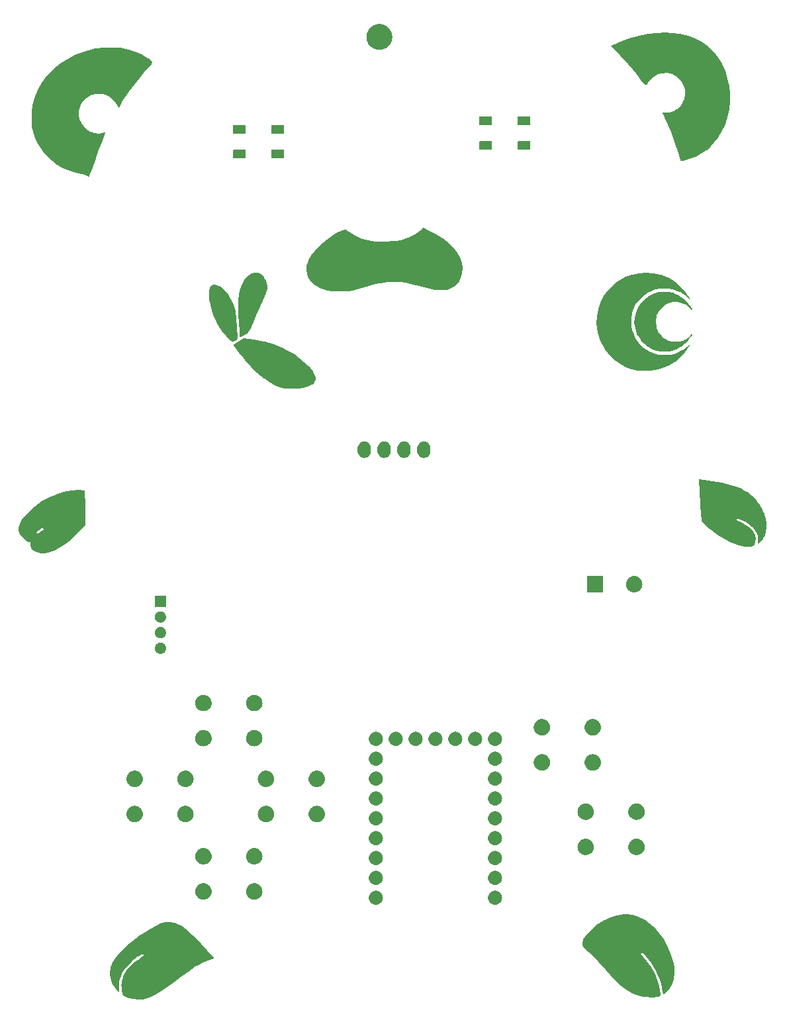
<source format=gbr>
G04 #@! TF.GenerationSoftware,KiCad,Pcbnew,8.0.5-8.0.5-0~ubuntu24.04.1*
G04 #@! TF.CreationDate,2024-09-29T10:33:01+09:00*
G04 #@! TF.ProjectId,gopher_flower_rp2040_sw,676f7068-6572-45f6-966c-6f7765725f72,rev?*
G04 #@! TF.SameCoordinates,Original*
G04 #@! TF.FileFunction,Soldermask,Top*
G04 #@! TF.FilePolarity,Negative*
%FSLAX46Y46*%
G04 Gerber Fmt 4.6, Leading zero omitted, Abs format (unit mm)*
G04 Created by KiCad (PCBNEW 8.0.5-8.0.5-0~ubuntu24.04.1) date 2024-09-29 10:33:01*
%MOMM*%
%LPD*%
G01*
G04 APERTURE LIST*
G04 APERTURE END LIST*
G36*
X84613538Y-158505667D02*
G01*
X84618908Y-158506510D01*
X84618910Y-158506511D01*
X85306596Y-158614576D01*
X85313538Y-158615667D01*
X85325426Y-158618934D01*
X85331946Y-158621542D01*
X85331953Y-158621544D01*
X85871401Y-158837323D01*
X85871413Y-158837328D01*
X85875426Y-158838934D01*
X85882288Y-158842247D01*
X85886041Y-158844391D01*
X85886048Y-158844395D01*
X86438210Y-159159916D01*
X86438216Y-159159920D01*
X86442288Y-159162247D01*
X86449139Y-159166877D01*
X86929139Y-159546877D01*
X86932676Y-159549931D01*
X86934616Y-159551755D01*
X86934625Y-159551763D01*
X87602172Y-160179456D01*
X87602228Y-160179509D01*
X87602676Y-160179931D01*
X87603479Y-160180702D01*
X87603911Y-160181125D01*
X87603961Y-160181173D01*
X88082704Y-160649942D01*
X88082737Y-160649975D01*
X88083479Y-160650702D01*
X88084813Y-160652053D01*
X88694813Y-161292053D01*
X88695065Y-161292320D01*
X89484820Y-162132060D01*
X89517025Y-162165376D01*
X90015323Y-162680856D01*
X90064544Y-162731774D01*
X90066392Y-162733782D01*
X90346392Y-163053782D01*
X90354127Y-163076654D01*
X90354843Y-163078039D01*
X90354838Y-163078757D01*
X90359878Y-163093659D01*
X90341218Y-163131392D01*
X90324780Y-163141320D01*
X89365907Y-163510885D01*
X88951139Y-163691874D01*
X88822054Y-163748202D01*
X88816794Y-163750798D01*
X88352381Y-164007707D01*
X87986220Y-164225424D01*
X87982971Y-164227495D01*
X87076844Y-164844856D01*
X86930098Y-164953319D01*
X86387692Y-165354230D01*
X86387691Y-165354229D01*
X86341652Y-165388285D01*
X86341652Y-165388286D01*
X85844344Y-165756158D01*
X85657709Y-165894217D01*
X85657541Y-165894341D01*
X84417541Y-166804341D01*
X84416011Y-166805424D01*
X83376011Y-167515424D01*
X83371506Y-167518192D01*
X82771506Y-167848192D01*
X82768800Y-167849584D01*
X82268800Y-168089584D01*
X82264051Y-168091595D01*
X81614051Y-168331595D01*
X81604558Y-168334163D01*
X81264558Y-168394163D01*
X81259644Y-168394804D01*
X80669644Y-168444804D01*
X80659435Y-168444718D01*
X80069435Y-168384718D01*
X80063713Y-168383829D01*
X79443713Y-168253829D01*
X79432312Y-168250102D01*
X79426088Y-168247283D01*
X79426083Y-168247282D01*
X78908799Y-168013040D01*
X78908795Y-168013037D01*
X78902312Y-168010102D01*
X78891590Y-168003690D01*
X78721590Y-167873690D01*
X78705807Y-167854597D01*
X78699431Y-167841845D01*
X78699430Y-167841844D01*
X78649339Y-167741662D01*
X78649337Y-167741658D01*
X78645807Y-167734597D01*
X78641221Y-167721524D01*
X78617863Y-167612520D01*
X78581821Y-167444325D01*
X78581820Y-167444320D01*
X78581221Y-167441524D01*
X78580392Y-167436553D01*
X78580053Y-167433735D01*
X78580051Y-167433718D01*
X78520750Y-166939539D01*
X78520749Y-166939532D01*
X78520392Y-166936553D01*
X78520014Y-166931250D01*
X78519945Y-166928247D01*
X78519945Y-166928237D01*
X78510122Y-166496010D01*
X78510122Y-166496007D01*
X78510014Y-166491250D01*
X78510462Y-166482886D01*
X78524846Y-166372609D01*
X78569740Y-166028416D01*
X78569741Y-166028408D01*
X78570462Y-166022886D01*
X78572589Y-166013324D01*
X78610487Y-165894217D01*
X78711766Y-165575909D01*
X78711769Y-165575898D01*
X78712589Y-165573324D01*
X78714231Y-165568846D01*
X78814231Y-165328846D01*
X78817149Y-165322884D01*
X78819007Y-165319604D01*
X78819012Y-165319595D01*
X79154360Y-164727804D01*
X79154365Y-164727796D01*
X79157149Y-164722884D01*
X79162805Y-164714722D01*
X79166425Y-164710392D01*
X79166430Y-164710385D01*
X79669867Y-164108235D01*
X79669873Y-164108228D01*
X79672805Y-164104722D01*
X79678414Y-164098934D01*
X79681826Y-164095894D01*
X79681833Y-164095887D01*
X80225533Y-163611500D01*
X80225539Y-163611494D01*
X80228414Y-163608934D01*
X80233760Y-163604734D01*
X80236921Y-163602552D01*
X80236942Y-163602536D01*
X80897518Y-163146647D01*
X80943301Y-163115050D01*
X81179084Y-162945580D01*
X81255135Y-162890919D01*
X81262865Y-162884352D01*
X81359122Y-162788094D01*
X81256982Y-162620268D01*
X81072123Y-162679087D01*
X81061419Y-162683625D01*
X80815943Y-162815804D01*
X80810927Y-162818816D01*
X80458721Y-163053620D01*
X80455391Y-163056002D01*
X80159289Y-163283015D01*
X79843862Y-163544369D01*
X79813678Y-163569378D01*
X79810002Y-163572678D01*
X79455915Y-163916929D01*
X79453273Y-163919661D01*
X79062069Y-164349986D01*
X79055932Y-164357935D01*
X78656379Y-164971884D01*
X78651506Y-164980918D01*
X78380123Y-165601221D01*
X78376279Y-165613129D01*
X78342318Y-165770807D01*
X78241036Y-166241046D01*
X78239659Y-166252392D01*
X78235595Y-166390562D01*
X78220149Y-166915706D01*
X78220281Y-166921984D01*
X78258779Y-167460939D01*
X78258778Y-167460941D01*
X78259860Y-167476081D01*
X78252234Y-167498986D01*
X78251969Y-167500528D01*
X78251530Y-167501100D01*
X78246563Y-167516021D01*
X78208919Y-167534860D01*
X78191854Y-167529178D01*
X78190284Y-167529101D01*
X78188551Y-167528079D01*
X78168979Y-167521563D01*
X78163241Y-167515794D01*
X78134221Y-167481938D01*
X77805424Y-167098341D01*
X77805422Y-167098339D01*
X77803241Y-167095794D01*
X77799652Y-167091121D01*
X77797766Y-167088373D01*
X77797753Y-167088356D01*
X77452528Y-166585313D01*
X77452523Y-166585305D01*
X77449652Y-166581121D01*
X77445212Y-166573370D01*
X77402740Y-166482886D01*
X77217664Y-166088595D01*
X77217662Y-166088589D01*
X77215212Y-166083370D01*
X77211770Y-166073840D01*
X77210317Y-166068253D01*
X77083219Y-165579415D01*
X77083218Y-165579409D01*
X77081770Y-165573840D01*
X77080135Y-165563850D01*
X77067814Y-165388286D01*
X77040522Y-164999367D01*
X77040522Y-164999365D01*
X77040135Y-164993850D01*
X77040313Y-164984141D01*
X77040900Y-164978654D01*
X77040901Y-164978646D01*
X77099659Y-164430238D01*
X77099660Y-164430230D01*
X77100313Y-164424141D01*
X77102504Y-164413595D01*
X77104331Y-164407746D01*
X77104333Y-164407740D01*
X77201386Y-164097170D01*
X77201390Y-164097157D01*
X77202504Y-164093595D01*
X77204844Y-164087430D01*
X77206375Y-164084026D01*
X77206383Y-164084007D01*
X77382843Y-163691874D01*
X77382849Y-163691861D01*
X77384844Y-163687430D01*
X77388950Y-163679927D01*
X77391605Y-163675860D01*
X77391612Y-163675849D01*
X77707457Y-163192212D01*
X77707465Y-163192200D01*
X77708950Y-163189927D01*
X77711752Y-163186020D01*
X77713426Y-163183888D01*
X77713440Y-163183870D01*
X78259922Y-162488348D01*
X78259931Y-162488337D01*
X78261752Y-162486020D01*
X78265172Y-162482069D01*
X78865172Y-161852069D01*
X78868344Y-161848995D01*
X78870206Y-161847330D01*
X78870222Y-161847315D01*
X79526884Y-161260299D01*
X79526905Y-161260281D01*
X79528344Y-161258995D01*
X79530972Y-161256790D01*
X79532476Y-161255605D01*
X79532497Y-161255588D01*
X80329550Y-160627909D01*
X80329568Y-160627895D01*
X80330972Y-160626790D01*
X80333517Y-160624902D01*
X80334968Y-160623888D01*
X80334991Y-160623872D01*
X80862525Y-160255593D01*
X81159062Y-160028248D01*
X81159071Y-160028241D01*
X81161536Y-160026352D01*
X81166033Y-160023246D01*
X82086033Y-159453246D01*
X82088377Y-159451873D01*
X82089704Y-159451138D01*
X82089738Y-159451119D01*
X83027231Y-158932505D01*
X83027303Y-158932466D01*
X83028377Y-158931873D01*
X83030403Y-158930807D01*
X83031520Y-158930248D01*
X83031540Y-158930238D01*
X83509031Y-158691492D01*
X83509063Y-158691476D01*
X83510403Y-158690807D01*
X83512849Y-158689658D01*
X83514230Y-158689050D01*
X83514284Y-158689025D01*
X83757239Y-158582125D01*
X83757251Y-158582120D01*
X83762849Y-158579658D01*
X83773069Y-158576310D01*
X83779032Y-158574984D01*
X83779050Y-158574979D01*
X84036940Y-158517670D01*
X84036959Y-158517667D01*
X84043069Y-158516310D01*
X84054000Y-158515009D01*
X84060264Y-158514895D01*
X84060274Y-158514894D01*
X84598555Y-158505107D01*
X84598566Y-158505107D01*
X84604000Y-158505009D01*
X84613538Y-158505667D01*
G37*
G36*
X143161553Y-157535392D02*
G01*
X143166092Y-157535936D01*
X143166098Y-157535937D01*
X143906738Y-157624814D01*
X143906740Y-157624814D01*
X143911553Y-157625392D01*
X143919913Y-157627060D01*
X144629913Y-157827060D01*
X144639318Y-157830668D01*
X145349318Y-158180668D01*
X145355804Y-158184436D01*
X145359326Y-158186817D01*
X145359331Y-158186820D01*
X145534402Y-158305178D01*
X146065804Y-158664436D01*
X146072165Y-158669457D01*
X146075557Y-158672566D01*
X146075559Y-158672568D01*
X146471849Y-159035834D01*
X146672165Y-159219457D01*
X146675825Y-159223144D01*
X147325825Y-159943144D01*
X147330763Y-159949491D01*
X147611030Y-160369892D01*
X147630449Y-160399021D01*
X147870050Y-160744048D01*
X147880175Y-160758628D01*
X147882968Y-160763091D01*
X148342968Y-161583091D01*
X148344907Y-161586885D01*
X148784907Y-162536885D01*
X148787636Y-162544050D01*
X149087636Y-163534050D01*
X149089192Y-163540607D01*
X149219192Y-164290607D01*
X149219980Y-164298514D01*
X149239980Y-165038514D01*
X149239654Y-165046158D01*
X149159654Y-165756158D01*
X149157751Y-165765566D01*
X149156206Y-165770801D01*
X149156205Y-165770807D01*
X148980011Y-166367907D01*
X148977751Y-166375566D01*
X148973852Y-166385268D01*
X148673852Y-166965268D01*
X148667252Y-166975210D01*
X148446913Y-167239615D01*
X148420414Y-167271415D01*
X148417229Y-167275579D01*
X148280058Y-167471540D01*
X148270584Y-167481938D01*
X147940584Y-167761938D01*
X147929597Y-167769193D01*
X147909597Y-167779193D01*
X147885507Y-167780905D01*
X147883990Y-167781248D01*
X147883296Y-167781062D01*
X147867607Y-167782178D01*
X147835807Y-167754597D01*
X147833053Y-167748069D01*
X147795802Y-167640971D01*
X147754461Y-167522118D01*
X147754459Y-167522113D01*
X147753053Y-167518069D01*
X147751068Y-167510786D01*
X147750229Y-167506594D01*
X147750226Y-167506581D01*
X147641105Y-166960973D01*
X147641068Y-166960786D01*
X147640981Y-166960344D01*
X147640766Y-166959224D01*
X147610985Y-166803697D01*
X147552371Y-166497611D01*
X147550412Y-166490005D01*
X147356174Y-165894341D01*
X147254860Y-165583646D01*
X147252167Y-165576786D01*
X147149264Y-165354229D01*
X146828251Y-164659946D01*
X146824427Y-164652901D01*
X146271899Y-163774777D01*
X146267914Y-163769157D01*
X146253310Y-163750798D01*
X145574586Y-162897544D01*
X145571670Y-162894139D01*
X145232577Y-162525981D01*
X145223183Y-162517643D01*
X145173927Y-162482069D01*
X145120479Y-162443469D01*
X144970027Y-162588386D01*
X145087789Y-162765031D01*
X145091156Y-162769613D01*
X145297353Y-163024904D01*
X145466907Y-163224379D01*
X145467787Y-163225441D01*
X145677787Y-163485441D01*
X145679835Y-163488144D01*
X145680926Y-163489680D01*
X145680940Y-163489698D01*
X145949823Y-163868126D01*
X146269823Y-164318126D01*
X146273305Y-164323701D01*
X146763305Y-165223701D01*
X146766304Y-165230178D01*
X147106304Y-166110178D01*
X147107780Y-166114530D01*
X147277780Y-166694530D01*
X147278712Y-166698165D01*
X147408712Y-167288165D01*
X147409575Y-167293178D01*
X147449575Y-167613178D01*
X147449708Y-167614341D01*
X147449774Y-167614982D01*
X147449786Y-167615084D01*
X147477433Y-167882350D01*
X147479708Y-167904341D01*
X147472812Y-167927481D01*
X147472597Y-167929024D01*
X147472178Y-167929608D01*
X147467686Y-167944683D01*
X147457349Y-167954480D01*
X147347349Y-168034480D01*
X147332393Y-168042178D01*
X147182393Y-168092178D01*
X147174042Y-168094252D01*
X146994042Y-168124252D01*
X146989445Y-168124820D01*
X146619445Y-168154820D01*
X146615000Y-168155000D01*
X146612462Y-168155000D01*
X146206983Y-168155000D01*
X146205000Y-168155000D01*
X146201496Y-168154888D01*
X145731496Y-168124888D01*
X145728647Y-168124632D01*
X145298647Y-168074632D01*
X145294776Y-168074041D01*
X145292573Y-168073624D01*
X145292565Y-168073623D01*
X144927664Y-168004588D01*
X144927651Y-168004584D01*
X144924776Y-168004041D01*
X144919772Y-168002850D01*
X144329772Y-167832850D01*
X144322331Y-167830111D01*
X143902331Y-167640111D01*
X143898995Y-167638464D01*
X143897148Y-167637473D01*
X143897142Y-167637470D01*
X143491179Y-167419636D01*
X143491177Y-167419634D01*
X143488995Y-167418464D01*
X143485258Y-167416265D01*
X143065258Y-167146265D01*
X143061233Y-167143414D01*
X143059030Y-167141700D01*
X143059008Y-167141685D01*
X142522657Y-166724522D01*
X142522647Y-166724514D01*
X142521233Y-166723414D01*
X142518782Y-166721392D01*
X142118782Y-166371392D01*
X142116412Y-166369191D01*
X141466412Y-165729191D01*
X141465172Y-165727931D01*
X141065172Y-165307931D01*
X141064676Y-165307402D01*
X141064500Y-165307213D01*
X141064464Y-165307174D01*
X140425029Y-164617783D01*
X140425008Y-164617760D01*
X140424676Y-164617402D01*
X140424001Y-164616662D01*
X139494628Y-163577363D01*
X138805728Y-162858511D01*
X138371623Y-162424405D01*
X138365390Y-162418949D01*
X138031590Y-162163690D01*
X138027835Y-162160543D01*
X138025797Y-162158675D01*
X138025790Y-162158669D01*
X137791959Y-161944324D01*
X137791955Y-161944319D01*
X137787835Y-161940543D01*
X137781211Y-161933280D01*
X137591211Y-161683280D01*
X137583603Y-161669580D01*
X137503603Y-161459580D01*
X137500273Y-161445473D01*
X137481284Y-161255588D01*
X137471347Y-161156213D01*
X137470273Y-161145473D01*
X137471642Y-161126661D01*
X137474260Y-161116188D01*
X137559429Y-160775510D01*
X137559430Y-160775505D01*
X137561642Y-160766661D01*
X137567726Y-160751891D01*
X137572384Y-160744055D01*
X137572388Y-160744048D01*
X137784915Y-160386616D01*
X137784923Y-160386603D01*
X137787726Y-160381891D01*
X137793375Y-160374051D01*
X137796961Y-160369898D01*
X137796966Y-160369892D01*
X138171675Y-159936018D01*
X138171690Y-159936001D01*
X138173375Y-159934051D01*
X138176512Y-159930710D01*
X138178359Y-159928899D01*
X138178371Y-159928888D01*
X138664690Y-159452494D01*
X138664700Y-159452484D01*
X138666512Y-159450710D01*
X138669844Y-159447703D01*
X138937379Y-159225336D01*
X139436604Y-158810395D01*
X139436613Y-158810388D01*
X139439844Y-158807703D01*
X139445850Y-158803360D01*
X139449418Y-158801129D01*
X139449425Y-158801125D01*
X140242940Y-158305178D01*
X140242950Y-158305172D01*
X140245850Y-158303360D01*
X140251140Y-158300445D01*
X140492082Y-158184436D01*
X141056500Y-157912679D01*
X141056500Y-157912678D01*
X141061140Y-157910445D01*
X141069600Y-157907200D01*
X141074533Y-157905761D01*
X141074544Y-157905757D01*
X141784401Y-157698716D01*
X141784405Y-157698715D01*
X141789600Y-157697200D01*
X141798926Y-157695336D01*
X141804308Y-157694737D01*
X141804313Y-157694737D01*
X141850738Y-157689578D01*
X141886277Y-157685630D01*
X141889073Y-157685255D01*
X142772476Y-157546293D01*
X142772485Y-157546292D01*
X142776453Y-157545668D01*
X142783514Y-157545020D01*
X142787544Y-157544911D01*
X142787545Y-157544911D01*
X143148929Y-157535143D01*
X143148941Y-157535143D01*
X143153514Y-157535020D01*
X143161553Y-157535392D01*
G37*
G36*
X111103983Y-154503936D02*
G01*
X111154180Y-154503936D01*
X111197524Y-154513149D01*
X111235659Y-154516905D01*
X111283566Y-154531437D01*
X111338424Y-154543098D01*
X111373530Y-154558728D01*
X111404566Y-154568143D01*
X111453884Y-154594504D01*
X111510500Y-154619711D01*
X111536822Y-154638835D01*
X111560232Y-154651348D01*
X111607988Y-154690540D01*
X111662887Y-154730427D01*
X111680711Y-154750223D01*
X111696675Y-154763324D01*
X111739572Y-154815594D01*
X111788924Y-154870405D01*
X111799292Y-154888363D01*
X111808651Y-154899767D01*
X111843273Y-154964542D01*
X111883104Y-155033530D01*
X111887685Y-155047630D01*
X111891856Y-155055433D01*
X111914852Y-155131242D01*
X111941311Y-155212672D01*
X111942242Y-155221532D01*
X111943094Y-155224340D01*
X111951384Y-155308513D01*
X111961000Y-155400000D01*
X111951383Y-155491494D01*
X111943094Y-155575659D01*
X111942242Y-155578466D01*
X111941311Y-155587328D01*
X111914848Y-155668771D01*
X111891856Y-155744566D01*
X111887686Y-155752366D01*
X111883104Y-155766470D01*
X111843266Y-155835470D01*
X111808651Y-155900232D01*
X111799294Y-155911633D01*
X111788924Y-155929595D01*
X111739563Y-155984415D01*
X111696675Y-156036675D01*
X111680714Y-156049773D01*
X111662887Y-156069573D01*
X111607977Y-156109467D01*
X111560232Y-156148651D01*
X111536827Y-156161161D01*
X111510500Y-156180289D01*
X111453873Y-156205500D01*
X111404566Y-156231856D01*
X111373537Y-156241268D01*
X111338424Y-156256902D01*
X111283555Y-156268564D01*
X111235659Y-156283094D01*
X111197532Y-156286849D01*
X111154180Y-156296064D01*
X111103973Y-156296064D01*
X111060000Y-156300395D01*
X111016027Y-156296064D01*
X110965820Y-156296064D01*
X110922467Y-156286849D01*
X110884340Y-156283094D01*
X110836441Y-156268563D01*
X110781576Y-156256902D01*
X110746464Y-156241269D01*
X110715433Y-156231856D01*
X110666120Y-156205498D01*
X110609500Y-156180289D01*
X110583175Y-156161163D01*
X110559767Y-156148651D01*
X110512013Y-156109460D01*
X110457113Y-156069573D01*
X110439287Y-156049776D01*
X110423324Y-156036675D01*
X110380425Y-155984402D01*
X110331076Y-155929595D01*
X110320708Y-155911637D01*
X110311348Y-155900232D01*
X110276719Y-155835447D01*
X110236896Y-155766470D01*
X110232315Y-155752371D01*
X110228143Y-155744566D01*
X110205136Y-155668725D01*
X110178689Y-155587328D01*
X110177758Y-155578471D01*
X110176905Y-155575659D01*
X110168600Y-155491342D01*
X110159000Y-155400000D01*
X110168599Y-155308664D01*
X110176905Y-155224340D01*
X110177758Y-155221527D01*
X110178689Y-155212672D01*
X110205132Y-155131288D01*
X110228143Y-155055433D01*
X110232315Y-155047626D01*
X110236896Y-155033530D01*
X110276712Y-154964565D01*
X110311348Y-154899767D01*
X110320710Y-154888359D01*
X110331076Y-154870405D01*
X110380416Y-154815607D01*
X110423324Y-154763324D01*
X110439291Y-154750219D01*
X110457113Y-154730427D01*
X110512002Y-154690546D01*
X110559767Y-154651348D01*
X110583180Y-154638833D01*
X110609500Y-154619711D01*
X110666109Y-154594506D01*
X110715433Y-154568143D01*
X110746471Y-154558727D01*
X110781576Y-154543098D01*
X110836430Y-154531438D01*
X110884340Y-154516905D01*
X110922476Y-154513148D01*
X110965820Y-154503936D01*
X111016016Y-154503936D01*
X111060000Y-154499604D01*
X111103983Y-154503936D01*
G37*
G36*
X126343983Y-154503936D02*
G01*
X126394180Y-154503936D01*
X126437524Y-154513149D01*
X126475659Y-154516905D01*
X126523566Y-154531437D01*
X126578424Y-154543098D01*
X126613530Y-154558728D01*
X126644566Y-154568143D01*
X126693884Y-154594504D01*
X126750500Y-154619711D01*
X126776822Y-154638835D01*
X126800232Y-154651348D01*
X126847988Y-154690540D01*
X126902887Y-154730427D01*
X126920711Y-154750223D01*
X126936675Y-154763324D01*
X126979572Y-154815594D01*
X127028924Y-154870405D01*
X127039292Y-154888363D01*
X127048651Y-154899767D01*
X127083273Y-154964542D01*
X127123104Y-155033530D01*
X127127685Y-155047630D01*
X127131856Y-155055433D01*
X127154852Y-155131242D01*
X127181311Y-155212672D01*
X127182242Y-155221532D01*
X127183094Y-155224340D01*
X127191384Y-155308513D01*
X127201000Y-155400000D01*
X127191383Y-155491494D01*
X127183094Y-155575659D01*
X127182242Y-155578466D01*
X127181311Y-155587328D01*
X127154848Y-155668771D01*
X127131856Y-155744566D01*
X127127686Y-155752366D01*
X127123104Y-155766470D01*
X127083266Y-155835470D01*
X127048651Y-155900232D01*
X127039294Y-155911633D01*
X127028924Y-155929595D01*
X126979563Y-155984415D01*
X126936675Y-156036675D01*
X126920714Y-156049773D01*
X126902887Y-156069573D01*
X126847977Y-156109467D01*
X126800232Y-156148651D01*
X126776827Y-156161161D01*
X126750500Y-156180289D01*
X126693873Y-156205500D01*
X126644566Y-156231856D01*
X126613537Y-156241268D01*
X126578424Y-156256902D01*
X126523555Y-156268564D01*
X126475659Y-156283094D01*
X126437532Y-156286849D01*
X126394180Y-156296064D01*
X126343973Y-156296064D01*
X126300000Y-156300395D01*
X126256027Y-156296064D01*
X126205820Y-156296064D01*
X126162467Y-156286849D01*
X126124340Y-156283094D01*
X126076441Y-156268563D01*
X126021576Y-156256902D01*
X125986464Y-156241269D01*
X125955433Y-156231856D01*
X125906120Y-156205498D01*
X125849500Y-156180289D01*
X125823175Y-156161163D01*
X125799767Y-156148651D01*
X125752013Y-156109460D01*
X125697113Y-156069573D01*
X125679287Y-156049776D01*
X125663324Y-156036675D01*
X125620425Y-155984402D01*
X125571076Y-155929595D01*
X125560708Y-155911637D01*
X125551348Y-155900232D01*
X125516719Y-155835447D01*
X125476896Y-155766470D01*
X125472315Y-155752371D01*
X125468143Y-155744566D01*
X125445136Y-155668725D01*
X125418689Y-155587328D01*
X125417758Y-155578471D01*
X125416905Y-155575659D01*
X125408600Y-155491342D01*
X125399000Y-155400000D01*
X125408599Y-155308664D01*
X125416905Y-155224340D01*
X125417758Y-155221527D01*
X125418689Y-155212672D01*
X125445132Y-155131288D01*
X125468143Y-155055433D01*
X125472315Y-155047626D01*
X125476896Y-155033530D01*
X125516712Y-154964565D01*
X125551348Y-154899767D01*
X125560710Y-154888359D01*
X125571076Y-154870405D01*
X125620416Y-154815607D01*
X125663324Y-154763324D01*
X125679291Y-154750219D01*
X125697113Y-154730427D01*
X125752002Y-154690546D01*
X125799767Y-154651348D01*
X125823180Y-154638833D01*
X125849500Y-154619711D01*
X125906109Y-154594506D01*
X125955433Y-154568143D01*
X125986471Y-154558727D01*
X126021576Y-154543098D01*
X126076430Y-154531438D01*
X126124340Y-154516905D01*
X126162476Y-154513148D01*
X126205820Y-154503936D01*
X126256016Y-154503936D01*
X126300000Y-154499604D01*
X126343983Y-154503936D01*
G37*
G36*
X89050938Y-153554017D02*
G01*
X89096923Y-153554017D01*
X89148139Y-153563590D01*
X89205040Y-153569195D01*
X89248261Y-153582306D01*
X89287474Y-153589636D01*
X89341785Y-153610676D01*
X89402200Y-153629003D01*
X89436720Y-153647454D01*
X89468232Y-153659662D01*
X89522977Y-153693559D01*
X89583904Y-153726125D01*
X89609506Y-153747136D01*
X89633048Y-153761713D01*
X89685212Y-153809267D01*
X89743169Y-153856831D01*
X89760342Y-153877757D01*
X89776301Y-153892305D01*
X89822629Y-153953653D01*
X89873875Y-154016096D01*
X89883783Y-154034634D01*
X89893122Y-154047000D01*
X89930274Y-154121613D01*
X89970997Y-154197800D01*
X89975340Y-154212117D01*
X89979528Y-154220528D01*
X90004267Y-154307476D01*
X90030805Y-154394960D01*
X90031676Y-154403811D01*
X90032577Y-154406975D01*
X90041938Y-154508002D01*
X90051000Y-154600000D01*
X90041938Y-154692005D01*
X90032577Y-154793024D01*
X90031676Y-154796187D01*
X90030805Y-154805040D01*
X90004262Y-154892538D01*
X89979528Y-154979471D01*
X89975341Y-154987879D01*
X89970997Y-155002200D01*
X89930267Y-155078399D01*
X89893122Y-155152999D01*
X89883785Y-155165362D01*
X89873875Y-155183904D01*
X89822620Y-155246357D01*
X89776301Y-155307694D01*
X89760345Y-155322238D01*
X89743169Y-155343169D01*
X89685201Y-155390741D01*
X89633048Y-155438286D01*
X89609511Y-155452859D01*
X89583904Y-155473875D01*
X89522965Y-155506447D01*
X89468232Y-155540337D01*
X89436726Y-155552542D01*
X89402200Y-155570997D01*
X89341773Y-155589327D01*
X89287474Y-155610363D01*
X89248268Y-155617691D01*
X89205040Y-155630805D01*
X89148136Y-155636409D01*
X89096923Y-155645983D01*
X89050938Y-155645983D01*
X89000000Y-155651000D01*
X88949062Y-155645983D01*
X88903077Y-155645983D01*
X88851863Y-155636409D01*
X88794960Y-155630805D01*
X88751732Y-155617692D01*
X88712525Y-155610363D01*
X88658221Y-155589325D01*
X88597800Y-155570997D01*
X88563275Y-155552543D01*
X88531767Y-155540337D01*
X88477027Y-155506443D01*
X88416096Y-155473875D01*
X88390491Y-155452861D01*
X88366951Y-155438286D01*
X88314788Y-155390733D01*
X88256831Y-155343169D01*
X88239656Y-155322242D01*
X88223698Y-155307694D01*
X88177367Y-155246342D01*
X88126125Y-155183904D01*
X88116216Y-155165366D01*
X88106877Y-155152999D01*
X88069717Y-155078372D01*
X88029003Y-155002200D01*
X88024660Y-154987884D01*
X88020471Y-154979471D01*
X87995721Y-154892485D01*
X87969195Y-154805040D01*
X87968323Y-154796192D01*
X87967422Y-154793024D01*
X87958044Y-154691833D01*
X87949000Y-154600000D01*
X87958044Y-154508173D01*
X87967422Y-154406975D01*
X87968323Y-154403805D01*
X87969195Y-154394960D01*
X87995716Y-154307529D01*
X88020471Y-154220528D01*
X88024661Y-154212112D01*
X88029003Y-154197800D01*
X88069710Y-154121641D01*
X88106877Y-154047000D01*
X88116218Y-154034629D01*
X88126125Y-154016096D01*
X88177357Y-153953668D01*
X88223698Y-153892305D01*
X88239660Y-153877753D01*
X88256831Y-153856831D01*
X88314777Y-153809275D01*
X88366951Y-153761713D01*
X88390496Y-153747134D01*
X88416096Y-153726125D01*
X88477015Y-153693563D01*
X88531767Y-153659662D01*
X88563282Y-153647452D01*
X88597800Y-153629003D01*
X88658209Y-153610677D01*
X88712525Y-153589636D01*
X88751739Y-153582305D01*
X88794960Y-153569195D01*
X88851860Y-153563590D01*
X88903077Y-153554017D01*
X88949062Y-153554017D01*
X89000000Y-153549000D01*
X89050938Y-153554017D01*
G37*
G36*
X95550938Y-153554017D02*
G01*
X95596923Y-153554017D01*
X95648139Y-153563590D01*
X95705040Y-153569195D01*
X95748261Y-153582306D01*
X95787474Y-153589636D01*
X95841785Y-153610676D01*
X95902200Y-153629003D01*
X95936720Y-153647454D01*
X95968232Y-153659662D01*
X96022977Y-153693559D01*
X96083904Y-153726125D01*
X96109506Y-153747136D01*
X96133048Y-153761713D01*
X96185212Y-153809267D01*
X96243169Y-153856831D01*
X96260342Y-153877757D01*
X96276301Y-153892305D01*
X96322629Y-153953653D01*
X96373875Y-154016096D01*
X96383783Y-154034634D01*
X96393122Y-154047000D01*
X96430274Y-154121613D01*
X96470997Y-154197800D01*
X96475340Y-154212117D01*
X96479528Y-154220528D01*
X96504267Y-154307476D01*
X96530805Y-154394960D01*
X96531676Y-154403811D01*
X96532577Y-154406975D01*
X96541938Y-154508002D01*
X96551000Y-154600000D01*
X96541938Y-154692005D01*
X96532577Y-154793024D01*
X96531676Y-154796187D01*
X96530805Y-154805040D01*
X96504262Y-154892538D01*
X96479528Y-154979471D01*
X96475341Y-154987879D01*
X96470997Y-155002200D01*
X96430267Y-155078399D01*
X96393122Y-155152999D01*
X96383785Y-155165362D01*
X96373875Y-155183904D01*
X96322620Y-155246357D01*
X96276301Y-155307694D01*
X96260345Y-155322238D01*
X96243169Y-155343169D01*
X96185201Y-155390741D01*
X96133048Y-155438286D01*
X96109511Y-155452859D01*
X96083904Y-155473875D01*
X96022965Y-155506447D01*
X95968232Y-155540337D01*
X95936726Y-155552542D01*
X95902200Y-155570997D01*
X95841773Y-155589327D01*
X95787474Y-155610363D01*
X95748268Y-155617691D01*
X95705040Y-155630805D01*
X95648136Y-155636409D01*
X95596923Y-155645983D01*
X95550938Y-155645983D01*
X95500000Y-155651000D01*
X95449062Y-155645983D01*
X95403077Y-155645983D01*
X95351863Y-155636409D01*
X95294960Y-155630805D01*
X95251732Y-155617692D01*
X95212525Y-155610363D01*
X95158221Y-155589325D01*
X95097800Y-155570997D01*
X95063275Y-155552543D01*
X95031767Y-155540337D01*
X94977027Y-155506443D01*
X94916096Y-155473875D01*
X94890491Y-155452861D01*
X94866951Y-155438286D01*
X94814788Y-155390733D01*
X94756831Y-155343169D01*
X94739656Y-155322242D01*
X94723698Y-155307694D01*
X94677367Y-155246342D01*
X94626125Y-155183904D01*
X94616216Y-155165366D01*
X94606877Y-155152999D01*
X94569717Y-155078372D01*
X94529003Y-155002200D01*
X94524660Y-154987884D01*
X94520471Y-154979471D01*
X94495721Y-154892485D01*
X94469195Y-154805040D01*
X94468323Y-154796192D01*
X94467422Y-154793024D01*
X94458044Y-154691833D01*
X94449000Y-154600000D01*
X94458044Y-154508173D01*
X94467422Y-154406975D01*
X94468323Y-154403805D01*
X94469195Y-154394960D01*
X94495716Y-154307529D01*
X94520471Y-154220528D01*
X94524661Y-154212112D01*
X94529003Y-154197800D01*
X94569710Y-154121641D01*
X94606877Y-154047000D01*
X94616218Y-154034629D01*
X94626125Y-154016096D01*
X94677357Y-153953668D01*
X94723698Y-153892305D01*
X94739660Y-153877753D01*
X94756831Y-153856831D01*
X94814777Y-153809275D01*
X94866951Y-153761713D01*
X94890496Y-153747134D01*
X94916096Y-153726125D01*
X94977015Y-153693563D01*
X95031767Y-153659662D01*
X95063282Y-153647452D01*
X95097800Y-153629003D01*
X95158209Y-153610677D01*
X95212525Y-153589636D01*
X95251739Y-153582305D01*
X95294960Y-153569195D01*
X95351860Y-153563590D01*
X95403077Y-153554017D01*
X95449062Y-153554017D01*
X95500000Y-153549000D01*
X95550938Y-153554017D01*
G37*
G36*
X111103983Y-151963936D02*
G01*
X111154180Y-151963936D01*
X111197524Y-151973149D01*
X111235659Y-151976905D01*
X111283566Y-151991437D01*
X111338424Y-152003098D01*
X111373530Y-152018728D01*
X111404566Y-152028143D01*
X111453884Y-152054504D01*
X111510500Y-152079711D01*
X111536822Y-152098835D01*
X111560232Y-152111348D01*
X111607988Y-152150540D01*
X111662887Y-152190427D01*
X111680711Y-152210223D01*
X111696675Y-152223324D01*
X111739572Y-152275594D01*
X111788924Y-152330405D01*
X111799292Y-152348363D01*
X111808651Y-152359767D01*
X111843273Y-152424542D01*
X111883104Y-152493530D01*
X111887685Y-152507630D01*
X111891856Y-152515433D01*
X111914852Y-152591242D01*
X111941311Y-152672672D01*
X111942242Y-152681532D01*
X111943094Y-152684340D01*
X111951384Y-152768513D01*
X111961000Y-152860000D01*
X111951383Y-152951494D01*
X111943094Y-153035659D01*
X111942242Y-153038466D01*
X111941311Y-153047328D01*
X111914848Y-153128771D01*
X111891856Y-153204566D01*
X111887686Y-153212366D01*
X111883104Y-153226470D01*
X111843266Y-153295470D01*
X111808651Y-153360232D01*
X111799294Y-153371633D01*
X111788924Y-153389595D01*
X111739563Y-153444415D01*
X111696675Y-153496675D01*
X111680714Y-153509773D01*
X111662887Y-153529573D01*
X111607977Y-153569467D01*
X111560232Y-153608651D01*
X111536827Y-153621161D01*
X111510500Y-153640289D01*
X111453873Y-153665500D01*
X111404566Y-153691856D01*
X111373537Y-153701268D01*
X111338424Y-153716902D01*
X111283555Y-153728564D01*
X111235659Y-153743094D01*
X111197532Y-153746849D01*
X111154180Y-153756064D01*
X111103973Y-153756064D01*
X111060000Y-153760395D01*
X111016027Y-153756064D01*
X110965820Y-153756064D01*
X110922467Y-153746849D01*
X110884340Y-153743094D01*
X110836441Y-153728563D01*
X110781576Y-153716902D01*
X110746464Y-153701269D01*
X110715433Y-153691856D01*
X110666120Y-153665498D01*
X110609500Y-153640289D01*
X110583175Y-153621163D01*
X110559767Y-153608651D01*
X110512013Y-153569460D01*
X110457113Y-153529573D01*
X110439287Y-153509776D01*
X110423324Y-153496675D01*
X110380425Y-153444402D01*
X110331076Y-153389595D01*
X110320708Y-153371637D01*
X110311348Y-153360232D01*
X110276719Y-153295447D01*
X110236896Y-153226470D01*
X110232315Y-153212371D01*
X110228143Y-153204566D01*
X110205136Y-153128725D01*
X110178689Y-153047328D01*
X110177758Y-153038471D01*
X110176905Y-153035659D01*
X110168600Y-152951342D01*
X110159000Y-152860000D01*
X110168599Y-152768664D01*
X110176905Y-152684340D01*
X110177758Y-152681527D01*
X110178689Y-152672672D01*
X110205132Y-152591288D01*
X110228143Y-152515433D01*
X110232315Y-152507626D01*
X110236896Y-152493530D01*
X110276712Y-152424565D01*
X110311348Y-152359767D01*
X110320710Y-152348359D01*
X110331076Y-152330405D01*
X110380416Y-152275607D01*
X110423324Y-152223324D01*
X110439291Y-152210219D01*
X110457113Y-152190427D01*
X110512002Y-152150546D01*
X110559767Y-152111348D01*
X110583180Y-152098833D01*
X110609500Y-152079711D01*
X110666109Y-152054506D01*
X110715433Y-152028143D01*
X110746471Y-152018727D01*
X110781576Y-152003098D01*
X110836430Y-151991438D01*
X110884340Y-151976905D01*
X110922476Y-151973148D01*
X110965820Y-151963936D01*
X111016016Y-151963936D01*
X111060000Y-151959604D01*
X111103983Y-151963936D01*
G37*
G36*
X126343983Y-151963936D02*
G01*
X126394180Y-151963936D01*
X126437524Y-151973149D01*
X126475659Y-151976905D01*
X126523566Y-151991437D01*
X126578424Y-152003098D01*
X126613530Y-152018728D01*
X126644566Y-152028143D01*
X126693884Y-152054504D01*
X126750500Y-152079711D01*
X126776822Y-152098835D01*
X126800232Y-152111348D01*
X126847988Y-152150540D01*
X126902887Y-152190427D01*
X126920711Y-152210223D01*
X126936675Y-152223324D01*
X126979572Y-152275594D01*
X127028924Y-152330405D01*
X127039292Y-152348363D01*
X127048651Y-152359767D01*
X127083273Y-152424542D01*
X127123104Y-152493530D01*
X127127685Y-152507630D01*
X127131856Y-152515433D01*
X127154852Y-152591242D01*
X127181311Y-152672672D01*
X127182242Y-152681532D01*
X127183094Y-152684340D01*
X127191384Y-152768513D01*
X127201000Y-152860000D01*
X127191383Y-152951494D01*
X127183094Y-153035659D01*
X127182242Y-153038466D01*
X127181311Y-153047328D01*
X127154848Y-153128771D01*
X127131856Y-153204566D01*
X127127686Y-153212366D01*
X127123104Y-153226470D01*
X127083266Y-153295470D01*
X127048651Y-153360232D01*
X127039294Y-153371633D01*
X127028924Y-153389595D01*
X126979563Y-153444415D01*
X126936675Y-153496675D01*
X126920714Y-153509773D01*
X126902887Y-153529573D01*
X126847977Y-153569467D01*
X126800232Y-153608651D01*
X126776827Y-153621161D01*
X126750500Y-153640289D01*
X126693873Y-153665500D01*
X126644566Y-153691856D01*
X126613537Y-153701268D01*
X126578424Y-153716902D01*
X126523555Y-153728564D01*
X126475659Y-153743094D01*
X126437532Y-153746849D01*
X126394180Y-153756064D01*
X126343973Y-153756064D01*
X126300000Y-153760395D01*
X126256027Y-153756064D01*
X126205820Y-153756064D01*
X126162467Y-153746849D01*
X126124340Y-153743094D01*
X126076441Y-153728563D01*
X126021576Y-153716902D01*
X125986464Y-153701269D01*
X125955433Y-153691856D01*
X125906120Y-153665498D01*
X125849500Y-153640289D01*
X125823175Y-153621163D01*
X125799767Y-153608651D01*
X125752013Y-153569460D01*
X125697113Y-153529573D01*
X125679287Y-153509776D01*
X125663324Y-153496675D01*
X125620425Y-153444402D01*
X125571076Y-153389595D01*
X125560708Y-153371637D01*
X125551348Y-153360232D01*
X125516719Y-153295447D01*
X125476896Y-153226470D01*
X125472315Y-153212371D01*
X125468143Y-153204566D01*
X125445136Y-153128725D01*
X125418689Y-153047328D01*
X125417758Y-153038471D01*
X125416905Y-153035659D01*
X125408600Y-152951342D01*
X125399000Y-152860000D01*
X125408599Y-152768664D01*
X125416905Y-152684340D01*
X125417758Y-152681527D01*
X125418689Y-152672672D01*
X125445132Y-152591288D01*
X125468143Y-152515433D01*
X125472315Y-152507626D01*
X125476896Y-152493530D01*
X125516712Y-152424565D01*
X125551348Y-152359767D01*
X125560710Y-152348359D01*
X125571076Y-152330405D01*
X125620416Y-152275607D01*
X125663324Y-152223324D01*
X125679291Y-152210219D01*
X125697113Y-152190427D01*
X125752002Y-152150546D01*
X125799767Y-152111348D01*
X125823180Y-152098833D01*
X125849500Y-152079711D01*
X125906109Y-152054506D01*
X125955433Y-152028143D01*
X125986471Y-152018727D01*
X126021576Y-152003098D01*
X126076430Y-151991438D01*
X126124340Y-151976905D01*
X126162476Y-151973148D01*
X126205820Y-151963936D01*
X126256016Y-151963936D01*
X126300000Y-151959604D01*
X126343983Y-151963936D01*
G37*
G36*
X111103983Y-149423936D02*
G01*
X111154180Y-149423936D01*
X111197524Y-149433149D01*
X111235659Y-149436905D01*
X111283566Y-149451437D01*
X111338424Y-149463098D01*
X111373530Y-149478728D01*
X111404566Y-149488143D01*
X111453884Y-149514504D01*
X111510500Y-149539711D01*
X111536822Y-149558835D01*
X111560232Y-149571348D01*
X111607988Y-149610540D01*
X111662887Y-149650427D01*
X111680711Y-149670223D01*
X111696675Y-149683324D01*
X111739572Y-149735594D01*
X111788924Y-149790405D01*
X111799292Y-149808363D01*
X111808651Y-149819767D01*
X111843273Y-149884542D01*
X111883104Y-149953530D01*
X111887685Y-149967630D01*
X111891856Y-149975433D01*
X111914852Y-150051242D01*
X111941311Y-150132672D01*
X111942242Y-150141532D01*
X111943094Y-150144340D01*
X111951384Y-150228513D01*
X111961000Y-150320000D01*
X111951383Y-150411494D01*
X111943094Y-150495659D01*
X111942242Y-150498466D01*
X111941311Y-150507328D01*
X111914848Y-150588771D01*
X111891856Y-150664566D01*
X111887686Y-150672366D01*
X111883104Y-150686470D01*
X111843266Y-150755470D01*
X111808651Y-150820232D01*
X111799294Y-150831633D01*
X111788924Y-150849595D01*
X111739563Y-150904415D01*
X111696675Y-150956675D01*
X111680714Y-150969773D01*
X111662887Y-150989573D01*
X111607977Y-151029467D01*
X111560232Y-151068651D01*
X111536827Y-151081161D01*
X111510500Y-151100289D01*
X111453873Y-151125500D01*
X111404566Y-151151856D01*
X111373537Y-151161268D01*
X111338424Y-151176902D01*
X111283555Y-151188564D01*
X111235659Y-151203094D01*
X111197532Y-151206849D01*
X111154180Y-151216064D01*
X111103973Y-151216064D01*
X111060000Y-151220395D01*
X111016027Y-151216064D01*
X110965820Y-151216064D01*
X110922467Y-151206849D01*
X110884340Y-151203094D01*
X110836441Y-151188563D01*
X110781576Y-151176902D01*
X110746464Y-151161269D01*
X110715433Y-151151856D01*
X110666120Y-151125498D01*
X110609500Y-151100289D01*
X110583175Y-151081163D01*
X110559767Y-151068651D01*
X110512013Y-151029460D01*
X110457113Y-150989573D01*
X110439287Y-150969776D01*
X110423324Y-150956675D01*
X110380425Y-150904402D01*
X110331076Y-150849595D01*
X110320708Y-150831637D01*
X110311348Y-150820232D01*
X110276719Y-150755447D01*
X110236896Y-150686470D01*
X110232315Y-150672371D01*
X110228143Y-150664566D01*
X110205136Y-150588725D01*
X110178689Y-150507328D01*
X110177758Y-150498471D01*
X110176905Y-150495659D01*
X110168600Y-150411342D01*
X110159000Y-150320000D01*
X110168599Y-150228664D01*
X110176905Y-150144340D01*
X110177758Y-150141527D01*
X110178689Y-150132672D01*
X110205132Y-150051288D01*
X110228143Y-149975433D01*
X110232315Y-149967626D01*
X110236896Y-149953530D01*
X110276712Y-149884565D01*
X110311348Y-149819767D01*
X110320710Y-149808359D01*
X110331076Y-149790405D01*
X110380416Y-149735607D01*
X110423324Y-149683324D01*
X110439291Y-149670219D01*
X110457113Y-149650427D01*
X110512002Y-149610546D01*
X110559767Y-149571348D01*
X110583180Y-149558833D01*
X110609500Y-149539711D01*
X110666109Y-149514506D01*
X110715433Y-149488143D01*
X110746471Y-149478727D01*
X110781576Y-149463098D01*
X110836430Y-149451438D01*
X110884340Y-149436905D01*
X110922476Y-149433148D01*
X110965820Y-149423936D01*
X111016016Y-149423936D01*
X111060000Y-149419604D01*
X111103983Y-149423936D01*
G37*
G36*
X126343983Y-149423936D02*
G01*
X126394180Y-149423936D01*
X126437524Y-149433149D01*
X126475659Y-149436905D01*
X126523566Y-149451437D01*
X126578424Y-149463098D01*
X126613530Y-149478728D01*
X126644566Y-149488143D01*
X126693884Y-149514504D01*
X126750500Y-149539711D01*
X126776822Y-149558835D01*
X126800232Y-149571348D01*
X126847988Y-149610540D01*
X126902887Y-149650427D01*
X126920711Y-149670223D01*
X126936675Y-149683324D01*
X126979572Y-149735594D01*
X127028924Y-149790405D01*
X127039292Y-149808363D01*
X127048651Y-149819767D01*
X127083273Y-149884542D01*
X127123104Y-149953530D01*
X127127685Y-149967630D01*
X127131856Y-149975433D01*
X127154852Y-150051242D01*
X127181311Y-150132672D01*
X127182242Y-150141532D01*
X127183094Y-150144340D01*
X127191384Y-150228513D01*
X127201000Y-150320000D01*
X127191383Y-150411494D01*
X127183094Y-150495659D01*
X127182242Y-150498466D01*
X127181311Y-150507328D01*
X127154848Y-150588771D01*
X127131856Y-150664566D01*
X127127686Y-150672366D01*
X127123104Y-150686470D01*
X127083266Y-150755470D01*
X127048651Y-150820232D01*
X127039294Y-150831633D01*
X127028924Y-150849595D01*
X126979563Y-150904415D01*
X126936675Y-150956675D01*
X126920714Y-150969773D01*
X126902887Y-150989573D01*
X126847977Y-151029467D01*
X126800232Y-151068651D01*
X126776827Y-151081161D01*
X126750500Y-151100289D01*
X126693873Y-151125500D01*
X126644566Y-151151856D01*
X126613537Y-151161268D01*
X126578424Y-151176902D01*
X126523555Y-151188564D01*
X126475659Y-151203094D01*
X126437532Y-151206849D01*
X126394180Y-151216064D01*
X126343973Y-151216064D01*
X126300000Y-151220395D01*
X126256027Y-151216064D01*
X126205820Y-151216064D01*
X126162467Y-151206849D01*
X126124340Y-151203094D01*
X126076441Y-151188563D01*
X126021576Y-151176902D01*
X125986464Y-151161269D01*
X125955433Y-151151856D01*
X125906120Y-151125498D01*
X125849500Y-151100289D01*
X125823175Y-151081163D01*
X125799767Y-151068651D01*
X125752013Y-151029460D01*
X125697113Y-150989573D01*
X125679287Y-150969776D01*
X125663324Y-150956675D01*
X125620425Y-150904402D01*
X125571076Y-150849595D01*
X125560708Y-150831637D01*
X125551348Y-150820232D01*
X125516719Y-150755447D01*
X125476896Y-150686470D01*
X125472315Y-150672371D01*
X125468143Y-150664566D01*
X125445136Y-150588725D01*
X125418689Y-150507328D01*
X125417758Y-150498471D01*
X125416905Y-150495659D01*
X125408600Y-150411342D01*
X125399000Y-150320000D01*
X125408599Y-150228664D01*
X125416905Y-150144340D01*
X125417758Y-150141527D01*
X125418689Y-150132672D01*
X125445132Y-150051288D01*
X125468143Y-149975433D01*
X125472315Y-149967626D01*
X125476896Y-149953530D01*
X125516712Y-149884565D01*
X125551348Y-149819767D01*
X125560710Y-149808359D01*
X125571076Y-149790405D01*
X125620416Y-149735607D01*
X125663324Y-149683324D01*
X125679291Y-149670219D01*
X125697113Y-149650427D01*
X125752002Y-149610546D01*
X125799767Y-149571348D01*
X125823180Y-149558833D01*
X125849500Y-149539711D01*
X125906109Y-149514506D01*
X125955433Y-149488143D01*
X125986471Y-149478727D01*
X126021576Y-149463098D01*
X126076430Y-149451438D01*
X126124340Y-149436905D01*
X126162476Y-149433148D01*
X126205820Y-149423936D01*
X126256016Y-149423936D01*
X126300000Y-149419604D01*
X126343983Y-149423936D01*
G37*
G36*
X89050938Y-149054017D02*
G01*
X89096923Y-149054017D01*
X89148139Y-149063590D01*
X89205040Y-149069195D01*
X89248261Y-149082306D01*
X89287474Y-149089636D01*
X89341785Y-149110676D01*
X89402200Y-149129003D01*
X89436720Y-149147454D01*
X89468232Y-149159662D01*
X89522977Y-149193559D01*
X89583904Y-149226125D01*
X89609506Y-149247136D01*
X89633048Y-149261713D01*
X89685212Y-149309267D01*
X89743169Y-149356831D01*
X89760342Y-149377757D01*
X89776301Y-149392305D01*
X89822629Y-149453653D01*
X89873875Y-149516096D01*
X89883783Y-149534634D01*
X89893122Y-149547000D01*
X89930274Y-149621613D01*
X89970997Y-149697800D01*
X89975340Y-149712117D01*
X89979528Y-149720528D01*
X90004267Y-149807476D01*
X90030805Y-149894960D01*
X90031676Y-149903811D01*
X90032577Y-149906975D01*
X90041938Y-150008002D01*
X90051000Y-150100000D01*
X90041938Y-150192005D01*
X90032577Y-150293024D01*
X90031676Y-150296187D01*
X90030805Y-150305040D01*
X90004262Y-150392538D01*
X89979528Y-150479471D01*
X89975341Y-150487879D01*
X89970997Y-150502200D01*
X89930267Y-150578399D01*
X89893122Y-150652999D01*
X89883785Y-150665362D01*
X89873875Y-150683904D01*
X89822620Y-150746357D01*
X89776301Y-150807694D01*
X89760345Y-150822238D01*
X89743169Y-150843169D01*
X89685201Y-150890741D01*
X89633048Y-150938286D01*
X89609511Y-150952859D01*
X89583904Y-150973875D01*
X89522965Y-151006447D01*
X89468232Y-151040337D01*
X89436726Y-151052542D01*
X89402200Y-151070997D01*
X89341773Y-151089327D01*
X89287474Y-151110363D01*
X89248268Y-151117691D01*
X89205040Y-151130805D01*
X89148136Y-151136409D01*
X89096923Y-151145983D01*
X89050938Y-151145983D01*
X89000000Y-151151000D01*
X88949062Y-151145983D01*
X88903077Y-151145983D01*
X88851863Y-151136409D01*
X88794960Y-151130805D01*
X88751732Y-151117692D01*
X88712525Y-151110363D01*
X88658221Y-151089325D01*
X88597800Y-151070997D01*
X88563275Y-151052543D01*
X88531767Y-151040337D01*
X88477027Y-151006443D01*
X88416096Y-150973875D01*
X88390491Y-150952861D01*
X88366951Y-150938286D01*
X88314788Y-150890733D01*
X88256831Y-150843169D01*
X88239656Y-150822242D01*
X88223698Y-150807694D01*
X88177367Y-150746342D01*
X88126125Y-150683904D01*
X88116216Y-150665366D01*
X88106877Y-150652999D01*
X88069717Y-150578372D01*
X88029003Y-150502200D01*
X88024660Y-150487884D01*
X88020471Y-150479471D01*
X87995721Y-150392485D01*
X87969195Y-150305040D01*
X87968323Y-150296192D01*
X87967422Y-150293024D01*
X87958044Y-150191833D01*
X87949000Y-150100000D01*
X87958044Y-150008173D01*
X87967422Y-149906975D01*
X87968323Y-149903805D01*
X87969195Y-149894960D01*
X87995716Y-149807529D01*
X88020471Y-149720528D01*
X88024661Y-149712112D01*
X88029003Y-149697800D01*
X88069710Y-149621641D01*
X88106877Y-149547000D01*
X88116218Y-149534629D01*
X88126125Y-149516096D01*
X88177357Y-149453668D01*
X88223698Y-149392305D01*
X88239660Y-149377753D01*
X88256831Y-149356831D01*
X88314777Y-149309275D01*
X88366951Y-149261713D01*
X88390496Y-149247134D01*
X88416096Y-149226125D01*
X88477015Y-149193563D01*
X88531767Y-149159662D01*
X88563282Y-149147452D01*
X88597800Y-149129003D01*
X88658209Y-149110677D01*
X88712525Y-149089636D01*
X88751739Y-149082305D01*
X88794960Y-149069195D01*
X88851860Y-149063590D01*
X88903077Y-149054017D01*
X88949062Y-149054017D01*
X89000000Y-149049000D01*
X89050938Y-149054017D01*
G37*
G36*
X95550938Y-149054017D02*
G01*
X95596923Y-149054017D01*
X95648139Y-149063590D01*
X95705040Y-149069195D01*
X95748261Y-149082306D01*
X95787474Y-149089636D01*
X95841785Y-149110676D01*
X95902200Y-149129003D01*
X95936720Y-149147454D01*
X95968232Y-149159662D01*
X96022977Y-149193559D01*
X96083904Y-149226125D01*
X96109506Y-149247136D01*
X96133048Y-149261713D01*
X96185212Y-149309267D01*
X96243169Y-149356831D01*
X96260342Y-149377757D01*
X96276301Y-149392305D01*
X96322629Y-149453653D01*
X96373875Y-149516096D01*
X96383783Y-149534634D01*
X96393122Y-149547000D01*
X96430274Y-149621613D01*
X96470997Y-149697800D01*
X96475340Y-149712117D01*
X96479528Y-149720528D01*
X96504267Y-149807476D01*
X96530805Y-149894960D01*
X96531676Y-149903811D01*
X96532577Y-149906975D01*
X96541938Y-150008002D01*
X96551000Y-150100000D01*
X96541938Y-150192005D01*
X96532577Y-150293024D01*
X96531676Y-150296187D01*
X96530805Y-150305040D01*
X96504262Y-150392538D01*
X96479528Y-150479471D01*
X96475341Y-150487879D01*
X96470997Y-150502200D01*
X96430267Y-150578399D01*
X96393122Y-150652999D01*
X96383785Y-150665362D01*
X96373875Y-150683904D01*
X96322620Y-150746357D01*
X96276301Y-150807694D01*
X96260345Y-150822238D01*
X96243169Y-150843169D01*
X96185201Y-150890741D01*
X96133048Y-150938286D01*
X96109511Y-150952859D01*
X96083904Y-150973875D01*
X96022965Y-151006447D01*
X95968232Y-151040337D01*
X95936726Y-151052542D01*
X95902200Y-151070997D01*
X95841773Y-151089327D01*
X95787474Y-151110363D01*
X95748268Y-151117691D01*
X95705040Y-151130805D01*
X95648136Y-151136409D01*
X95596923Y-151145983D01*
X95550938Y-151145983D01*
X95500000Y-151151000D01*
X95449062Y-151145983D01*
X95403077Y-151145983D01*
X95351863Y-151136409D01*
X95294960Y-151130805D01*
X95251732Y-151117692D01*
X95212525Y-151110363D01*
X95158221Y-151089325D01*
X95097800Y-151070997D01*
X95063275Y-151052543D01*
X95031767Y-151040337D01*
X94977027Y-151006443D01*
X94916096Y-150973875D01*
X94890491Y-150952861D01*
X94866951Y-150938286D01*
X94814788Y-150890733D01*
X94756831Y-150843169D01*
X94739656Y-150822242D01*
X94723698Y-150807694D01*
X94677367Y-150746342D01*
X94626125Y-150683904D01*
X94616216Y-150665366D01*
X94606877Y-150652999D01*
X94569717Y-150578372D01*
X94529003Y-150502200D01*
X94524660Y-150487884D01*
X94520471Y-150479471D01*
X94495721Y-150392485D01*
X94469195Y-150305040D01*
X94468323Y-150296192D01*
X94467422Y-150293024D01*
X94458044Y-150191833D01*
X94449000Y-150100000D01*
X94458044Y-150008173D01*
X94467422Y-149906975D01*
X94468323Y-149903805D01*
X94469195Y-149894960D01*
X94495716Y-149807529D01*
X94520471Y-149720528D01*
X94524661Y-149712112D01*
X94529003Y-149697800D01*
X94569710Y-149621641D01*
X94606877Y-149547000D01*
X94616218Y-149534629D01*
X94626125Y-149516096D01*
X94677357Y-149453668D01*
X94723698Y-149392305D01*
X94739660Y-149377753D01*
X94756831Y-149356831D01*
X94814777Y-149309275D01*
X94866951Y-149261713D01*
X94890496Y-149247134D01*
X94916096Y-149226125D01*
X94977015Y-149193563D01*
X95031767Y-149159662D01*
X95063282Y-149147452D01*
X95097800Y-149129003D01*
X95158209Y-149110677D01*
X95212525Y-149089636D01*
X95251739Y-149082305D01*
X95294960Y-149069195D01*
X95351860Y-149063590D01*
X95403077Y-149054017D01*
X95449062Y-149054017D01*
X95500000Y-149049000D01*
X95550938Y-149054017D01*
G37*
G36*
X137950938Y-147854017D02*
G01*
X137996923Y-147854017D01*
X138048139Y-147863590D01*
X138105040Y-147869195D01*
X138148261Y-147882306D01*
X138187474Y-147889636D01*
X138241785Y-147910676D01*
X138302200Y-147929003D01*
X138336720Y-147947454D01*
X138368232Y-147959662D01*
X138422977Y-147993559D01*
X138483904Y-148026125D01*
X138509506Y-148047136D01*
X138533048Y-148061713D01*
X138585212Y-148109267D01*
X138643169Y-148156831D01*
X138660342Y-148177757D01*
X138676301Y-148192305D01*
X138722629Y-148253653D01*
X138773875Y-148316096D01*
X138783783Y-148334634D01*
X138793122Y-148347000D01*
X138830274Y-148421613D01*
X138870997Y-148497800D01*
X138875340Y-148512117D01*
X138879528Y-148520528D01*
X138904267Y-148607476D01*
X138930805Y-148694960D01*
X138931676Y-148703811D01*
X138932577Y-148706975D01*
X138941938Y-148808002D01*
X138951000Y-148900000D01*
X138941938Y-148992005D01*
X138932577Y-149093024D01*
X138931676Y-149096187D01*
X138930805Y-149105040D01*
X138904262Y-149192538D01*
X138879528Y-149279471D01*
X138875341Y-149287879D01*
X138870997Y-149302200D01*
X138830267Y-149378399D01*
X138793122Y-149452999D01*
X138783785Y-149465362D01*
X138773875Y-149483904D01*
X138722620Y-149546357D01*
X138676301Y-149607694D01*
X138660345Y-149622238D01*
X138643169Y-149643169D01*
X138585201Y-149690741D01*
X138533048Y-149738286D01*
X138509511Y-149752859D01*
X138483904Y-149773875D01*
X138422965Y-149806447D01*
X138368232Y-149840337D01*
X138336726Y-149852542D01*
X138302200Y-149870997D01*
X138241773Y-149889327D01*
X138187474Y-149910363D01*
X138148268Y-149917691D01*
X138105040Y-149930805D01*
X138048136Y-149936409D01*
X137996923Y-149945983D01*
X137950938Y-149945983D01*
X137900000Y-149951000D01*
X137849062Y-149945983D01*
X137803077Y-149945983D01*
X137751863Y-149936409D01*
X137694960Y-149930805D01*
X137651732Y-149917692D01*
X137612525Y-149910363D01*
X137558221Y-149889325D01*
X137497800Y-149870997D01*
X137463275Y-149852543D01*
X137431767Y-149840337D01*
X137377027Y-149806443D01*
X137316096Y-149773875D01*
X137290491Y-149752861D01*
X137266951Y-149738286D01*
X137214788Y-149690733D01*
X137156831Y-149643169D01*
X137139656Y-149622242D01*
X137123698Y-149607694D01*
X137077367Y-149546342D01*
X137026125Y-149483904D01*
X137016216Y-149465366D01*
X137006877Y-149452999D01*
X136969717Y-149378372D01*
X136929003Y-149302200D01*
X136924660Y-149287884D01*
X136920471Y-149279471D01*
X136895721Y-149192485D01*
X136869195Y-149105040D01*
X136868323Y-149096192D01*
X136867422Y-149093024D01*
X136858044Y-148991833D01*
X136849000Y-148900000D01*
X136858044Y-148808173D01*
X136867422Y-148706975D01*
X136868323Y-148703805D01*
X136869195Y-148694960D01*
X136895716Y-148607529D01*
X136920471Y-148520528D01*
X136924661Y-148512112D01*
X136929003Y-148497800D01*
X136969710Y-148421641D01*
X137006877Y-148347000D01*
X137016218Y-148334629D01*
X137026125Y-148316096D01*
X137077357Y-148253668D01*
X137123698Y-148192305D01*
X137139660Y-148177753D01*
X137156831Y-148156831D01*
X137214777Y-148109275D01*
X137266951Y-148061713D01*
X137290496Y-148047134D01*
X137316096Y-148026125D01*
X137377015Y-147993563D01*
X137431767Y-147959662D01*
X137463282Y-147947452D01*
X137497800Y-147929003D01*
X137558209Y-147910677D01*
X137612525Y-147889636D01*
X137651739Y-147882305D01*
X137694960Y-147869195D01*
X137751860Y-147863590D01*
X137803077Y-147854017D01*
X137849062Y-147854017D01*
X137900000Y-147849000D01*
X137950938Y-147854017D01*
G37*
G36*
X144450938Y-147854017D02*
G01*
X144496923Y-147854017D01*
X144548139Y-147863590D01*
X144605040Y-147869195D01*
X144648261Y-147882306D01*
X144687474Y-147889636D01*
X144741785Y-147910676D01*
X144802200Y-147929003D01*
X144836720Y-147947454D01*
X144868232Y-147959662D01*
X144922977Y-147993559D01*
X144983904Y-148026125D01*
X145009506Y-148047136D01*
X145033048Y-148061713D01*
X145085212Y-148109267D01*
X145143169Y-148156831D01*
X145160342Y-148177757D01*
X145176301Y-148192305D01*
X145222629Y-148253653D01*
X145273875Y-148316096D01*
X145283783Y-148334634D01*
X145293122Y-148347000D01*
X145330274Y-148421613D01*
X145370997Y-148497800D01*
X145375340Y-148512117D01*
X145379528Y-148520528D01*
X145404267Y-148607476D01*
X145430805Y-148694960D01*
X145431676Y-148703811D01*
X145432577Y-148706975D01*
X145441938Y-148808002D01*
X145451000Y-148900000D01*
X145441938Y-148992005D01*
X145432577Y-149093024D01*
X145431676Y-149096187D01*
X145430805Y-149105040D01*
X145404262Y-149192538D01*
X145379528Y-149279471D01*
X145375341Y-149287879D01*
X145370997Y-149302200D01*
X145330267Y-149378399D01*
X145293122Y-149452999D01*
X145283785Y-149465362D01*
X145273875Y-149483904D01*
X145222620Y-149546357D01*
X145176301Y-149607694D01*
X145160345Y-149622238D01*
X145143169Y-149643169D01*
X145085201Y-149690741D01*
X145033048Y-149738286D01*
X145009511Y-149752859D01*
X144983904Y-149773875D01*
X144922965Y-149806447D01*
X144868232Y-149840337D01*
X144836726Y-149852542D01*
X144802200Y-149870997D01*
X144741773Y-149889327D01*
X144687474Y-149910363D01*
X144648268Y-149917691D01*
X144605040Y-149930805D01*
X144548136Y-149936409D01*
X144496923Y-149945983D01*
X144450938Y-149945983D01*
X144400000Y-149951000D01*
X144349062Y-149945983D01*
X144303077Y-149945983D01*
X144251863Y-149936409D01*
X144194960Y-149930805D01*
X144151732Y-149917692D01*
X144112525Y-149910363D01*
X144058221Y-149889325D01*
X143997800Y-149870997D01*
X143963275Y-149852543D01*
X143931767Y-149840337D01*
X143877027Y-149806443D01*
X143816096Y-149773875D01*
X143790491Y-149752861D01*
X143766951Y-149738286D01*
X143714788Y-149690733D01*
X143656831Y-149643169D01*
X143639656Y-149622242D01*
X143623698Y-149607694D01*
X143577367Y-149546342D01*
X143526125Y-149483904D01*
X143516216Y-149465366D01*
X143506877Y-149452999D01*
X143469717Y-149378372D01*
X143429003Y-149302200D01*
X143424660Y-149287884D01*
X143420471Y-149279471D01*
X143395721Y-149192485D01*
X143369195Y-149105040D01*
X143368323Y-149096192D01*
X143367422Y-149093024D01*
X143358044Y-148991833D01*
X143349000Y-148900000D01*
X143358044Y-148808173D01*
X143367422Y-148706975D01*
X143368323Y-148703805D01*
X143369195Y-148694960D01*
X143395716Y-148607529D01*
X143420471Y-148520528D01*
X143424661Y-148512112D01*
X143429003Y-148497800D01*
X143469710Y-148421641D01*
X143506877Y-148347000D01*
X143516218Y-148334629D01*
X143526125Y-148316096D01*
X143577357Y-148253668D01*
X143623698Y-148192305D01*
X143639660Y-148177753D01*
X143656831Y-148156831D01*
X143714777Y-148109275D01*
X143766951Y-148061713D01*
X143790496Y-148047134D01*
X143816096Y-148026125D01*
X143877015Y-147993563D01*
X143931767Y-147959662D01*
X143963282Y-147947452D01*
X143997800Y-147929003D01*
X144058209Y-147910677D01*
X144112525Y-147889636D01*
X144151739Y-147882305D01*
X144194960Y-147869195D01*
X144251860Y-147863590D01*
X144303077Y-147854017D01*
X144349062Y-147854017D01*
X144400000Y-147849000D01*
X144450938Y-147854017D01*
G37*
G36*
X111103983Y-146883936D02*
G01*
X111154180Y-146883936D01*
X111197524Y-146893149D01*
X111235659Y-146896905D01*
X111283566Y-146911437D01*
X111338424Y-146923098D01*
X111373530Y-146938728D01*
X111404566Y-146948143D01*
X111453884Y-146974504D01*
X111510500Y-146999711D01*
X111536822Y-147018835D01*
X111560232Y-147031348D01*
X111607988Y-147070540D01*
X111662887Y-147110427D01*
X111680711Y-147130223D01*
X111696675Y-147143324D01*
X111739572Y-147195594D01*
X111788924Y-147250405D01*
X111799292Y-147268363D01*
X111808651Y-147279767D01*
X111843273Y-147344542D01*
X111883104Y-147413530D01*
X111887685Y-147427630D01*
X111891856Y-147435433D01*
X111914852Y-147511242D01*
X111941311Y-147592672D01*
X111942242Y-147601532D01*
X111943094Y-147604340D01*
X111951384Y-147688513D01*
X111961000Y-147780000D01*
X111951383Y-147871494D01*
X111943094Y-147955659D01*
X111942242Y-147958466D01*
X111941311Y-147967328D01*
X111914848Y-148048771D01*
X111891856Y-148124566D01*
X111887686Y-148132366D01*
X111883104Y-148146470D01*
X111843266Y-148215470D01*
X111808651Y-148280232D01*
X111799294Y-148291633D01*
X111788924Y-148309595D01*
X111739563Y-148364415D01*
X111696675Y-148416675D01*
X111680714Y-148429773D01*
X111662887Y-148449573D01*
X111607977Y-148489467D01*
X111560232Y-148528651D01*
X111536827Y-148541161D01*
X111510500Y-148560289D01*
X111453873Y-148585500D01*
X111404566Y-148611856D01*
X111373537Y-148621268D01*
X111338424Y-148636902D01*
X111283555Y-148648564D01*
X111235659Y-148663094D01*
X111197532Y-148666849D01*
X111154180Y-148676064D01*
X111103973Y-148676064D01*
X111060000Y-148680395D01*
X111016027Y-148676064D01*
X110965820Y-148676064D01*
X110922467Y-148666849D01*
X110884340Y-148663094D01*
X110836441Y-148648563D01*
X110781576Y-148636902D01*
X110746464Y-148621269D01*
X110715433Y-148611856D01*
X110666120Y-148585498D01*
X110609500Y-148560289D01*
X110583175Y-148541163D01*
X110559767Y-148528651D01*
X110512013Y-148489460D01*
X110457113Y-148449573D01*
X110439287Y-148429776D01*
X110423324Y-148416675D01*
X110380425Y-148364402D01*
X110331076Y-148309595D01*
X110320708Y-148291637D01*
X110311348Y-148280232D01*
X110276719Y-148215447D01*
X110236896Y-148146470D01*
X110232315Y-148132371D01*
X110228143Y-148124566D01*
X110205136Y-148048725D01*
X110178689Y-147967328D01*
X110177758Y-147958471D01*
X110176905Y-147955659D01*
X110168600Y-147871342D01*
X110159000Y-147780000D01*
X110168599Y-147688664D01*
X110176905Y-147604340D01*
X110177758Y-147601527D01*
X110178689Y-147592672D01*
X110205132Y-147511288D01*
X110228143Y-147435433D01*
X110232315Y-147427626D01*
X110236896Y-147413530D01*
X110276712Y-147344565D01*
X110311348Y-147279767D01*
X110320710Y-147268359D01*
X110331076Y-147250405D01*
X110380416Y-147195607D01*
X110423324Y-147143324D01*
X110439291Y-147130219D01*
X110457113Y-147110427D01*
X110512002Y-147070546D01*
X110559767Y-147031348D01*
X110583180Y-147018833D01*
X110609500Y-146999711D01*
X110666109Y-146974506D01*
X110715433Y-146948143D01*
X110746471Y-146938727D01*
X110781576Y-146923098D01*
X110836430Y-146911438D01*
X110884340Y-146896905D01*
X110922476Y-146893148D01*
X110965820Y-146883936D01*
X111016016Y-146883936D01*
X111060000Y-146879604D01*
X111103983Y-146883936D01*
G37*
G36*
X126343983Y-146883936D02*
G01*
X126394180Y-146883936D01*
X126437524Y-146893149D01*
X126475659Y-146896905D01*
X126523566Y-146911437D01*
X126578424Y-146923098D01*
X126613530Y-146938728D01*
X126644566Y-146948143D01*
X126693884Y-146974504D01*
X126750500Y-146999711D01*
X126776822Y-147018835D01*
X126800232Y-147031348D01*
X126847988Y-147070540D01*
X126902887Y-147110427D01*
X126920711Y-147130223D01*
X126936675Y-147143324D01*
X126979572Y-147195594D01*
X127028924Y-147250405D01*
X127039292Y-147268363D01*
X127048651Y-147279767D01*
X127083273Y-147344542D01*
X127123104Y-147413530D01*
X127127685Y-147427630D01*
X127131856Y-147435433D01*
X127154852Y-147511242D01*
X127181311Y-147592672D01*
X127182242Y-147601532D01*
X127183094Y-147604340D01*
X127191384Y-147688513D01*
X127201000Y-147780000D01*
X127191383Y-147871494D01*
X127183094Y-147955659D01*
X127182242Y-147958466D01*
X127181311Y-147967328D01*
X127154848Y-148048771D01*
X127131856Y-148124566D01*
X127127686Y-148132366D01*
X127123104Y-148146470D01*
X127083266Y-148215470D01*
X127048651Y-148280232D01*
X127039294Y-148291633D01*
X127028924Y-148309595D01*
X126979563Y-148364415D01*
X126936675Y-148416675D01*
X126920714Y-148429773D01*
X126902887Y-148449573D01*
X126847977Y-148489467D01*
X126800232Y-148528651D01*
X126776827Y-148541161D01*
X126750500Y-148560289D01*
X126693873Y-148585500D01*
X126644566Y-148611856D01*
X126613537Y-148621268D01*
X126578424Y-148636902D01*
X126523555Y-148648564D01*
X126475659Y-148663094D01*
X126437532Y-148666849D01*
X126394180Y-148676064D01*
X126343973Y-148676064D01*
X126300000Y-148680395D01*
X126256027Y-148676064D01*
X126205820Y-148676064D01*
X126162467Y-148666849D01*
X126124340Y-148663094D01*
X126076441Y-148648563D01*
X126021576Y-148636902D01*
X125986464Y-148621269D01*
X125955433Y-148611856D01*
X125906120Y-148585498D01*
X125849500Y-148560289D01*
X125823175Y-148541163D01*
X125799767Y-148528651D01*
X125752013Y-148489460D01*
X125697113Y-148449573D01*
X125679287Y-148429776D01*
X125663324Y-148416675D01*
X125620425Y-148364402D01*
X125571076Y-148309595D01*
X125560708Y-148291637D01*
X125551348Y-148280232D01*
X125516719Y-148215447D01*
X125476896Y-148146470D01*
X125472315Y-148132371D01*
X125468143Y-148124566D01*
X125445136Y-148048725D01*
X125418689Y-147967328D01*
X125417758Y-147958471D01*
X125416905Y-147955659D01*
X125408600Y-147871342D01*
X125399000Y-147780000D01*
X125408599Y-147688664D01*
X125416905Y-147604340D01*
X125417758Y-147601527D01*
X125418689Y-147592672D01*
X125445132Y-147511288D01*
X125468143Y-147435433D01*
X125472315Y-147427626D01*
X125476896Y-147413530D01*
X125516712Y-147344565D01*
X125551348Y-147279767D01*
X125560710Y-147268359D01*
X125571076Y-147250405D01*
X125620416Y-147195607D01*
X125663324Y-147143324D01*
X125679291Y-147130219D01*
X125697113Y-147110427D01*
X125752002Y-147070546D01*
X125799767Y-147031348D01*
X125823180Y-147018833D01*
X125849500Y-146999711D01*
X125906109Y-146974506D01*
X125955433Y-146948143D01*
X125986471Y-146938727D01*
X126021576Y-146923098D01*
X126076430Y-146911438D01*
X126124340Y-146896905D01*
X126162476Y-146893148D01*
X126205820Y-146883936D01*
X126256016Y-146883936D01*
X126300000Y-146879604D01*
X126343983Y-146883936D01*
G37*
G36*
X111103983Y-144343936D02*
G01*
X111154180Y-144343936D01*
X111197524Y-144353149D01*
X111235659Y-144356905D01*
X111283566Y-144371437D01*
X111338424Y-144383098D01*
X111373530Y-144398728D01*
X111404566Y-144408143D01*
X111453884Y-144434504D01*
X111510500Y-144459711D01*
X111536822Y-144478835D01*
X111560232Y-144491348D01*
X111607988Y-144530540D01*
X111662887Y-144570427D01*
X111680711Y-144590223D01*
X111696675Y-144603324D01*
X111739572Y-144655594D01*
X111788924Y-144710405D01*
X111799292Y-144728363D01*
X111808651Y-144739767D01*
X111843273Y-144804542D01*
X111883104Y-144873530D01*
X111887685Y-144887630D01*
X111891856Y-144895433D01*
X111914852Y-144971242D01*
X111941311Y-145052672D01*
X111942242Y-145061532D01*
X111943094Y-145064340D01*
X111951384Y-145148513D01*
X111961000Y-145240000D01*
X111951383Y-145331494D01*
X111943094Y-145415659D01*
X111942242Y-145418466D01*
X111941311Y-145427328D01*
X111914848Y-145508771D01*
X111891856Y-145584566D01*
X111887686Y-145592366D01*
X111883104Y-145606470D01*
X111843266Y-145675470D01*
X111808651Y-145740232D01*
X111799294Y-145751633D01*
X111788924Y-145769595D01*
X111739563Y-145824415D01*
X111696675Y-145876675D01*
X111680714Y-145889773D01*
X111662887Y-145909573D01*
X111607977Y-145949467D01*
X111560232Y-145988651D01*
X111536827Y-146001161D01*
X111510500Y-146020289D01*
X111453873Y-146045500D01*
X111404566Y-146071856D01*
X111373537Y-146081268D01*
X111338424Y-146096902D01*
X111283555Y-146108564D01*
X111235659Y-146123094D01*
X111197532Y-146126849D01*
X111154180Y-146136064D01*
X111103973Y-146136064D01*
X111060000Y-146140395D01*
X111016027Y-146136064D01*
X110965820Y-146136064D01*
X110922467Y-146126849D01*
X110884340Y-146123094D01*
X110836441Y-146108563D01*
X110781576Y-146096902D01*
X110746464Y-146081269D01*
X110715433Y-146071856D01*
X110666120Y-146045498D01*
X110609500Y-146020289D01*
X110583175Y-146001163D01*
X110559767Y-145988651D01*
X110512013Y-145949460D01*
X110457113Y-145909573D01*
X110439287Y-145889776D01*
X110423324Y-145876675D01*
X110380425Y-145824402D01*
X110331076Y-145769595D01*
X110320708Y-145751637D01*
X110311348Y-145740232D01*
X110276719Y-145675447D01*
X110236896Y-145606470D01*
X110232315Y-145592371D01*
X110228143Y-145584566D01*
X110205136Y-145508725D01*
X110178689Y-145427328D01*
X110177758Y-145418471D01*
X110176905Y-145415659D01*
X110168600Y-145331342D01*
X110159000Y-145240000D01*
X110168599Y-145148664D01*
X110176905Y-145064340D01*
X110177758Y-145061527D01*
X110178689Y-145052672D01*
X110205132Y-144971288D01*
X110228143Y-144895433D01*
X110232315Y-144887626D01*
X110236896Y-144873530D01*
X110276712Y-144804565D01*
X110311348Y-144739767D01*
X110320710Y-144728359D01*
X110331076Y-144710405D01*
X110380416Y-144655607D01*
X110423324Y-144603324D01*
X110439291Y-144590219D01*
X110457113Y-144570427D01*
X110512002Y-144530546D01*
X110559767Y-144491348D01*
X110583180Y-144478833D01*
X110609500Y-144459711D01*
X110666109Y-144434506D01*
X110715433Y-144408143D01*
X110746471Y-144398727D01*
X110781576Y-144383098D01*
X110836430Y-144371438D01*
X110884340Y-144356905D01*
X110922476Y-144353148D01*
X110965820Y-144343936D01*
X111016016Y-144343936D01*
X111060000Y-144339604D01*
X111103983Y-144343936D01*
G37*
G36*
X126343983Y-144343936D02*
G01*
X126394180Y-144343936D01*
X126437524Y-144353149D01*
X126475659Y-144356905D01*
X126523566Y-144371437D01*
X126578424Y-144383098D01*
X126613530Y-144398728D01*
X126644566Y-144408143D01*
X126693884Y-144434504D01*
X126750500Y-144459711D01*
X126776822Y-144478835D01*
X126800232Y-144491348D01*
X126847988Y-144530540D01*
X126902887Y-144570427D01*
X126920711Y-144590223D01*
X126936675Y-144603324D01*
X126979572Y-144655594D01*
X127028924Y-144710405D01*
X127039292Y-144728363D01*
X127048651Y-144739767D01*
X127083273Y-144804542D01*
X127123104Y-144873530D01*
X127127685Y-144887630D01*
X127131856Y-144895433D01*
X127154852Y-144971242D01*
X127181311Y-145052672D01*
X127182242Y-145061532D01*
X127183094Y-145064340D01*
X127191384Y-145148513D01*
X127201000Y-145240000D01*
X127191383Y-145331494D01*
X127183094Y-145415659D01*
X127182242Y-145418466D01*
X127181311Y-145427328D01*
X127154848Y-145508771D01*
X127131856Y-145584566D01*
X127127686Y-145592366D01*
X127123104Y-145606470D01*
X127083266Y-145675470D01*
X127048651Y-145740232D01*
X127039294Y-145751633D01*
X127028924Y-145769595D01*
X126979563Y-145824415D01*
X126936675Y-145876675D01*
X126920714Y-145889773D01*
X126902887Y-145909573D01*
X126847977Y-145949467D01*
X126800232Y-145988651D01*
X126776827Y-146001161D01*
X126750500Y-146020289D01*
X126693873Y-146045500D01*
X126644566Y-146071856D01*
X126613537Y-146081268D01*
X126578424Y-146096902D01*
X126523555Y-146108564D01*
X126475659Y-146123094D01*
X126437532Y-146126849D01*
X126394180Y-146136064D01*
X126343973Y-146136064D01*
X126300000Y-146140395D01*
X126256027Y-146136064D01*
X126205820Y-146136064D01*
X126162467Y-146126849D01*
X126124340Y-146123094D01*
X126076441Y-146108563D01*
X126021576Y-146096902D01*
X125986464Y-146081269D01*
X125955433Y-146071856D01*
X125906120Y-146045498D01*
X125849500Y-146020289D01*
X125823175Y-146001163D01*
X125799767Y-145988651D01*
X125752013Y-145949460D01*
X125697113Y-145909573D01*
X125679287Y-145889776D01*
X125663324Y-145876675D01*
X125620425Y-145824402D01*
X125571076Y-145769595D01*
X125560708Y-145751637D01*
X125551348Y-145740232D01*
X125516719Y-145675447D01*
X125476896Y-145606470D01*
X125472315Y-145592371D01*
X125468143Y-145584566D01*
X125445136Y-145508725D01*
X125418689Y-145427328D01*
X125417758Y-145418471D01*
X125416905Y-145415659D01*
X125408600Y-145331342D01*
X125399000Y-145240000D01*
X125408599Y-145148664D01*
X125416905Y-145064340D01*
X125417758Y-145061527D01*
X125418689Y-145052672D01*
X125445132Y-144971288D01*
X125468143Y-144895433D01*
X125472315Y-144887626D01*
X125476896Y-144873530D01*
X125516712Y-144804565D01*
X125551348Y-144739767D01*
X125560710Y-144728359D01*
X125571076Y-144710405D01*
X125620416Y-144655607D01*
X125663324Y-144603324D01*
X125679291Y-144590219D01*
X125697113Y-144570427D01*
X125752002Y-144530546D01*
X125799767Y-144491348D01*
X125823180Y-144478833D01*
X125849500Y-144459711D01*
X125906109Y-144434506D01*
X125955433Y-144408143D01*
X125986471Y-144398727D01*
X126021576Y-144383098D01*
X126076430Y-144371438D01*
X126124340Y-144356905D01*
X126162476Y-144353148D01*
X126205820Y-144343936D01*
X126256016Y-144343936D01*
X126300000Y-144339604D01*
X126343983Y-144343936D01*
G37*
G36*
X80250938Y-143654017D02*
G01*
X80296923Y-143654017D01*
X80348139Y-143663590D01*
X80405040Y-143669195D01*
X80448261Y-143682306D01*
X80487474Y-143689636D01*
X80541785Y-143710676D01*
X80602200Y-143729003D01*
X80636720Y-143747454D01*
X80668232Y-143759662D01*
X80722977Y-143793559D01*
X80783904Y-143826125D01*
X80809506Y-143847136D01*
X80833048Y-143861713D01*
X80885212Y-143909267D01*
X80943169Y-143956831D01*
X80960342Y-143977757D01*
X80976301Y-143992305D01*
X81022629Y-144053653D01*
X81073875Y-144116096D01*
X81083783Y-144134634D01*
X81093122Y-144147000D01*
X81130274Y-144221613D01*
X81170997Y-144297800D01*
X81175340Y-144312117D01*
X81179528Y-144320528D01*
X81204267Y-144407476D01*
X81230805Y-144494960D01*
X81231676Y-144503811D01*
X81232577Y-144506975D01*
X81241938Y-144608002D01*
X81251000Y-144700000D01*
X81241938Y-144792005D01*
X81232577Y-144893024D01*
X81231676Y-144896187D01*
X81230805Y-144905040D01*
X81204262Y-144992538D01*
X81179528Y-145079471D01*
X81175341Y-145087879D01*
X81170997Y-145102200D01*
X81130267Y-145178399D01*
X81093122Y-145252999D01*
X81083785Y-145265362D01*
X81073875Y-145283904D01*
X81022620Y-145346357D01*
X80976301Y-145407694D01*
X80960345Y-145422238D01*
X80943169Y-145443169D01*
X80885201Y-145490741D01*
X80833048Y-145538286D01*
X80809511Y-145552859D01*
X80783904Y-145573875D01*
X80722965Y-145606447D01*
X80668232Y-145640337D01*
X80636726Y-145652542D01*
X80602200Y-145670997D01*
X80541773Y-145689327D01*
X80487474Y-145710363D01*
X80448268Y-145717691D01*
X80405040Y-145730805D01*
X80348136Y-145736409D01*
X80296923Y-145745983D01*
X80250938Y-145745983D01*
X80200000Y-145751000D01*
X80149062Y-145745983D01*
X80103077Y-145745983D01*
X80051863Y-145736409D01*
X79994960Y-145730805D01*
X79951732Y-145717692D01*
X79912525Y-145710363D01*
X79858221Y-145689325D01*
X79797800Y-145670997D01*
X79763275Y-145652543D01*
X79731767Y-145640337D01*
X79677027Y-145606443D01*
X79616096Y-145573875D01*
X79590491Y-145552861D01*
X79566951Y-145538286D01*
X79514788Y-145490733D01*
X79456831Y-145443169D01*
X79439656Y-145422242D01*
X79423698Y-145407694D01*
X79377367Y-145346342D01*
X79326125Y-145283904D01*
X79316216Y-145265366D01*
X79306877Y-145252999D01*
X79269717Y-145178372D01*
X79229003Y-145102200D01*
X79224660Y-145087884D01*
X79220471Y-145079471D01*
X79195721Y-144992485D01*
X79169195Y-144905040D01*
X79168323Y-144896192D01*
X79167422Y-144893024D01*
X79158044Y-144791833D01*
X79149000Y-144700000D01*
X79158044Y-144608173D01*
X79167422Y-144506975D01*
X79168323Y-144503805D01*
X79169195Y-144494960D01*
X79195716Y-144407529D01*
X79220471Y-144320528D01*
X79224661Y-144312112D01*
X79229003Y-144297800D01*
X79269710Y-144221641D01*
X79306877Y-144147000D01*
X79316218Y-144134629D01*
X79326125Y-144116096D01*
X79377357Y-144053668D01*
X79423698Y-143992305D01*
X79439660Y-143977753D01*
X79456831Y-143956831D01*
X79514777Y-143909275D01*
X79566951Y-143861713D01*
X79590496Y-143847134D01*
X79616096Y-143826125D01*
X79677015Y-143793563D01*
X79731767Y-143759662D01*
X79763282Y-143747452D01*
X79797800Y-143729003D01*
X79858209Y-143710677D01*
X79912525Y-143689636D01*
X79951739Y-143682305D01*
X79994960Y-143669195D01*
X80051860Y-143663590D01*
X80103077Y-143654017D01*
X80149062Y-143654017D01*
X80200000Y-143649000D01*
X80250938Y-143654017D01*
G37*
G36*
X86750938Y-143654017D02*
G01*
X86796923Y-143654017D01*
X86848139Y-143663590D01*
X86905040Y-143669195D01*
X86948261Y-143682306D01*
X86987474Y-143689636D01*
X87041785Y-143710676D01*
X87102200Y-143729003D01*
X87136720Y-143747454D01*
X87168232Y-143759662D01*
X87222977Y-143793559D01*
X87283904Y-143826125D01*
X87309506Y-143847136D01*
X87333048Y-143861713D01*
X87385212Y-143909267D01*
X87443169Y-143956831D01*
X87460342Y-143977757D01*
X87476301Y-143992305D01*
X87522629Y-144053653D01*
X87573875Y-144116096D01*
X87583783Y-144134634D01*
X87593122Y-144147000D01*
X87630274Y-144221613D01*
X87670997Y-144297800D01*
X87675340Y-144312117D01*
X87679528Y-144320528D01*
X87704267Y-144407476D01*
X87730805Y-144494960D01*
X87731676Y-144503811D01*
X87732577Y-144506975D01*
X87741938Y-144608002D01*
X87751000Y-144700000D01*
X87741938Y-144792005D01*
X87732577Y-144893024D01*
X87731676Y-144896187D01*
X87730805Y-144905040D01*
X87704262Y-144992538D01*
X87679528Y-145079471D01*
X87675341Y-145087879D01*
X87670997Y-145102200D01*
X87630267Y-145178399D01*
X87593122Y-145252999D01*
X87583785Y-145265362D01*
X87573875Y-145283904D01*
X87522620Y-145346357D01*
X87476301Y-145407694D01*
X87460345Y-145422238D01*
X87443169Y-145443169D01*
X87385201Y-145490741D01*
X87333048Y-145538286D01*
X87309511Y-145552859D01*
X87283904Y-145573875D01*
X87222965Y-145606447D01*
X87168232Y-145640337D01*
X87136726Y-145652542D01*
X87102200Y-145670997D01*
X87041773Y-145689327D01*
X86987474Y-145710363D01*
X86948268Y-145717691D01*
X86905040Y-145730805D01*
X86848136Y-145736409D01*
X86796923Y-145745983D01*
X86750938Y-145745983D01*
X86700000Y-145751000D01*
X86649062Y-145745983D01*
X86603077Y-145745983D01*
X86551863Y-145736409D01*
X86494960Y-145730805D01*
X86451732Y-145717692D01*
X86412525Y-145710363D01*
X86358221Y-145689325D01*
X86297800Y-145670997D01*
X86263275Y-145652543D01*
X86231767Y-145640337D01*
X86177027Y-145606443D01*
X86116096Y-145573875D01*
X86090491Y-145552861D01*
X86066951Y-145538286D01*
X86014788Y-145490733D01*
X85956831Y-145443169D01*
X85939656Y-145422242D01*
X85923698Y-145407694D01*
X85877367Y-145346342D01*
X85826125Y-145283904D01*
X85816216Y-145265366D01*
X85806877Y-145252999D01*
X85769717Y-145178372D01*
X85729003Y-145102200D01*
X85724660Y-145087884D01*
X85720471Y-145079471D01*
X85695721Y-144992485D01*
X85669195Y-144905040D01*
X85668323Y-144896192D01*
X85667422Y-144893024D01*
X85658044Y-144791833D01*
X85649000Y-144700000D01*
X85658044Y-144608173D01*
X85667422Y-144506975D01*
X85668323Y-144503805D01*
X85669195Y-144494960D01*
X85695716Y-144407529D01*
X85720471Y-144320528D01*
X85724661Y-144312112D01*
X85729003Y-144297800D01*
X85769710Y-144221641D01*
X85806877Y-144147000D01*
X85816218Y-144134629D01*
X85826125Y-144116096D01*
X85877357Y-144053668D01*
X85923698Y-143992305D01*
X85939660Y-143977753D01*
X85956831Y-143956831D01*
X86014777Y-143909275D01*
X86066951Y-143861713D01*
X86090496Y-143847134D01*
X86116096Y-143826125D01*
X86177015Y-143793563D01*
X86231767Y-143759662D01*
X86263282Y-143747452D01*
X86297800Y-143729003D01*
X86358209Y-143710677D01*
X86412525Y-143689636D01*
X86451739Y-143682305D01*
X86494960Y-143669195D01*
X86551860Y-143663590D01*
X86603077Y-143654017D01*
X86649062Y-143654017D01*
X86700000Y-143649000D01*
X86750938Y-143654017D01*
G37*
G36*
X97050938Y-143654017D02*
G01*
X97096923Y-143654017D01*
X97148139Y-143663590D01*
X97205040Y-143669195D01*
X97248261Y-143682306D01*
X97287474Y-143689636D01*
X97341785Y-143710676D01*
X97402200Y-143729003D01*
X97436720Y-143747454D01*
X97468232Y-143759662D01*
X97522977Y-143793559D01*
X97583904Y-143826125D01*
X97609506Y-143847136D01*
X97633048Y-143861713D01*
X97685212Y-143909267D01*
X97743169Y-143956831D01*
X97760342Y-143977757D01*
X97776301Y-143992305D01*
X97822629Y-144053653D01*
X97873875Y-144116096D01*
X97883783Y-144134634D01*
X97893122Y-144147000D01*
X97930274Y-144221613D01*
X97970997Y-144297800D01*
X97975340Y-144312117D01*
X97979528Y-144320528D01*
X98004267Y-144407476D01*
X98030805Y-144494960D01*
X98031676Y-144503811D01*
X98032577Y-144506975D01*
X98041938Y-144608002D01*
X98051000Y-144700000D01*
X98041938Y-144792005D01*
X98032577Y-144893024D01*
X98031676Y-144896187D01*
X98030805Y-144905040D01*
X98004262Y-144992538D01*
X97979528Y-145079471D01*
X97975341Y-145087879D01*
X97970997Y-145102200D01*
X97930267Y-145178399D01*
X97893122Y-145252999D01*
X97883785Y-145265362D01*
X97873875Y-145283904D01*
X97822620Y-145346357D01*
X97776301Y-145407694D01*
X97760345Y-145422238D01*
X97743169Y-145443169D01*
X97685201Y-145490741D01*
X97633048Y-145538286D01*
X97609511Y-145552859D01*
X97583904Y-145573875D01*
X97522965Y-145606447D01*
X97468232Y-145640337D01*
X97436726Y-145652542D01*
X97402200Y-145670997D01*
X97341773Y-145689327D01*
X97287474Y-145710363D01*
X97248268Y-145717691D01*
X97205040Y-145730805D01*
X97148136Y-145736409D01*
X97096923Y-145745983D01*
X97050938Y-145745983D01*
X97000000Y-145751000D01*
X96949062Y-145745983D01*
X96903077Y-145745983D01*
X96851863Y-145736409D01*
X96794960Y-145730805D01*
X96751732Y-145717692D01*
X96712525Y-145710363D01*
X96658221Y-145689325D01*
X96597800Y-145670997D01*
X96563275Y-145652543D01*
X96531767Y-145640337D01*
X96477027Y-145606443D01*
X96416096Y-145573875D01*
X96390491Y-145552861D01*
X96366951Y-145538286D01*
X96314788Y-145490733D01*
X96256831Y-145443169D01*
X96239656Y-145422242D01*
X96223698Y-145407694D01*
X96177367Y-145346342D01*
X96126125Y-145283904D01*
X96116216Y-145265366D01*
X96106877Y-145252999D01*
X96069717Y-145178372D01*
X96029003Y-145102200D01*
X96024660Y-145087884D01*
X96020471Y-145079471D01*
X95995721Y-144992485D01*
X95969195Y-144905040D01*
X95968323Y-144896192D01*
X95967422Y-144893024D01*
X95958044Y-144791833D01*
X95949000Y-144700000D01*
X95958044Y-144608173D01*
X95967422Y-144506975D01*
X95968323Y-144503805D01*
X95969195Y-144494960D01*
X95995716Y-144407529D01*
X96020471Y-144320528D01*
X96024661Y-144312112D01*
X96029003Y-144297800D01*
X96069710Y-144221641D01*
X96106877Y-144147000D01*
X96116218Y-144134629D01*
X96126125Y-144116096D01*
X96177357Y-144053668D01*
X96223698Y-143992305D01*
X96239660Y-143977753D01*
X96256831Y-143956831D01*
X96314777Y-143909275D01*
X96366951Y-143861713D01*
X96390496Y-143847134D01*
X96416096Y-143826125D01*
X96477015Y-143793563D01*
X96531767Y-143759662D01*
X96563282Y-143747452D01*
X96597800Y-143729003D01*
X96658209Y-143710677D01*
X96712525Y-143689636D01*
X96751739Y-143682305D01*
X96794960Y-143669195D01*
X96851860Y-143663590D01*
X96903077Y-143654017D01*
X96949062Y-143654017D01*
X97000000Y-143649000D01*
X97050938Y-143654017D01*
G37*
G36*
X103550938Y-143654017D02*
G01*
X103596923Y-143654017D01*
X103648139Y-143663590D01*
X103705040Y-143669195D01*
X103748261Y-143682306D01*
X103787474Y-143689636D01*
X103841785Y-143710676D01*
X103902200Y-143729003D01*
X103936720Y-143747454D01*
X103968232Y-143759662D01*
X104022977Y-143793559D01*
X104083904Y-143826125D01*
X104109506Y-143847136D01*
X104133048Y-143861713D01*
X104185212Y-143909267D01*
X104243169Y-143956831D01*
X104260342Y-143977757D01*
X104276301Y-143992305D01*
X104322629Y-144053653D01*
X104373875Y-144116096D01*
X104383783Y-144134634D01*
X104393122Y-144147000D01*
X104430274Y-144221613D01*
X104470997Y-144297800D01*
X104475340Y-144312117D01*
X104479528Y-144320528D01*
X104504267Y-144407476D01*
X104530805Y-144494960D01*
X104531676Y-144503811D01*
X104532577Y-144506975D01*
X104541938Y-144608002D01*
X104551000Y-144700000D01*
X104541938Y-144792005D01*
X104532577Y-144893024D01*
X104531676Y-144896187D01*
X104530805Y-144905040D01*
X104504262Y-144992538D01*
X104479528Y-145079471D01*
X104475341Y-145087879D01*
X104470997Y-145102200D01*
X104430267Y-145178399D01*
X104393122Y-145252999D01*
X104383785Y-145265362D01*
X104373875Y-145283904D01*
X104322620Y-145346357D01*
X104276301Y-145407694D01*
X104260345Y-145422238D01*
X104243169Y-145443169D01*
X104185201Y-145490741D01*
X104133048Y-145538286D01*
X104109511Y-145552859D01*
X104083904Y-145573875D01*
X104022965Y-145606447D01*
X103968232Y-145640337D01*
X103936726Y-145652542D01*
X103902200Y-145670997D01*
X103841773Y-145689327D01*
X103787474Y-145710363D01*
X103748268Y-145717691D01*
X103705040Y-145730805D01*
X103648136Y-145736409D01*
X103596923Y-145745983D01*
X103550938Y-145745983D01*
X103500000Y-145751000D01*
X103449062Y-145745983D01*
X103403077Y-145745983D01*
X103351863Y-145736409D01*
X103294960Y-145730805D01*
X103251732Y-145717692D01*
X103212525Y-145710363D01*
X103158221Y-145689325D01*
X103097800Y-145670997D01*
X103063275Y-145652543D01*
X103031767Y-145640337D01*
X102977027Y-145606443D01*
X102916096Y-145573875D01*
X102890491Y-145552861D01*
X102866951Y-145538286D01*
X102814788Y-145490733D01*
X102756831Y-145443169D01*
X102739656Y-145422242D01*
X102723698Y-145407694D01*
X102677367Y-145346342D01*
X102626125Y-145283904D01*
X102616216Y-145265366D01*
X102606877Y-145252999D01*
X102569717Y-145178372D01*
X102529003Y-145102200D01*
X102524660Y-145087884D01*
X102520471Y-145079471D01*
X102495721Y-144992485D01*
X102469195Y-144905040D01*
X102468323Y-144896192D01*
X102467422Y-144893024D01*
X102458044Y-144791833D01*
X102449000Y-144700000D01*
X102458044Y-144608173D01*
X102467422Y-144506975D01*
X102468323Y-144503805D01*
X102469195Y-144494960D01*
X102495716Y-144407529D01*
X102520471Y-144320528D01*
X102524661Y-144312112D01*
X102529003Y-144297800D01*
X102569710Y-144221641D01*
X102606877Y-144147000D01*
X102616218Y-144134629D01*
X102626125Y-144116096D01*
X102677357Y-144053668D01*
X102723698Y-143992305D01*
X102739660Y-143977753D01*
X102756831Y-143956831D01*
X102814777Y-143909275D01*
X102866951Y-143861713D01*
X102890496Y-143847134D01*
X102916096Y-143826125D01*
X102977015Y-143793563D01*
X103031767Y-143759662D01*
X103063282Y-143747452D01*
X103097800Y-143729003D01*
X103158209Y-143710677D01*
X103212525Y-143689636D01*
X103251739Y-143682305D01*
X103294960Y-143669195D01*
X103351860Y-143663590D01*
X103403077Y-143654017D01*
X103449062Y-143654017D01*
X103500000Y-143649000D01*
X103550938Y-143654017D01*
G37*
G36*
X137950938Y-143354017D02*
G01*
X137996923Y-143354017D01*
X138048139Y-143363590D01*
X138105040Y-143369195D01*
X138148261Y-143382306D01*
X138187474Y-143389636D01*
X138241785Y-143410676D01*
X138302200Y-143429003D01*
X138336720Y-143447454D01*
X138368232Y-143459662D01*
X138422977Y-143493559D01*
X138483904Y-143526125D01*
X138509506Y-143547136D01*
X138533048Y-143561713D01*
X138585212Y-143609267D01*
X138643169Y-143656831D01*
X138660342Y-143677757D01*
X138676301Y-143692305D01*
X138722629Y-143753653D01*
X138773875Y-143816096D01*
X138783783Y-143834634D01*
X138793122Y-143847000D01*
X138830274Y-143921613D01*
X138870997Y-143997800D01*
X138875340Y-144012117D01*
X138879528Y-144020528D01*
X138904267Y-144107476D01*
X138930805Y-144194960D01*
X138931676Y-144203811D01*
X138932577Y-144206975D01*
X138941938Y-144308002D01*
X138951000Y-144400000D01*
X138941938Y-144492005D01*
X138932577Y-144593024D01*
X138931676Y-144596187D01*
X138930805Y-144605040D01*
X138904262Y-144692538D01*
X138879528Y-144779471D01*
X138875341Y-144787879D01*
X138870997Y-144802200D01*
X138830267Y-144878399D01*
X138793122Y-144952999D01*
X138783785Y-144965362D01*
X138773875Y-144983904D01*
X138722620Y-145046357D01*
X138676301Y-145107694D01*
X138660345Y-145122238D01*
X138643169Y-145143169D01*
X138585201Y-145190741D01*
X138533048Y-145238286D01*
X138509511Y-145252859D01*
X138483904Y-145273875D01*
X138422965Y-145306447D01*
X138368232Y-145340337D01*
X138336726Y-145352542D01*
X138302200Y-145370997D01*
X138241773Y-145389327D01*
X138187474Y-145410363D01*
X138148268Y-145417691D01*
X138105040Y-145430805D01*
X138048136Y-145436409D01*
X137996923Y-145445983D01*
X137950938Y-145445983D01*
X137900000Y-145451000D01*
X137849062Y-145445983D01*
X137803077Y-145445983D01*
X137751863Y-145436409D01*
X137694960Y-145430805D01*
X137651732Y-145417692D01*
X137612525Y-145410363D01*
X137558221Y-145389325D01*
X137497800Y-145370997D01*
X137463275Y-145352543D01*
X137431767Y-145340337D01*
X137377027Y-145306443D01*
X137316096Y-145273875D01*
X137290491Y-145252861D01*
X137266951Y-145238286D01*
X137214788Y-145190733D01*
X137156831Y-145143169D01*
X137139656Y-145122242D01*
X137123698Y-145107694D01*
X137077367Y-145046342D01*
X137026125Y-144983904D01*
X137016216Y-144965366D01*
X137006877Y-144952999D01*
X136969717Y-144878372D01*
X136929003Y-144802200D01*
X136924660Y-144787884D01*
X136920471Y-144779471D01*
X136895721Y-144692485D01*
X136869195Y-144605040D01*
X136868323Y-144596192D01*
X136867422Y-144593024D01*
X136858044Y-144491833D01*
X136849000Y-144400000D01*
X136858044Y-144308173D01*
X136867422Y-144206975D01*
X136868323Y-144203805D01*
X136869195Y-144194960D01*
X136895716Y-144107529D01*
X136920471Y-144020528D01*
X136924661Y-144012112D01*
X136929003Y-143997800D01*
X136969710Y-143921641D01*
X137006877Y-143847000D01*
X137016218Y-143834629D01*
X137026125Y-143816096D01*
X137077357Y-143753668D01*
X137123698Y-143692305D01*
X137139660Y-143677753D01*
X137156831Y-143656831D01*
X137214777Y-143609275D01*
X137266951Y-143561713D01*
X137290496Y-143547134D01*
X137316096Y-143526125D01*
X137377015Y-143493563D01*
X137431767Y-143459662D01*
X137463282Y-143447452D01*
X137497800Y-143429003D01*
X137558209Y-143410677D01*
X137612525Y-143389636D01*
X137651739Y-143382305D01*
X137694960Y-143369195D01*
X137751860Y-143363590D01*
X137803077Y-143354017D01*
X137849062Y-143354017D01*
X137900000Y-143349000D01*
X137950938Y-143354017D01*
G37*
G36*
X144450938Y-143354017D02*
G01*
X144496923Y-143354017D01*
X144548139Y-143363590D01*
X144605040Y-143369195D01*
X144648261Y-143382306D01*
X144687474Y-143389636D01*
X144741785Y-143410676D01*
X144802200Y-143429003D01*
X144836720Y-143447454D01*
X144868232Y-143459662D01*
X144922977Y-143493559D01*
X144983904Y-143526125D01*
X145009506Y-143547136D01*
X145033048Y-143561713D01*
X145085212Y-143609267D01*
X145143169Y-143656831D01*
X145160342Y-143677757D01*
X145176301Y-143692305D01*
X145222629Y-143753653D01*
X145273875Y-143816096D01*
X145283783Y-143834634D01*
X145293122Y-143847000D01*
X145330274Y-143921613D01*
X145370997Y-143997800D01*
X145375340Y-144012117D01*
X145379528Y-144020528D01*
X145404267Y-144107476D01*
X145430805Y-144194960D01*
X145431676Y-144203811D01*
X145432577Y-144206975D01*
X145441938Y-144308002D01*
X145451000Y-144400000D01*
X145441938Y-144492005D01*
X145432577Y-144593024D01*
X145431676Y-144596187D01*
X145430805Y-144605040D01*
X145404262Y-144692538D01*
X145379528Y-144779471D01*
X145375341Y-144787879D01*
X145370997Y-144802200D01*
X145330267Y-144878399D01*
X145293122Y-144952999D01*
X145283785Y-144965362D01*
X145273875Y-144983904D01*
X145222620Y-145046357D01*
X145176301Y-145107694D01*
X145160345Y-145122238D01*
X145143169Y-145143169D01*
X145085201Y-145190741D01*
X145033048Y-145238286D01*
X145009511Y-145252859D01*
X144983904Y-145273875D01*
X144922965Y-145306447D01*
X144868232Y-145340337D01*
X144836726Y-145352542D01*
X144802200Y-145370997D01*
X144741773Y-145389327D01*
X144687474Y-145410363D01*
X144648268Y-145417691D01*
X144605040Y-145430805D01*
X144548136Y-145436409D01*
X144496923Y-145445983D01*
X144450938Y-145445983D01*
X144400000Y-145451000D01*
X144349062Y-145445983D01*
X144303077Y-145445983D01*
X144251863Y-145436409D01*
X144194960Y-145430805D01*
X144151732Y-145417692D01*
X144112525Y-145410363D01*
X144058221Y-145389325D01*
X143997800Y-145370997D01*
X143963275Y-145352543D01*
X143931767Y-145340337D01*
X143877027Y-145306443D01*
X143816096Y-145273875D01*
X143790491Y-145252861D01*
X143766951Y-145238286D01*
X143714788Y-145190733D01*
X143656831Y-145143169D01*
X143639656Y-145122242D01*
X143623698Y-145107694D01*
X143577367Y-145046342D01*
X143526125Y-144983904D01*
X143516216Y-144965366D01*
X143506877Y-144952999D01*
X143469717Y-144878372D01*
X143429003Y-144802200D01*
X143424660Y-144787884D01*
X143420471Y-144779471D01*
X143395721Y-144692485D01*
X143369195Y-144605040D01*
X143368323Y-144596192D01*
X143367422Y-144593024D01*
X143358044Y-144491833D01*
X143349000Y-144400000D01*
X143358044Y-144308173D01*
X143367422Y-144206975D01*
X143368323Y-144203805D01*
X143369195Y-144194960D01*
X143395716Y-144107529D01*
X143420471Y-144020528D01*
X143424661Y-144012112D01*
X143429003Y-143997800D01*
X143469710Y-143921641D01*
X143506877Y-143847000D01*
X143516218Y-143834629D01*
X143526125Y-143816096D01*
X143577357Y-143753668D01*
X143623698Y-143692305D01*
X143639660Y-143677753D01*
X143656831Y-143656831D01*
X143714777Y-143609275D01*
X143766951Y-143561713D01*
X143790496Y-143547134D01*
X143816096Y-143526125D01*
X143877015Y-143493563D01*
X143931767Y-143459662D01*
X143963282Y-143447452D01*
X143997800Y-143429003D01*
X144058209Y-143410677D01*
X144112525Y-143389636D01*
X144151739Y-143382305D01*
X144194960Y-143369195D01*
X144251860Y-143363590D01*
X144303077Y-143354017D01*
X144349062Y-143354017D01*
X144400000Y-143349000D01*
X144450938Y-143354017D01*
G37*
G36*
X111103983Y-141803936D02*
G01*
X111154180Y-141803936D01*
X111197524Y-141813149D01*
X111235659Y-141816905D01*
X111283566Y-141831437D01*
X111338424Y-141843098D01*
X111373530Y-141858728D01*
X111404566Y-141868143D01*
X111453884Y-141894504D01*
X111510500Y-141919711D01*
X111536822Y-141938835D01*
X111560232Y-141951348D01*
X111607988Y-141990540D01*
X111662887Y-142030427D01*
X111680711Y-142050223D01*
X111696675Y-142063324D01*
X111739572Y-142115594D01*
X111788924Y-142170405D01*
X111799292Y-142188363D01*
X111808651Y-142199767D01*
X111843273Y-142264542D01*
X111883104Y-142333530D01*
X111887685Y-142347630D01*
X111891856Y-142355433D01*
X111914852Y-142431242D01*
X111941311Y-142512672D01*
X111942242Y-142521532D01*
X111943094Y-142524340D01*
X111951384Y-142608513D01*
X111961000Y-142700000D01*
X111951383Y-142791494D01*
X111943094Y-142875659D01*
X111942242Y-142878466D01*
X111941311Y-142887328D01*
X111914848Y-142968771D01*
X111891856Y-143044566D01*
X111887686Y-143052366D01*
X111883104Y-143066470D01*
X111843266Y-143135470D01*
X111808651Y-143200232D01*
X111799294Y-143211633D01*
X111788924Y-143229595D01*
X111739563Y-143284415D01*
X111696675Y-143336675D01*
X111680714Y-143349773D01*
X111662887Y-143369573D01*
X111607977Y-143409467D01*
X111560232Y-143448651D01*
X111536827Y-143461161D01*
X111510500Y-143480289D01*
X111453873Y-143505500D01*
X111404566Y-143531856D01*
X111373537Y-143541268D01*
X111338424Y-143556902D01*
X111283555Y-143568564D01*
X111235659Y-143583094D01*
X111197532Y-143586849D01*
X111154180Y-143596064D01*
X111103973Y-143596064D01*
X111060000Y-143600395D01*
X111016027Y-143596064D01*
X110965820Y-143596064D01*
X110922467Y-143586849D01*
X110884340Y-143583094D01*
X110836441Y-143568563D01*
X110781576Y-143556902D01*
X110746464Y-143541269D01*
X110715433Y-143531856D01*
X110666120Y-143505498D01*
X110609500Y-143480289D01*
X110583175Y-143461163D01*
X110559767Y-143448651D01*
X110512013Y-143409460D01*
X110457113Y-143369573D01*
X110439287Y-143349776D01*
X110423324Y-143336675D01*
X110380425Y-143284402D01*
X110331076Y-143229595D01*
X110320708Y-143211637D01*
X110311348Y-143200232D01*
X110276719Y-143135447D01*
X110236896Y-143066470D01*
X110232315Y-143052371D01*
X110228143Y-143044566D01*
X110205136Y-142968725D01*
X110178689Y-142887328D01*
X110177758Y-142878471D01*
X110176905Y-142875659D01*
X110168600Y-142791342D01*
X110159000Y-142700000D01*
X110168599Y-142608664D01*
X110176905Y-142524340D01*
X110177758Y-142521527D01*
X110178689Y-142512672D01*
X110205132Y-142431288D01*
X110228143Y-142355433D01*
X110232315Y-142347626D01*
X110236896Y-142333530D01*
X110276712Y-142264565D01*
X110311348Y-142199767D01*
X110320710Y-142188359D01*
X110331076Y-142170405D01*
X110380416Y-142115607D01*
X110423324Y-142063324D01*
X110439291Y-142050219D01*
X110457113Y-142030427D01*
X110512002Y-141990546D01*
X110559767Y-141951348D01*
X110583180Y-141938833D01*
X110609500Y-141919711D01*
X110666109Y-141894506D01*
X110715433Y-141868143D01*
X110746471Y-141858727D01*
X110781576Y-141843098D01*
X110836430Y-141831438D01*
X110884340Y-141816905D01*
X110922476Y-141813148D01*
X110965820Y-141803936D01*
X111016016Y-141803936D01*
X111060000Y-141799604D01*
X111103983Y-141803936D01*
G37*
G36*
X126343983Y-141803936D02*
G01*
X126394180Y-141803936D01*
X126437524Y-141813149D01*
X126475659Y-141816905D01*
X126523566Y-141831437D01*
X126578424Y-141843098D01*
X126613530Y-141858728D01*
X126644566Y-141868143D01*
X126693884Y-141894504D01*
X126750500Y-141919711D01*
X126776822Y-141938835D01*
X126800232Y-141951348D01*
X126847988Y-141990540D01*
X126902887Y-142030427D01*
X126920711Y-142050223D01*
X126936675Y-142063324D01*
X126979572Y-142115594D01*
X127028924Y-142170405D01*
X127039292Y-142188363D01*
X127048651Y-142199767D01*
X127083273Y-142264542D01*
X127123104Y-142333530D01*
X127127685Y-142347630D01*
X127131856Y-142355433D01*
X127154852Y-142431242D01*
X127181311Y-142512672D01*
X127182242Y-142521532D01*
X127183094Y-142524340D01*
X127191384Y-142608513D01*
X127201000Y-142700000D01*
X127191383Y-142791494D01*
X127183094Y-142875659D01*
X127182242Y-142878466D01*
X127181311Y-142887328D01*
X127154848Y-142968771D01*
X127131856Y-143044566D01*
X127127686Y-143052366D01*
X127123104Y-143066470D01*
X127083266Y-143135470D01*
X127048651Y-143200232D01*
X127039294Y-143211633D01*
X127028924Y-143229595D01*
X126979563Y-143284415D01*
X126936675Y-143336675D01*
X126920714Y-143349773D01*
X126902887Y-143369573D01*
X126847977Y-143409467D01*
X126800232Y-143448651D01*
X126776827Y-143461161D01*
X126750500Y-143480289D01*
X126693873Y-143505500D01*
X126644566Y-143531856D01*
X126613537Y-143541268D01*
X126578424Y-143556902D01*
X126523555Y-143568564D01*
X126475659Y-143583094D01*
X126437532Y-143586849D01*
X126394180Y-143596064D01*
X126343973Y-143596064D01*
X126300000Y-143600395D01*
X126256027Y-143596064D01*
X126205820Y-143596064D01*
X126162467Y-143586849D01*
X126124340Y-143583094D01*
X126076441Y-143568563D01*
X126021576Y-143556902D01*
X125986464Y-143541269D01*
X125955433Y-143531856D01*
X125906120Y-143505498D01*
X125849500Y-143480289D01*
X125823175Y-143461163D01*
X125799767Y-143448651D01*
X125752013Y-143409460D01*
X125697113Y-143369573D01*
X125679287Y-143349776D01*
X125663324Y-143336675D01*
X125620425Y-143284402D01*
X125571076Y-143229595D01*
X125560708Y-143211637D01*
X125551348Y-143200232D01*
X125516719Y-143135447D01*
X125476896Y-143066470D01*
X125472315Y-143052371D01*
X125468143Y-143044566D01*
X125445136Y-142968725D01*
X125418689Y-142887328D01*
X125417758Y-142878471D01*
X125416905Y-142875659D01*
X125408600Y-142791342D01*
X125399000Y-142700000D01*
X125408599Y-142608664D01*
X125416905Y-142524340D01*
X125417758Y-142521527D01*
X125418689Y-142512672D01*
X125445132Y-142431288D01*
X125468143Y-142355433D01*
X125472315Y-142347626D01*
X125476896Y-142333530D01*
X125516712Y-142264565D01*
X125551348Y-142199767D01*
X125560710Y-142188359D01*
X125571076Y-142170405D01*
X125620416Y-142115607D01*
X125663324Y-142063324D01*
X125679291Y-142050219D01*
X125697113Y-142030427D01*
X125752002Y-141990546D01*
X125799767Y-141951348D01*
X125823180Y-141938833D01*
X125849500Y-141919711D01*
X125906109Y-141894506D01*
X125955433Y-141868143D01*
X125986471Y-141858727D01*
X126021576Y-141843098D01*
X126076430Y-141831438D01*
X126124340Y-141816905D01*
X126162476Y-141813148D01*
X126205820Y-141803936D01*
X126256016Y-141803936D01*
X126300000Y-141799604D01*
X126343983Y-141803936D01*
G37*
G36*
X80250938Y-139154017D02*
G01*
X80296923Y-139154017D01*
X80348139Y-139163590D01*
X80405040Y-139169195D01*
X80448261Y-139182306D01*
X80487474Y-139189636D01*
X80541785Y-139210676D01*
X80602200Y-139229003D01*
X80636720Y-139247454D01*
X80668232Y-139259662D01*
X80722977Y-139293559D01*
X80783904Y-139326125D01*
X80809506Y-139347136D01*
X80833048Y-139361713D01*
X80885212Y-139409267D01*
X80943169Y-139456831D01*
X80960342Y-139477757D01*
X80976301Y-139492305D01*
X81022629Y-139553653D01*
X81073875Y-139616096D01*
X81083783Y-139634634D01*
X81093122Y-139647000D01*
X81130274Y-139721613D01*
X81170997Y-139797800D01*
X81175340Y-139812117D01*
X81179528Y-139820528D01*
X81204267Y-139907476D01*
X81230805Y-139994960D01*
X81231676Y-140003811D01*
X81232577Y-140006975D01*
X81241938Y-140108002D01*
X81251000Y-140200000D01*
X81241938Y-140292005D01*
X81232577Y-140393024D01*
X81231676Y-140396187D01*
X81230805Y-140405040D01*
X81204262Y-140492538D01*
X81179528Y-140579471D01*
X81175341Y-140587879D01*
X81170997Y-140602200D01*
X81130267Y-140678399D01*
X81093122Y-140752999D01*
X81083785Y-140765362D01*
X81073875Y-140783904D01*
X81022620Y-140846357D01*
X80976301Y-140907694D01*
X80960345Y-140922238D01*
X80943169Y-140943169D01*
X80885201Y-140990741D01*
X80833048Y-141038286D01*
X80809511Y-141052859D01*
X80783904Y-141073875D01*
X80722965Y-141106447D01*
X80668232Y-141140337D01*
X80636726Y-141152542D01*
X80602200Y-141170997D01*
X80541773Y-141189327D01*
X80487474Y-141210363D01*
X80448268Y-141217691D01*
X80405040Y-141230805D01*
X80348136Y-141236409D01*
X80296923Y-141245983D01*
X80250938Y-141245983D01*
X80200000Y-141251000D01*
X80149062Y-141245983D01*
X80103077Y-141245983D01*
X80051863Y-141236409D01*
X79994960Y-141230805D01*
X79951732Y-141217692D01*
X79912525Y-141210363D01*
X79858221Y-141189325D01*
X79797800Y-141170997D01*
X79763275Y-141152543D01*
X79731767Y-141140337D01*
X79677027Y-141106443D01*
X79616096Y-141073875D01*
X79590491Y-141052861D01*
X79566951Y-141038286D01*
X79514788Y-140990733D01*
X79456831Y-140943169D01*
X79439656Y-140922242D01*
X79423698Y-140907694D01*
X79377367Y-140846342D01*
X79326125Y-140783904D01*
X79316216Y-140765366D01*
X79306877Y-140752999D01*
X79269717Y-140678372D01*
X79229003Y-140602200D01*
X79224660Y-140587884D01*
X79220471Y-140579471D01*
X79195721Y-140492485D01*
X79169195Y-140405040D01*
X79168323Y-140396192D01*
X79167422Y-140393024D01*
X79158044Y-140291833D01*
X79149000Y-140200000D01*
X79158044Y-140108173D01*
X79167422Y-140006975D01*
X79168323Y-140003805D01*
X79169195Y-139994960D01*
X79195716Y-139907529D01*
X79220471Y-139820528D01*
X79224661Y-139812112D01*
X79229003Y-139797800D01*
X79269710Y-139721641D01*
X79306877Y-139647000D01*
X79316218Y-139634629D01*
X79326125Y-139616096D01*
X79377357Y-139553668D01*
X79423698Y-139492305D01*
X79439660Y-139477753D01*
X79456831Y-139456831D01*
X79514777Y-139409275D01*
X79566951Y-139361713D01*
X79590496Y-139347134D01*
X79616096Y-139326125D01*
X79677015Y-139293563D01*
X79731767Y-139259662D01*
X79763282Y-139247452D01*
X79797800Y-139229003D01*
X79858209Y-139210677D01*
X79912525Y-139189636D01*
X79951739Y-139182305D01*
X79994960Y-139169195D01*
X80051860Y-139163590D01*
X80103077Y-139154017D01*
X80149062Y-139154017D01*
X80200000Y-139149000D01*
X80250938Y-139154017D01*
G37*
G36*
X86750938Y-139154017D02*
G01*
X86796923Y-139154017D01*
X86848139Y-139163590D01*
X86905040Y-139169195D01*
X86948261Y-139182306D01*
X86987474Y-139189636D01*
X87041785Y-139210676D01*
X87102200Y-139229003D01*
X87136720Y-139247454D01*
X87168232Y-139259662D01*
X87222977Y-139293559D01*
X87283904Y-139326125D01*
X87309506Y-139347136D01*
X87333048Y-139361713D01*
X87385212Y-139409267D01*
X87443169Y-139456831D01*
X87460342Y-139477757D01*
X87476301Y-139492305D01*
X87522629Y-139553653D01*
X87573875Y-139616096D01*
X87583783Y-139634634D01*
X87593122Y-139647000D01*
X87630274Y-139721613D01*
X87670997Y-139797800D01*
X87675340Y-139812117D01*
X87679528Y-139820528D01*
X87704267Y-139907476D01*
X87730805Y-139994960D01*
X87731676Y-140003811D01*
X87732577Y-140006975D01*
X87741938Y-140108002D01*
X87751000Y-140200000D01*
X87741938Y-140292005D01*
X87732577Y-140393024D01*
X87731676Y-140396187D01*
X87730805Y-140405040D01*
X87704262Y-140492538D01*
X87679528Y-140579471D01*
X87675341Y-140587879D01*
X87670997Y-140602200D01*
X87630267Y-140678399D01*
X87593122Y-140752999D01*
X87583785Y-140765362D01*
X87573875Y-140783904D01*
X87522620Y-140846357D01*
X87476301Y-140907694D01*
X87460345Y-140922238D01*
X87443169Y-140943169D01*
X87385201Y-140990741D01*
X87333048Y-141038286D01*
X87309511Y-141052859D01*
X87283904Y-141073875D01*
X87222965Y-141106447D01*
X87168232Y-141140337D01*
X87136726Y-141152542D01*
X87102200Y-141170997D01*
X87041773Y-141189327D01*
X86987474Y-141210363D01*
X86948268Y-141217691D01*
X86905040Y-141230805D01*
X86848136Y-141236409D01*
X86796923Y-141245983D01*
X86750938Y-141245983D01*
X86700000Y-141251000D01*
X86649062Y-141245983D01*
X86603077Y-141245983D01*
X86551863Y-141236409D01*
X86494960Y-141230805D01*
X86451732Y-141217692D01*
X86412525Y-141210363D01*
X86358221Y-141189325D01*
X86297800Y-141170997D01*
X86263275Y-141152543D01*
X86231767Y-141140337D01*
X86177027Y-141106443D01*
X86116096Y-141073875D01*
X86090491Y-141052861D01*
X86066951Y-141038286D01*
X86014788Y-140990733D01*
X85956831Y-140943169D01*
X85939656Y-140922242D01*
X85923698Y-140907694D01*
X85877367Y-140846342D01*
X85826125Y-140783904D01*
X85816216Y-140765366D01*
X85806877Y-140752999D01*
X85769717Y-140678372D01*
X85729003Y-140602200D01*
X85724660Y-140587884D01*
X85720471Y-140579471D01*
X85695721Y-140492485D01*
X85669195Y-140405040D01*
X85668323Y-140396192D01*
X85667422Y-140393024D01*
X85658044Y-140291833D01*
X85649000Y-140200000D01*
X85658044Y-140108173D01*
X85667422Y-140006975D01*
X85668323Y-140003805D01*
X85669195Y-139994960D01*
X85695716Y-139907529D01*
X85720471Y-139820528D01*
X85724661Y-139812112D01*
X85729003Y-139797800D01*
X85769710Y-139721641D01*
X85806877Y-139647000D01*
X85816218Y-139634629D01*
X85826125Y-139616096D01*
X85877357Y-139553668D01*
X85923698Y-139492305D01*
X85939660Y-139477753D01*
X85956831Y-139456831D01*
X86014777Y-139409275D01*
X86066951Y-139361713D01*
X86090496Y-139347134D01*
X86116096Y-139326125D01*
X86177015Y-139293563D01*
X86231767Y-139259662D01*
X86263282Y-139247452D01*
X86297800Y-139229003D01*
X86358209Y-139210677D01*
X86412525Y-139189636D01*
X86451739Y-139182305D01*
X86494960Y-139169195D01*
X86551860Y-139163590D01*
X86603077Y-139154017D01*
X86649062Y-139154017D01*
X86700000Y-139149000D01*
X86750938Y-139154017D01*
G37*
G36*
X97050938Y-139154017D02*
G01*
X97096923Y-139154017D01*
X97148139Y-139163590D01*
X97205040Y-139169195D01*
X97248261Y-139182306D01*
X97287474Y-139189636D01*
X97341785Y-139210676D01*
X97402200Y-139229003D01*
X97436720Y-139247454D01*
X97468232Y-139259662D01*
X97522977Y-139293559D01*
X97583904Y-139326125D01*
X97609506Y-139347136D01*
X97633048Y-139361713D01*
X97685212Y-139409267D01*
X97743169Y-139456831D01*
X97760342Y-139477757D01*
X97776301Y-139492305D01*
X97822629Y-139553653D01*
X97873875Y-139616096D01*
X97883783Y-139634634D01*
X97893122Y-139647000D01*
X97930274Y-139721613D01*
X97970997Y-139797800D01*
X97975340Y-139812117D01*
X97979528Y-139820528D01*
X98004267Y-139907476D01*
X98030805Y-139994960D01*
X98031676Y-140003811D01*
X98032577Y-140006975D01*
X98041938Y-140108002D01*
X98051000Y-140200000D01*
X98041938Y-140292005D01*
X98032577Y-140393024D01*
X98031676Y-140396187D01*
X98030805Y-140405040D01*
X98004262Y-140492538D01*
X97979528Y-140579471D01*
X97975341Y-140587879D01*
X97970997Y-140602200D01*
X97930267Y-140678399D01*
X97893122Y-140752999D01*
X97883785Y-140765362D01*
X97873875Y-140783904D01*
X97822620Y-140846357D01*
X97776301Y-140907694D01*
X97760345Y-140922238D01*
X97743169Y-140943169D01*
X97685201Y-140990741D01*
X97633048Y-141038286D01*
X97609511Y-141052859D01*
X97583904Y-141073875D01*
X97522965Y-141106447D01*
X97468232Y-141140337D01*
X97436726Y-141152542D01*
X97402200Y-141170997D01*
X97341773Y-141189327D01*
X97287474Y-141210363D01*
X97248268Y-141217691D01*
X97205040Y-141230805D01*
X97148136Y-141236409D01*
X97096923Y-141245983D01*
X97050938Y-141245983D01*
X97000000Y-141251000D01*
X96949062Y-141245983D01*
X96903077Y-141245983D01*
X96851863Y-141236409D01*
X96794960Y-141230805D01*
X96751732Y-141217692D01*
X96712525Y-141210363D01*
X96658221Y-141189325D01*
X96597800Y-141170997D01*
X96563275Y-141152543D01*
X96531767Y-141140337D01*
X96477027Y-141106443D01*
X96416096Y-141073875D01*
X96390491Y-141052861D01*
X96366951Y-141038286D01*
X96314788Y-140990733D01*
X96256831Y-140943169D01*
X96239656Y-140922242D01*
X96223698Y-140907694D01*
X96177367Y-140846342D01*
X96126125Y-140783904D01*
X96116216Y-140765366D01*
X96106877Y-140752999D01*
X96069717Y-140678372D01*
X96029003Y-140602200D01*
X96024660Y-140587884D01*
X96020471Y-140579471D01*
X95995721Y-140492485D01*
X95969195Y-140405040D01*
X95968323Y-140396192D01*
X95967422Y-140393024D01*
X95958044Y-140291833D01*
X95949000Y-140200000D01*
X95958044Y-140108173D01*
X95967422Y-140006975D01*
X95968323Y-140003805D01*
X95969195Y-139994960D01*
X95995716Y-139907529D01*
X96020471Y-139820528D01*
X96024661Y-139812112D01*
X96029003Y-139797800D01*
X96069710Y-139721641D01*
X96106877Y-139647000D01*
X96116218Y-139634629D01*
X96126125Y-139616096D01*
X96177357Y-139553668D01*
X96223698Y-139492305D01*
X96239660Y-139477753D01*
X96256831Y-139456831D01*
X96314777Y-139409275D01*
X96366951Y-139361713D01*
X96390496Y-139347134D01*
X96416096Y-139326125D01*
X96477015Y-139293563D01*
X96531767Y-139259662D01*
X96563282Y-139247452D01*
X96597800Y-139229003D01*
X96658209Y-139210677D01*
X96712525Y-139189636D01*
X96751739Y-139182305D01*
X96794960Y-139169195D01*
X96851860Y-139163590D01*
X96903077Y-139154017D01*
X96949062Y-139154017D01*
X97000000Y-139149000D01*
X97050938Y-139154017D01*
G37*
G36*
X103550938Y-139154017D02*
G01*
X103596923Y-139154017D01*
X103648139Y-139163590D01*
X103705040Y-139169195D01*
X103748261Y-139182306D01*
X103787474Y-139189636D01*
X103841785Y-139210676D01*
X103902200Y-139229003D01*
X103936720Y-139247454D01*
X103968232Y-139259662D01*
X104022977Y-139293559D01*
X104083904Y-139326125D01*
X104109506Y-139347136D01*
X104133048Y-139361713D01*
X104185212Y-139409267D01*
X104243169Y-139456831D01*
X104260342Y-139477757D01*
X104276301Y-139492305D01*
X104322629Y-139553653D01*
X104373875Y-139616096D01*
X104383783Y-139634634D01*
X104393122Y-139647000D01*
X104430274Y-139721613D01*
X104470997Y-139797800D01*
X104475340Y-139812117D01*
X104479528Y-139820528D01*
X104504267Y-139907476D01*
X104530805Y-139994960D01*
X104531676Y-140003811D01*
X104532577Y-140006975D01*
X104541938Y-140108002D01*
X104551000Y-140200000D01*
X104541938Y-140292005D01*
X104532577Y-140393024D01*
X104531676Y-140396187D01*
X104530805Y-140405040D01*
X104504262Y-140492538D01*
X104479528Y-140579471D01*
X104475341Y-140587879D01*
X104470997Y-140602200D01*
X104430267Y-140678399D01*
X104393122Y-140752999D01*
X104383785Y-140765362D01*
X104373875Y-140783904D01*
X104322620Y-140846357D01*
X104276301Y-140907694D01*
X104260345Y-140922238D01*
X104243169Y-140943169D01*
X104185201Y-140990741D01*
X104133048Y-141038286D01*
X104109511Y-141052859D01*
X104083904Y-141073875D01*
X104022965Y-141106447D01*
X103968232Y-141140337D01*
X103936726Y-141152542D01*
X103902200Y-141170997D01*
X103841773Y-141189327D01*
X103787474Y-141210363D01*
X103748268Y-141217691D01*
X103705040Y-141230805D01*
X103648136Y-141236409D01*
X103596923Y-141245983D01*
X103550938Y-141245983D01*
X103500000Y-141251000D01*
X103449062Y-141245983D01*
X103403077Y-141245983D01*
X103351863Y-141236409D01*
X103294960Y-141230805D01*
X103251732Y-141217692D01*
X103212525Y-141210363D01*
X103158221Y-141189325D01*
X103097800Y-141170997D01*
X103063275Y-141152543D01*
X103031767Y-141140337D01*
X102977027Y-141106443D01*
X102916096Y-141073875D01*
X102890491Y-141052861D01*
X102866951Y-141038286D01*
X102814788Y-140990733D01*
X102756831Y-140943169D01*
X102739656Y-140922242D01*
X102723698Y-140907694D01*
X102677367Y-140846342D01*
X102626125Y-140783904D01*
X102616216Y-140765366D01*
X102606877Y-140752999D01*
X102569717Y-140678372D01*
X102529003Y-140602200D01*
X102524660Y-140587884D01*
X102520471Y-140579471D01*
X102495721Y-140492485D01*
X102469195Y-140405040D01*
X102468323Y-140396192D01*
X102467422Y-140393024D01*
X102458044Y-140291833D01*
X102449000Y-140200000D01*
X102458044Y-140108173D01*
X102467422Y-140006975D01*
X102468323Y-140003805D01*
X102469195Y-139994960D01*
X102495716Y-139907529D01*
X102520471Y-139820528D01*
X102524661Y-139812112D01*
X102529003Y-139797800D01*
X102569710Y-139721641D01*
X102606877Y-139647000D01*
X102616218Y-139634629D01*
X102626125Y-139616096D01*
X102677357Y-139553668D01*
X102723698Y-139492305D01*
X102739660Y-139477753D01*
X102756831Y-139456831D01*
X102814777Y-139409275D01*
X102866951Y-139361713D01*
X102890496Y-139347134D01*
X102916096Y-139326125D01*
X102977015Y-139293563D01*
X103031767Y-139259662D01*
X103063282Y-139247452D01*
X103097800Y-139229003D01*
X103158209Y-139210677D01*
X103212525Y-139189636D01*
X103251739Y-139182305D01*
X103294960Y-139169195D01*
X103351860Y-139163590D01*
X103403077Y-139154017D01*
X103449062Y-139154017D01*
X103500000Y-139149000D01*
X103550938Y-139154017D01*
G37*
G36*
X111103983Y-139263936D02*
G01*
X111154180Y-139263936D01*
X111197524Y-139273149D01*
X111235659Y-139276905D01*
X111283566Y-139291437D01*
X111338424Y-139303098D01*
X111373530Y-139318728D01*
X111404566Y-139328143D01*
X111453884Y-139354504D01*
X111510500Y-139379711D01*
X111536822Y-139398835D01*
X111560232Y-139411348D01*
X111607988Y-139450540D01*
X111662887Y-139490427D01*
X111680711Y-139510223D01*
X111696675Y-139523324D01*
X111739572Y-139575594D01*
X111788924Y-139630405D01*
X111799292Y-139648363D01*
X111808651Y-139659767D01*
X111843273Y-139724542D01*
X111883104Y-139793530D01*
X111887685Y-139807630D01*
X111891856Y-139815433D01*
X111914852Y-139891242D01*
X111941311Y-139972672D01*
X111942242Y-139981532D01*
X111943094Y-139984340D01*
X111951384Y-140068513D01*
X111961000Y-140160000D01*
X111951383Y-140251494D01*
X111943094Y-140335659D01*
X111942242Y-140338466D01*
X111941311Y-140347328D01*
X111914848Y-140428771D01*
X111891856Y-140504566D01*
X111887686Y-140512366D01*
X111883104Y-140526470D01*
X111843266Y-140595470D01*
X111808651Y-140660232D01*
X111799294Y-140671633D01*
X111788924Y-140689595D01*
X111739563Y-140744415D01*
X111696675Y-140796675D01*
X111680714Y-140809773D01*
X111662887Y-140829573D01*
X111607977Y-140869467D01*
X111560232Y-140908651D01*
X111536827Y-140921161D01*
X111510500Y-140940289D01*
X111453873Y-140965500D01*
X111404566Y-140991856D01*
X111373537Y-141001268D01*
X111338424Y-141016902D01*
X111283555Y-141028564D01*
X111235659Y-141043094D01*
X111197532Y-141046849D01*
X111154180Y-141056064D01*
X111103973Y-141056064D01*
X111060000Y-141060395D01*
X111016027Y-141056064D01*
X110965820Y-141056064D01*
X110922467Y-141046849D01*
X110884340Y-141043094D01*
X110836441Y-141028563D01*
X110781576Y-141016902D01*
X110746464Y-141001269D01*
X110715433Y-140991856D01*
X110666120Y-140965498D01*
X110609500Y-140940289D01*
X110583175Y-140921163D01*
X110559767Y-140908651D01*
X110512013Y-140869460D01*
X110457113Y-140829573D01*
X110439287Y-140809776D01*
X110423324Y-140796675D01*
X110380425Y-140744402D01*
X110331076Y-140689595D01*
X110320708Y-140671637D01*
X110311348Y-140660232D01*
X110276719Y-140595447D01*
X110236896Y-140526470D01*
X110232315Y-140512371D01*
X110228143Y-140504566D01*
X110205136Y-140428725D01*
X110178689Y-140347328D01*
X110177758Y-140338471D01*
X110176905Y-140335659D01*
X110168600Y-140251342D01*
X110159000Y-140160000D01*
X110168599Y-140068664D01*
X110176905Y-139984340D01*
X110177758Y-139981527D01*
X110178689Y-139972672D01*
X110205132Y-139891288D01*
X110228143Y-139815433D01*
X110232315Y-139807626D01*
X110236896Y-139793530D01*
X110276712Y-139724565D01*
X110311348Y-139659767D01*
X110320710Y-139648359D01*
X110331076Y-139630405D01*
X110380416Y-139575607D01*
X110423324Y-139523324D01*
X110439291Y-139510219D01*
X110457113Y-139490427D01*
X110512002Y-139450546D01*
X110559767Y-139411348D01*
X110583180Y-139398833D01*
X110609500Y-139379711D01*
X110666109Y-139354506D01*
X110715433Y-139328143D01*
X110746471Y-139318727D01*
X110781576Y-139303098D01*
X110836430Y-139291438D01*
X110884340Y-139276905D01*
X110922476Y-139273148D01*
X110965820Y-139263936D01*
X111016016Y-139263936D01*
X111060000Y-139259604D01*
X111103983Y-139263936D01*
G37*
G36*
X126343983Y-139263936D02*
G01*
X126394180Y-139263936D01*
X126437524Y-139273149D01*
X126475659Y-139276905D01*
X126523566Y-139291437D01*
X126578424Y-139303098D01*
X126613530Y-139318728D01*
X126644566Y-139328143D01*
X126693884Y-139354504D01*
X126750500Y-139379711D01*
X126776822Y-139398835D01*
X126800232Y-139411348D01*
X126847988Y-139450540D01*
X126902887Y-139490427D01*
X126920711Y-139510223D01*
X126936675Y-139523324D01*
X126979572Y-139575594D01*
X127028924Y-139630405D01*
X127039292Y-139648363D01*
X127048651Y-139659767D01*
X127083273Y-139724542D01*
X127123104Y-139793530D01*
X127127685Y-139807630D01*
X127131856Y-139815433D01*
X127154852Y-139891242D01*
X127181311Y-139972672D01*
X127182242Y-139981532D01*
X127183094Y-139984340D01*
X127191384Y-140068513D01*
X127201000Y-140160000D01*
X127191383Y-140251494D01*
X127183094Y-140335659D01*
X127182242Y-140338466D01*
X127181311Y-140347328D01*
X127154848Y-140428771D01*
X127131856Y-140504566D01*
X127127686Y-140512366D01*
X127123104Y-140526470D01*
X127083266Y-140595470D01*
X127048651Y-140660232D01*
X127039294Y-140671633D01*
X127028924Y-140689595D01*
X126979563Y-140744415D01*
X126936675Y-140796675D01*
X126920714Y-140809773D01*
X126902887Y-140829573D01*
X126847977Y-140869467D01*
X126800232Y-140908651D01*
X126776827Y-140921161D01*
X126750500Y-140940289D01*
X126693873Y-140965500D01*
X126644566Y-140991856D01*
X126613537Y-141001268D01*
X126578424Y-141016902D01*
X126523555Y-141028564D01*
X126475659Y-141043094D01*
X126437532Y-141046849D01*
X126394180Y-141056064D01*
X126343973Y-141056064D01*
X126300000Y-141060395D01*
X126256027Y-141056064D01*
X126205820Y-141056064D01*
X126162467Y-141046849D01*
X126124340Y-141043094D01*
X126076441Y-141028563D01*
X126021576Y-141016902D01*
X125986464Y-141001269D01*
X125955433Y-140991856D01*
X125906120Y-140965498D01*
X125849500Y-140940289D01*
X125823175Y-140921163D01*
X125799767Y-140908651D01*
X125752013Y-140869460D01*
X125697113Y-140829573D01*
X125679287Y-140809776D01*
X125663324Y-140796675D01*
X125620425Y-140744402D01*
X125571076Y-140689595D01*
X125560708Y-140671637D01*
X125551348Y-140660232D01*
X125516719Y-140595447D01*
X125476896Y-140526470D01*
X125472315Y-140512371D01*
X125468143Y-140504566D01*
X125445136Y-140428725D01*
X125418689Y-140347328D01*
X125417758Y-140338471D01*
X125416905Y-140335659D01*
X125408600Y-140251342D01*
X125399000Y-140160000D01*
X125408599Y-140068664D01*
X125416905Y-139984340D01*
X125417758Y-139981527D01*
X125418689Y-139972672D01*
X125445132Y-139891288D01*
X125468143Y-139815433D01*
X125472315Y-139807626D01*
X125476896Y-139793530D01*
X125516712Y-139724565D01*
X125551348Y-139659767D01*
X125560710Y-139648359D01*
X125571076Y-139630405D01*
X125620416Y-139575607D01*
X125663324Y-139523324D01*
X125679291Y-139510219D01*
X125697113Y-139490427D01*
X125752002Y-139450546D01*
X125799767Y-139411348D01*
X125823180Y-139398833D01*
X125849500Y-139379711D01*
X125906109Y-139354506D01*
X125955433Y-139328143D01*
X125986471Y-139318727D01*
X126021576Y-139303098D01*
X126076430Y-139291438D01*
X126124340Y-139276905D01*
X126162476Y-139273148D01*
X126205820Y-139263936D01*
X126256016Y-139263936D01*
X126300000Y-139259604D01*
X126343983Y-139263936D01*
G37*
G36*
X132350938Y-137054017D02*
G01*
X132396923Y-137054017D01*
X132448139Y-137063590D01*
X132505040Y-137069195D01*
X132548261Y-137082306D01*
X132587474Y-137089636D01*
X132641785Y-137110676D01*
X132702200Y-137129003D01*
X132736720Y-137147454D01*
X132768232Y-137159662D01*
X132822977Y-137193559D01*
X132883904Y-137226125D01*
X132909506Y-137247136D01*
X132933048Y-137261713D01*
X132985212Y-137309267D01*
X133043169Y-137356831D01*
X133060342Y-137377757D01*
X133076301Y-137392305D01*
X133122629Y-137453653D01*
X133173875Y-137516096D01*
X133183783Y-137534634D01*
X133193122Y-137547000D01*
X133230274Y-137621613D01*
X133270997Y-137697800D01*
X133275340Y-137712117D01*
X133279528Y-137720528D01*
X133304267Y-137807476D01*
X133330805Y-137894960D01*
X133331676Y-137903811D01*
X133332577Y-137906975D01*
X133341938Y-138008002D01*
X133351000Y-138100000D01*
X133341938Y-138192005D01*
X133332577Y-138293024D01*
X133331676Y-138296187D01*
X133330805Y-138305040D01*
X133304262Y-138392538D01*
X133279528Y-138479471D01*
X133275341Y-138487879D01*
X133270997Y-138502200D01*
X133230267Y-138578399D01*
X133193122Y-138652999D01*
X133183785Y-138665362D01*
X133173875Y-138683904D01*
X133122620Y-138746357D01*
X133076301Y-138807694D01*
X133060345Y-138822238D01*
X133043169Y-138843169D01*
X132985201Y-138890741D01*
X132933048Y-138938286D01*
X132909511Y-138952859D01*
X132883904Y-138973875D01*
X132822965Y-139006447D01*
X132768232Y-139040337D01*
X132736726Y-139052542D01*
X132702200Y-139070997D01*
X132641773Y-139089327D01*
X132587474Y-139110363D01*
X132548268Y-139117691D01*
X132505040Y-139130805D01*
X132448136Y-139136409D01*
X132396923Y-139145983D01*
X132350938Y-139145983D01*
X132300000Y-139151000D01*
X132249062Y-139145983D01*
X132203077Y-139145983D01*
X132151863Y-139136409D01*
X132094960Y-139130805D01*
X132051732Y-139117692D01*
X132012525Y-139110363D01*
X131958221Y-139089325D01*
X131897800Y-139070997D01*
X131863275Y-139052543D01*
X131831767Y-139040337D01*
X131777027Y-139006443D01*
X131716096Y-138973875D01*
X131690491Y-138952861D01*
X131666951Y-138938286D01*
X131614788Y-138890733D01*
X131556831Y-138843169D01*
X131539656Y-138822242D01*
X131523698Y-138807694D01*
X131477367Y-138746342D01*
X131426125Y-138683904D01*
X131416216Y-138665366D01*
X131406877Y-138652999D01*
X131369717Y-138578372D01*
X131329003Y-138502200D01*
X131324660Y-138487884D01*
X131320471Y-138479471D01*
X131295721Y-138392485D01*
X131269195Y-138305040D01*
X131268323Y-138296192D01*
X131267422Y-138293024D01*
X131258044Y-138191833D01*
X131249000Y-138100000D01*
X131258044Y-138008173D01*
X131267422Y-137906975D01*
X131268323Y-137903805D01*
X131269195Y-137894960D01*
X131295716Y-137807529D01*
X131320471Y-137720528D01*
X131324661Y-137712112D01*
X131329003Y-137697800D01*
X131369710Y-137621641D01*
X131406877Y-137547000D01*
X131416218Y-137534629D01*
X131426125Y-137516096D01*
X131477357Y-137453668D01*
X131523698Y-137392305D01*
X131539660Y-137377753D01*
X131556831Y-137356831D01*
X131614777Y-137309275D01*
X131666951Y-137261713D01*
X131690496Y-137247134D01*
X131716096Y-137226125D01*
X131777015Y-137193563D01*
X131831767Y-137159662D01*
X131863282Y-137147452D01*
X131897800Y-137129003D01*
X131958209Y-137110677D01*
X132012525Y-137089636D01*
X132051739Y-137082305D01*
X132094960Y-137069195D01*
X132151860Y-137063590D01*
X132203077Y-137054017D01*
X132249062Y-137054017D01*
X132300000Y-137049000D01*
X132350938Y-137054017D01*
G37*
G36*
X138850938Y-137054017D02*
G01*
X138896923Y-137054017D01*
X138948139Y-137063590D01*
X139005040Y-137069195D01*
X139048261Y-137082306D01*
X139087474Y-137089636D01*
X139141785Y-137110676D01*
X139202200Y-137129003D01*
X139236720Y-137147454D01*
X139268232Y-137159662D01*
X139322977Y-137193559D01*
X139383904Y-137226125D01*
X139409506Y-137247136D01*
X139433048Y-137261713D01*
X139485212Y-137309267D01*
X139543169Y-137356831D01*
X139560342Y-137377757D01*
X139576301Y-137392305D01*
X139622629Y-137453653D01*
X139673875Y-137516096D01*
X139683783Y-137534634D01*
X139693122Y-137547000D01*
X139730274Y-137621613D01*
X139770997Y-137697800D01*
X139775340Y-137712117D01*
X139779528Y-137720528D01*
X139804267Y-137807476D01*
X139830805Y-137894960D01*
X139831676Y-137903811D01*
X139832577Y-137906975D01*
X139841938Y-138008002D01*
X139851000Y-138100000D01*
X139841938Y-138192005D01*
X139832577Y-138293024D01*
X139831676Y-138296187D01*
X139830805Y-138305040D01*
X139804262Y-138392538D01*
X139779528Y-138479471D01*
X139775341Y-138487879D01*
X139770997Y-138502200D01*
X139730267Y-138578399D01*
X139693122Y-138652999D01*
X139683785Y-138665362D01*
X139673875Y-138683904D01*
X139622620Y-138746357D01*
X139576301Y-138807694D01*
X139560345Y-138822238D01*
X139543169Y-138843169D01*
X139485201Y-138890741D01*
X139433048Y-138938286D01*
X139409511Y-138952859D01*
X139383904Y-138973875D01*
X139322965Y-139006447D01*
X139268232Y-139040337D01*
X139236726Y-139052542D01*
X139202200Y-139070997D01*
X139141773Y-139089327D01*
X139087474Y-139110363D01*
X139048268Y-139117691D01*
X139005040Y-139130805D01*
X138948136Y-139136409D01*
X138896923Y-139145983D01*
X138850938Y-139145983D01*
X138800000Y-139151000D01*
X138749062Y-139145983D01*
X138703077Y-139145983D01*
X138651863Y-139136409D01*
X138594960Y-139130805D01*
X138551732Y-139117692D01*
X138512525Y-139110363D01*
X138458221Y-139089325D01*
X138397800Y-139070997D01*
X138363275Y-139052543D01*
X138331767Y-139040337D01*
X138277027Y-139006443D01*
X138216096Y-138973875D01*
X138190491Y-138952861D01*
X138166951Y-138938286D01*
X138114788Y-138890733D01*
X138056831Y-138843169D01*
X138039656Y-138822242D01*
X138023698Y-138807694D01*
X137977367Y-138746342D01*
X137926125Y-138683904D01*
X137916216Y-138665366D01*
X137906877Y-138652999D01*
X137869717Y-138578372D01*
X137829003Y-138502200D01*
X137824660Y-138487884D01*
X137820471Y-138479471D01*
X137795721Y-138392485D01*
X137769195Y-138305040D01*
X137768323Y-138296192D01*
X137767422Y-138293024D01*
X137758044Y-138191833D01*
X137749000Y-138100000D01*
X137758044Y-138008173D01*
X137767422Y-137906975D01*
X137768323Y-137903805D01*
X137769195Y-137894960D01*
X137795716Y-137807529D01*
X137820471Y-137720528D01*
X137824661Y-137712112D01*
X137829003Y-137697800D01*
X137869710Y-137621641D01*
X137906877Y-137547000D01*
X137916218Y-137534629D01*
X137926125Y-137516096D01*
X137977357Y-137453668D01*
X138023698Y-137392305D01*
X138039660Y-137377753D01*
X138056831Y-137356831D01*
X138114777Y-137309275D01*
X138166951Y-137261713D01*
X138190496Y-137247134D01*
X138216096Y-137226125D01*
X138277015Y-137193563D01*
X138331767Y-137159662D01*
X138363282Y-137147452D01*
X138397800Y-137129003D01*
X138458209Y-137110677D01*
X138512525Y-137089636D01*
X138551739Y-137082305D01*
X138594960Y-137069195D01*
X138651860Y-137063590D01*
X138703077Y-137054017D01*
X138749062Y-137054017D01*
X138800000Y-137049000D01*
X138850938Y-137054017D01*
G37*
G36*
X111103983Y-136723936D02*
G01*
X111154180Y-136723936D01*
X111197524Y-136733149D01*
X111235659Y-136736905D01*
X111283566Y-136751437D01*
X111338424Y-136763098D01*
X111373530Y-136778728D01*
X111404566Y-136788143D01*
X111453884Y-136814504D01*
X111510500Y-136839711D01*
X111536822Y-136858835D01*
X111560232Y-136871348D01*
X111607988Y-136910540D01*
X111662887Y-136950427D01*
X111680711Y-136970223D01*
X111696675Y-136983324D01*
X111739572Y-137035594D01*
X111788924Y-137090405D01*
X111799292Y-137108363D01*
X111808651Y-137119767D01*
X111843273Y-137184542D01*
X111883104Y-137253530D01*
X111887685Y-137267630D01*
X111891856Y-137275433D01*
X111914852Y-137351242D01*
X111941311Y-137432672D01*
X111942242Y-137441532D01*
X111943094Y-137444340D01*
X111951384Y-137528513D01*
X111961000Y-137620000D01*
X111951383Y-137711494D01*
X111943094Y-137795659D01*
X111942242Y-137798466D01*
X111941311Y-137807328D01*
X111914848Y-137888771D01*
X111891856Y-137964566D01*
X111887686Y-137972366D01*
X111883104Y-137986470D01*
X111843266Y-138055470D01*
X111808651Y-138120232D01*
X111799294Y-138131633D01*
X111788924Y-138149595D01*
X111739563Y-138204415D01*
X111696675Y-138256675D01*
X111680714Y-138269773D01*
X111662887Y-138289573D01*
X111607977Y-138329467D01*
X111560232Y-138368651D01*
X111536827Y-138381161D01*
X111510500Y-138400289D01*
X111453873Y-138425500D01*
X111404566Y-138451856D01*
X111373537Y-138461268D01*
X111338424Y-138476902D01*
X111283555Y-138488564D01*
X111235659Y-138503094D01*
X111197532Y-138506849D01*
X111154180Y-138516064D01*
X111103973Y-138516064D01*
X111060000Y-138520395D01*
X111016027Y-138516064D01*
X110965820Y-138516064D01*
X110922467Y-138506849D01*
X110884340Y-138503094D01*
X110836441Y-138488563D01*
X110781576Y-138476902D01*
X110746464Y-138461269D01*
X110715433Y-138451856D01*
X110666120Y-138425498D01*
X110609500Y-138400289D01*
X110583175Y-138381163D01*
X110559767Y-138368651D01*
X110512013Y-138329460D01*
X110457113Y-138289573D01*
X110439287Y-138269776D01*
X110423324Y-138256675D01*
X110380425Y-138204402D01*
X110331076Y-138149595D01*
X110320708Y-138131637D01*
X110311348Y-138120232D01*
X110276719Y-138055447D01*
X110236896Y-137986470D01*
X110232315Y-137972371D01*
X110228143Y-137964566D01*
X110205136Y-137888725D01*
X110178689Y-137807328D01*
X110177758Y-137798471D01*
X110176905Y-137795659D01*
X110168600Y-137711342D01*
X110159000Y-137620000D01*
X110168599Y-137528664D01*
X110176905Y-137444340D01*
X110177758Y-137441527D01*
X110178689Y-137432672D01*
X110205132Y-137351288D01*
X110228143Y-137275433D01*
X110232315Y-137267626D01*
X110236896Y-137253530D01*
X110276712Y-137184565D01*
X110311348Y-137119767D01*
X110320710Y-137108359D01*
X110331076Y-137090405D01*
X110380416Y-137035607D01*
X110423324Y-136983324D01*
X110439291Y-136970219D01*
X110457113Y-136950427D01*
X110512002Y-136910546D01*
X110559767Y-136871348D01*
X110583180Y-136858833D01*
X110609500Y-136839711D01*
X110666109Y-136814506D01*
X110715433Y-136788143D01*
X110746471Y-136778727D01*
X110781576Y-136763098D01*
X110836430Y-136751438D01*
X110884340Y-136736905D01*
X110922476Y-136733148D01*
X110965820Y-136723936D01*
X111016016Y-136723936D01*
X111060000Y-136719604D01*
X111103983Y-136723936D01*
G37*
G36*
X126343983Y-136723936D02*
G01*
X126394180Y-136723936D01*
X126437524Y-136733149D01*
X126475659Y-136736905D01*
X126523566Y-136751437D01*
X126578424Y-136763098D01*
X126613530Y-136778728D01*
X126644566Y-136788143D01*
X126693884Y-136814504D01*
X126750500Y-136839711D01*
X126776822Y-136858835D01*
X126800232Y-136871348D01*
X126847988Y-136910540D01*
X126902887Y-136950427D01*
X126920711Y-136970223D01*
X126936675Y-136983324D01*
X126979572Y-137035594D01*
X127028924Y-137090405D01*
X127039292Y-137108363D01*
X127048651Y-137119767D01*
X127083273Y-137184542D01*
X127123104Y-137253530D01*
X127127685Y-137267630D01*
X127131856Y-137275433D01*
X127154852Y-137351242D01*
X127181311Y-137432672D01*
X127182242Y-137441532D01*
X127183094Y-137444340D01*
X127191384Y-137528513D01*
X127201000Y-137620000D01*
X127191383Y-137711494D01*
X127183094Y-137795659D01*
X127182242Y-137798466D01*
X127181311Y-137807328D01*
X127154848Y-137888771D01*
X127131856Y-137964566D01*
X127127686Y-137972366D01*
X127123104Y-137986470D01*
X127083266Y-138055470D01*
X127048651Y-138120232D01*
X127039294Y-138131633D01*
X127028924Y-138149595D01*
X126979563Y-138204415D01*
X126936675Y-138256675D01*
X126920714Y-138269773D01*
X126902887Y-138289573D01*
X126847977Y-138329467D01*
X126800232Y-138368651D01*
X126776827Y-138381161D01*
X126750500Y-138400289D01*
X126693873Y-138425500D01*
X126644566Y-138451856D01*
X126613537Y-138461268D01*
X126578424Y-138476902D01*
X126523555Y-138488564D01*
X126475659Y-138503094D01*
X126437532Y-138506849D01*
X126394180Y-138516064D01*
X126343973Y-138516064D01*
X126300000Y-138520395D01*
X126256027Y-138516064D01*
X126205820Y-138516064D01*
X126162467Y-138506849D01*
X126124340Y-138503094D01*
X126076441Y-138488563D01*
X126021576Y-138476902D01*
X125986464Y-138461269D01*
X125955433Y-138451856D01*
X125906120Y-138425498D01*
X125849500Y-138400289D01*
X125823175Y-138381163D01*
X125799767Y-138368651D01*
X125752013Y-138329460D01*
X125697113Y-138289573D01*
X125679287Y-138269776D01*
X125663324Y-138256675D01*
X125620425Y-138204402D01*
X125571076Y-138149595D01*
X125560708Y-138131637D01*
X125551348Y-138120232D01*
X125516719Y-138055447D01*
X125476896Y-137986470D01*
X125472315Y-137972371D01*
X125468143Y-137964566D01*
X125445136Y-137888725D01*
X125418689Y-137807328D01*
X125417758Y-137798471D01*
X125416905Y-137795659D01*
X125408600Y-137711342D01*
X125399000Y-137620000D01*
X125408599Y-137528664D01*
X125416905Y-137444340D01*
X125417758Y-137441527D01*
X125418689Y-137432672D01*
X125445132Y-137351288D01*
X125468143Y-137275433D01*
X125472315Y-137267626D01*
X125476896Y-137253530D01*
X125516712Y-137184565D01*
X125551348Y-137119767D01*
X125560710Y-137108359D01*
X125571076Y-137090405D01*
X125620416Y-137035607D01*
X125663324Y-136983324D01*
X125679291Y-136970219D01*
X125697113Y-136950427D01*
X125752002Y-136910546D01*
X125799767Y-136871348D01*
X125823180Y-136858833D01*
X125849500Y-136839711D01*
X125906109Y-136814506D01*
X125955433Y-136788143D01*
X125986471Y-136778727D01*
X126021576Y-136763098D01*
X126076430Y-136751438D01*
X126124340Y-136736905D01*
X126162476Y-136733148D01*
X126205820Y-136723936D01*
X126256016Y-136723936D01*
X126300000Y-136719604D01*
X126343983Y-136723936D01*
G37*
G36*
X89050938Y-133954017D02*
G01*
X89096923Y-133954017D01*
X89148139Y-133963590D01*
X89205040Y-133969195D01*
X89248261Y-133982306D01*
X89287474Y-133989636D01*
X89341785Y-134010676D01*
X89402200Y-134029003D01*
X89436720Y-134047454D01*
X89468232Y-134059662D01*
X89522977Y-134093559D01*
X89583904Y-134126125D01*
X89609506Y-134147136D01*
X89633048Y-134161713D01*
X89685212Y-134209267D01*
X89743169Y-134256831D01*
X89760342Y-134277757D01*
X89776301Y-134292305D01*
X89822629Y-134353653D01*
X89873875Y-134416096D01*
X89883783Y-134434634D01*
X89893122Y-134447000D01*
X89930274Y-134521613D01*
X89970997Y-134597800D01*
X89975340Y-134612117D01*
X89979528Y-134620528D01*
X90004267Y-134707476D01*
X90030805Y-134794960D01*
X90031676Y-134803811D01*
X90032577Y-134806975D01*
X90041938Y-134908002D01*
X90051000Y-135000000D01*
X90041938Y-135092005D01*
X90032577Y-135193024D01*
X90031676Y-135196187D01*
X90030805Y-135205040D01*
X90004262Y-135292538D01*
X89979528Y-135379471D01*
X89975341Y-135387879D01*
X89970997Y-135402200D01*
X89930267Y-135478399D01*
X89893122Y-135552999D01*
X89883785Y-135565362D01*
X89873875Y-135583904D01*
X89822620Y-135646357D01*
X89776301Y-135707694D01*
X89760345Y-135722238D01*
X89743169Y-135743169D01*
X89685201Y-135790741D01*
X89633048Y-135838286D01*
X89609511Y-135852859D01*
X89583904Y-135873875D01*
X89522965Y-135906447D01*
X89468232Y-135940337D01*
X89436726Y-135952542D01*
X89402200Y-135970997D01*
X89341773Y-135989327D01*
X89287474Y-136010363D01*
X89248268Y-136017691D01*
X89205040Y-136030805D01*
X89148136Y-136036409D01*
X89096923Y-136045983D01*
X89050938Y-136045983D01*
X89000000Y-136051000D01*
X88949062Y-136045983D01*
X88903077Y-136045983D01*
X88851863Y-136036409D01*
X88794960Y-136030805D01*
X88751732Y-136017692D01*
X88712525Y-136010363D01*
X88658221Y-135989325D01*
X88597800Y-135970997D01*
X88563275Y-135952543D01*
X88531767Y-135940337D01*
X88477027Y-135906443D01*
X88416096Y-135873875D01*
X88390491Y-135852861D01*
X88366951Y-135838286D01*
X88314788Y-135790733D01*
X88256831Y-135743169D01*
X88239656Y-135722242D01*
X88223698Y-135707694D01*
X88177367Y-135646342D01*
X88126125Y-135583904D01*
X88116216Y-135565366D01*
X88106877Y-135552999D01*
X88069717Y-135478372D01*
X88029003Y-135402200D01*
X88024660Y-135387884D01*
X88020471Y-135379471D01*
X87995721Y-135292485D01*
X87969195Y-135205040D01*
X87968323Y-135196192D01*
X87967422Y-135193024D01*
X87958044Y-135091833D01*
X87949000Y-135000000D01*
X87958044Y-134908173D01*
X87967422Y-134806975D01*
X87968323Y-134803805D01*
X87969195Y-134794960D01*
X87995716Y-134707529D01*
X88020471Y-134620528D01*
X88024661Y-134612112D01*
X88029003Y-134597800D01*
X88069710Y-134521641D01*
X88106877Y-134447000D01*
X88116218Y-134434629D01*
X88126125Y-134416096D01*
X88177357Y-134353668D01*
X88223698Y-134292305D01*
X88239660Y-134277753D01*
X88256831Y-134256831D01*
X88314777Y-134209275D01*
X88366951Y-134161713D01*
X88390496Y-134147134D01*
X88416096Y-134126125D01*
X88477015Y-134093563D01*
X88531767Y-134059662D01*
X88563282Y-134047452D01*
X88597800Y-134029003D01*
X88658209Y-134010677D01*
X88712525Y-133989636D01*
X88751739Y-133982305D01*
X88794960Y-133969195D01*
X88851860Y-133963590D01*
X88903077Y-133954017D01*
X88949062Y-133954017D01*
X89000000Y-133949000D01*
X89050938Y-133954017D01*
G37*
G36*
X95550938Y-133954017D02*
G01*
X95596923Y-133954017D01*
X95648139Y-133963590D01*
X95705040Y-133969195D01*
X95748261Y-133982306D01*
X95787474Y-133989636D01*
X95841785Y-134010676D01*
X95902200Y-134029003D01*
X95936720Y-134047454D01*
X95968232Y-134059662D01*
X96022977Y-134093559D01*
X96083904Y-134126125D01*
X96109506Y-134147136D01*
X96133048Y-134161713D01*
X96185212Y-134209267D01*
X96243169Y-134256831D01*
X96260342Y-134277757D01*
X96276301Y-134292305D01*
X96322629Y-134353653D01*
X96373875Y-134416096D01*
X96383783Y-134434634D01*
X96393122Y-134447000D01*
X96430274Y-134521613D01*
X96470997Y-134597800D01*
X96475340Y-134612117D01*
X96479528Y-134620528D01*
X96504267Y-134707476D01*
X96530805Y-134794960D01*
X96531676Y-134803811D01*
X96532577Y-134806975D01*
X96541938Y-134908002D01*
X96551000Y-135000000D01*
X96541938Y-135092005D01*
X96532577Y-135193024D01*
X96531676Y-135196187D01*
X96530805Y-135205040D01*
X96504262Y-135292538D01*
X96479528Y-135379471D01*
X96475341Y-135387879D01*
X96470997Y-135402200D01*
X96430267Y-135478399D01*
X96393122Y-135552999D01*
X96383785Y-135565362D01*
X96373875Y-135583904D01*
X96322620Y-135646357D01*
X96276301Y-135707694D01*
X96260345Y-135722238D01*
X96243169Y-135743169D01*
X96185201Y-135790741D01*
X96133048Y-135838286D01*
X96109511Y-135852859D01*
X96083904Y-135873875D01*
X96022965Y-135906447D01*
X95968232Y-135940337D01*
X95936726Y-135952542D01*
X95902200Y-135970997D01*
X95841773Y-135989327D01*
X95787474Y-136010363D01*
X95748268Y-136017691D01*
X95705040Y-136030805D01*
X95648136Y-136036409D01*
X95596923Y-136045983D01*
X95550938Y-136045983D01*
X95500000Y-136051000D01*
X95449062Y-136045983D01*
X95403077Y-136045983D01*
X95351863Y-136036409D01*
X95294960Y-136030805D01*
X95251732Y-136017692D01*
X95212525Y-136010363D01*
X95158221Y-135989325D01*
X95097800Y-135970997D01*
X95063275Y-135952543D01*
X95031767Y-135940337D01*
X94977027Y-135906443D01*
X94916096Y-135873875D01*
X94890491Y-135852861D01*
X94866951Y-135838286D01*
X94814788Y-135790733D01*
X94756831Y-135743169D01*
X94739656Y-135722242D01*
X94723698Y-135707694D01*
X94677367Y-135646342D01*
X94626125Y-135583904D01*
X94616216Y-135565366D01*
X94606877Y-135552999D01*
X94569717Y-135478372D01*
X94529003Y-135402200D01*
X94524660Y-135387884D01*
X94520471Y-135379471D01*
X94495721Y-135292485D01*
X94469195Y-135205040D01*
X94468323Y-135196192D01*
X94467422Y-135193024D01*
X94458044Y-135091833D01*
X94449000Y-135000000D01*
X94458044Y-134908173D01*
X94467422Y-134806975D01*
X94468323Y-134803805D01*
X94469195Y-134794960D01*
X94495716Y-134707529D01*
X94520471Y-134620528D01*
X94524661Y-134612112D01*
X94529003Y-134597800D01*
X94569710Y-134521641D01*
X94606877Y-134447000D01*
X94616218Y-134434629D01*
X94626125Y-134416096D01*
X94677357Y-134353668D01*
X94723698Y-134292305D01*
X94739660Y-134277753D01*
X94756831Y-134256831D01*
X94814777Y-134209275D01*
X94866951Y-134161713D01*
X94890496Y-134147134D01*
X94916096Y-134126125D01*
X94977015Y-134093563D01*
X95031767Y-134059662D01*
X95063282Y-134047452D01*
X95097800Y-134029003D01*
X95158209Y-134010677D01*
X95212525Y-133989636D01*
X95251739Y-133982305D01*
X95294960Y-133969195D01*
X95351860Y-133963590D01*
X95403077Y-133954017D01*
X95449062Y-133954017D01*
X95500000Y-133949000D01*
X95550938Y-133954017D01*
G37*
G36*
X111103983Y-134183936D02*
G01*
X111154180Y-134183936D01*
X111197524Y-134193149D01*
X111235659Y-134196905D01*
X111283566Y-134211437D01*
X111338424Y-134223098D01*
X111373530Y-134238728D01*
X111404566Y-134248143D01*
X111453884Y-134274504D01*
X111510500Y-134299711D01*
X111536822Y-134318835D01*
X111560232Y-134331348D01*
X111607988Y-134370540D01*
X111662887Y-134410427D01*
X111680711Y-134430223D01*
X111696675Y-134443324D01*
X111739572Y-134495594D01*
X111788924Y-134550405D01*
X111799292Y-134568363D01*
X111808651Y-134579767D01*
X111843273Y-134644542D01*
X111883104Y-134713530D01*
X111887685Y-134727630D01*
X111891856Y-134735433D01*
X111914852Y-134811242D01*
X111941311Y-134892672D01*
X111942242Y-134901532D01*
X111943094Y-134904340D01*
X111951384Y-134988513D01*
X111961000Y-135080000D01*
X111951383Y-135171494D01*
X111943094Y-135255659D01*
X111942242Y-135258466D01*
X111941311Y-135267328D01*
X111914848Y-135348771D01*
X111891856Y-135424566D01*
X111887686Y-135432366D01*
X111883104Y-135446470D01*
X111843266Y-135515470D01*
X111808651Y-135580232D01*
X111799294Y-135591633D01*
X111788924Y-135609595D01*
X111739563Y-135664415D01*
X111696675Y-135716675D01*
X111680714Y-135729773D01*
X111662887Y-135749573D01*
X111607977Y-135789467D01*
X111560232Y-135828651D01*
X111536827Y-135841161D01*
X111510500Y-135860289D01*
X111453873Y-135885500D01*
X111404566Y-135911856D01*
X111373537Y-135921268D01*
X111338424Y-135936902D01*
X111283555Y-135948564D01*
X111235659Y-135963094D01*
X111197532Y-135966849D01*
X111154180Y-135976064D01*
X111103973Y-135976064D01*
X111060000Y-135980395D01*
X111016027Y-135976064D01*
X110965820Y-135976064D01*
X110922467Y-135966849D01*
X110884340Y-135963094D01*
X110836441Y-135948563D01*
X110781576Y-135936902D01*
X110746464Y-135921269D01*
X110715433Y-135911856D01*
X110666120Y-135885498D01*
X110609500Y-135860289D01*
X110583175Y-135841163D01*
X110559767Y-135828651D01*
X110512013Y-135789460D01*
X110457113Y-135749573D01*
X110439287Y-135729776D01*
X110423324Y-135716675D01*
X110380425Y-135664402D01*
X110331076Y-135609595D01*
X110320708Y-135591637D01*
X110311348Y-135580232D01*
X110276719Y-135515447D01*
X110236896Y-135446470D01*
X110232315Y-135432371D01*
X110228143Y-135424566D01*
X110205136Y-135348725D01*
X110178689Y-135267328D01*
X110177758Y-135258471D01*
X110176905Y-135255659D01*
X110168600Y-135171342D01*
X110159000Y-135080000D01*
X110168599Y-134988664D01*
X110176905Y-134904340D01*
X110177758Y-134901527D01*
X110178689Y-134892672D01*
X110205132Y-134811288D01*
X110228143Y-134735433D01*
X110232315Y-134727626D01*
X110236896Y-134713530D01*
X110276712Y-134644565D01*
X110311348Y-134579767D01*
X110320710Y-134568359D01*
X110331076Y-134550405D01*
X110380416Y-134495607D01*
X110423324Y-134443324D01*
X110439291Y-134430219D01*
X110457113Y-134410427D01*
X110512002Y-134370546D01*
X110559767Y-134331348D01*
X110583180Y-134318833D01*
X110609500Y-134299711D01*
X110666109Y-134274506D01*
X110715433Y-134248143D01*
X110746471Y-134238727D01*
X110781576Y-134223098D01*
X110836430Y-134211438D01*
X110884340Y-134196905D01*
X110922476Y-134193148D01*
X110965820Y-134183936D01*
X111016016Y-134183936D01*
X111060000Y-134179604D01*
X111103983Y-134183936D01*
G37*
G36*
X113643983Y-134183936D02*
G01*
X113694180Y-134183936D01*
X113737524Y-134193149D01*
X113775659Y-134196905D01*
X113823566Y-134211437D01*
X113878424Y-134223098D01*
X113913530Y-134238728D01*
X113944566Y-134248143D01*
X113993884Y-134274504D01*
X114050500Y-134299711D01*
X114076822Y-134318835D01*
X114100232Y-134331348D01*
X114147988Y-134370540D01*
X114202887Y-134410427D01*
X114220711Y-134430223D01*
X114236675Y-134443324D01*
X114279572Y-134495594D01*
X114328924Y-134550405D01*
X114339292Y-134568363D01*
X114348651Y-134579767D01*
X114383273Y-134644542D01*
X114423104Y-134713530D01*
X114427685Y-134727630D01*
X114431856Y-134735433D01*
X114454852Y-134811242D01*
X114481311Y-134892672D01*
X114482242Y-134901532D01*
X114483094Y-134904340D01*
X114491384Y-134988513D01*
X114501000Y-135080000D01*
X114491383Y-135171494D01*
X114483094Y-135255659D01*
X114482242Y-135258466D01*
X114481311Y-135267328D01*
X114454848Y-135348771D01*
X114431856Y-135424566D01*
X114427686Y-135432366D01*
X114423104Y-135446470D01*
X114383266Y-135515470D01*
X114348651Y-135580232D01*
X114339294Y-135591633D01*
X114328924Y-135609595D01*
X114279563Y-135664415D01*
X114236675Y-135716675D01*
X114220714Y-135729773D01*
X114202887Y-135749573D01*
X114147977Y-135789467D01*
X114100232Y-135828651D01*
X114076827Y-135841161D01*
X114050500Y-135860289D01*
X113993873Y-135885500D01*
X113944566Y-135911856D01*
X113913537Y-135921268D01*
X113878424Y-135936902D01*
X113823555Y-135948564D01*
X113775659Y-135963094D01*
X113737532Y-135966849D01*
X113694180Y-135976064D01*
X113643973Y-135976064D01*
X113600000Y-135980395D01*
X113556027Y-135976064D01*
X113505820Y-135976064D01*
X113462467Y-135966849D01*
X113424340Y-135963094D01*
X113376441Y-135948563D01*
X113321576Y-135936902D01*
X113286464Y-135921269D01*
X113255433Y-135911856D01*
X113206120Y-135885498D01*
X113149500Y-135860289D01*
X113123175Y-135841163D01*
X113099767Y-135828651D01*
X113052013Y-135789460D01*
X112997113Y-135749573D01*
X112979287Y-135729776D01*
X112963324Y-135716675D01*
X112920425Y-135664402D01*
X112871076Y-135609595D01*
X112860708Y-135591637D01*
X112851348Y-135580232D01*
X112816719Y-135515447D01*
X112776896Y-135446470D01*
X112772315Y-135432371D01*
X112768143Y-135424566D01*
X112745136Y-135348725D01*
X112718689Y-135267328D01*
X112717758Y-135258471D01*
X112716905Y-135255659D01*
X112708600Y-135171342D01*
X112699000Y-135080000D01*
X112708599Y-134988664D01*
X112716905Y-134904340D01*
X112717758Y-134901527D01*
X112718689Y-134892672D01*
X112745132Y-134811288D01*
X112768143Y-134735433D01*
X112772315Y-134727626D01*
X112776896Y-134713530D01*
X112816712Y-134644565D01*
X112851348Y-134579767D01*
X112860710Y-134568359D01*
X112871076Y-134550405D01*
X112920416Y-134495607D01*
X112963324Y-134443324D01*
X112979291Y-134430219D01*
X112997113Y-134410427D01*
X113052002Y-134370546D01*
X113099767Y-134331348D01*
X113123180Y-134318833D01*
X113149500Y-134299711D01*
X113206109Y-134274506D01*
X113255433Y-134248143D01*
X113286471Y-134238727D01*
X113321576Y-134223098D01*
X113376430Y-134211438D01*
X113424340Y-134196905D01*
X113462476Y-134193148D01*
X113505820Y-134183936D01*
X113556016Y-134183936D01*
X113600000Y-134179604D01*
X113643983Y-134183936D01*
G37*
G36*
X116183983Y-134183936D02*
G01*
X116234180Y-134183936D01*
X116277524Y-134193149D01*
X116315659Y-134196905D01*
X116363566Y-134211437D01*
X116418424Y-134223098D01*
X116453530Y-134238728D01*
X116484566Y-134248143D01*
X116533884Y-134274504D01*
X116590500Y-134299711D01*
X116616822Y-134318835D01*
X116640232Y-134331348D01*
X116687988Y-134370540D01*
X116742887Y-134410427D01*
X116760711Y-134430223D01*
X116776675Y-134443324D01*
X116819572Y-134495594D01*
X116868924Y-134550405D01*
X116879292Y-134568363D01*
X116888651Y-134579767D01*
X116923273Y-134644542D01*
X116963104Y-134713530D01*
X116967685Y-134727630D01*
X116971856Y-134735433D01*
X116994852Y-134811242D01*
X117021311Y-134892672D01*
X117022242Y-134901532D01*
X117023094Y-134904340D01*
X117031384Y-134988513D01*
X117041000Y-135080000D01*
X117031383Y-135171494D01*
X117023094Y-135255659D01*
X117022242Y-135258466D01*
X117021311Y-135267328D01*
X116994848Y-135348771D01*
X116971856Y-135424566D01*
X116967686Y-135432366D01*
X116963104Y-135446470D01*
X116923266Y-135515470D01*
X116888651Y-135580232D01*
X116879294Y-135591633D01*
X116868924Y-135609595D01*
X116819563Y-135664415D01*
X116776675Y-135716675D01*
X116760714Y-135729773D01*
X116742887Y-135749573D01*
X116687977Y-135789467D01*
X116640232Y-135828651D01*
X116616827Y-135841161D01*
X116590500Y-135860289D01*
X116533873Y-135885500D01*
X116484566Y-135911856D01*
X116453537Y-135921268D01*
X116418424Y-135936902D01*
X116363555Y-135948564D01*
X116315659Y-135963094D01*
X116277532Y-135966849D01*
X116234180Y-135976064D01*
X116183973Y-135976064D01*
X116140000Y-135980395D01*
X116096027Y-135976064D01*
X116045820Y-135976064D01*
X116002467Y-135966849D01*
X115964340Y-135963094D01*
X115916441Y-135948563D01*
X115861576Y-135936902D01*
X115826464Y-135921269D01*
X115795433Y-135911856D01*
X115746120Y-135885498D01*
X115689500Y-135860289D01*
X115663175Y-135841163D01*
X115639767Y-135828651D01*
X115592013Y-135789460D01*
X115537113Y-135749573D01*
X115519287Y-135729776D01*
X115503324Y-135716675D01*
X115460425Y-135664402D01*
X115411076Y-135609595D01*
X115400708Y-135591637D01*
X115391348Y-135580232D01*
X115356719Y-135515447D01*
X115316896Y-135446470D01*
X115312315Y-135432371D01*
X115308143Y-135424566D01*
X115285136Y-135348725D01*
X115258689Y-135267328D01*
X115257758Y-135258471D01*
X115256905Y-135255659D01*
X115248600Y-135171342D01*
X115239000Y-135080000D01*
X115248599Y-134988664D01*
X115256905Y-134904340D01*
X115257758Y-134901527D01*
X115258689Y-134892672D01*
X115285132Y-134811288D01*
X115308143Y-134735433D01*
X115312315Y-134727626D01*
X115316896Y-134713530D01*
X115356712Y-134644565D01*
X115391348Y-134579767D01*
X115400710Y-134568359D01*
X115411076Y-134550405D01*
X115460416Y-134495607D01*
X115503324Y-134443324D01*
X115519291Y-134430219D01*
X115537113Y-134410427D01*
X115592002Y-134370546D01*
X115639767Y-134331348D01*
X115663180Y-134318833D01*
X115689500Y-134299711D01*
X115746109Y-134274506D01*
X115795433Y-134248143D01*
X115826471Y-134238727D01*
X115861576Y-134223098D01*
X115916430Y-134211438D01*
X115964340Y-134196905D01*
X116002476Y-134193148D01*
X116045820Y-134183936D01*
X116096016Y-134183936D01*
X116140000Y-134179604D01*
X116183983Y-134183936D01*
G37*
G36*
X118723983Y-134183936D02*
G01*
X118774180Y-134183936D01*
X118817524Y-134193149D01*
X118855659Y-134196905D01*
X118903566Y-134211437D01*
X118958424Y-134223098D01*
X118993530Y-134238728D01*
X119024566Y-134248143D01*
X119073884Y-134274504D01*
X119130500Y-134299711D01*
X119156822Y-134318835D01*
X119180232Y-134331348D01*
X119227988Y-134370540D01*
X119282887Y-134410427D01*
X119300711Y-134430223D01*
X119316675Y-134443324D01*
X119359572Y-134495594D01*
X119408924Y-134550405D01*
X119419292Y-134568363D01*
X119428651Y-134579767D01*
X119463273Y-134644542D01*
X119503104Y-134713530D01*
X119507685Y-134727630D01*
X119511856Y-134735433D01*
X119534852Y-134811242D01*
X119561311Y-134892672D01*
X119562242Y-134901532D01*
X119563094Y-134904340D01*
X119571384Y-134988513D01*
X119581000Y-135080000D01*
X119571383Y-135171494D01*
X119563094Y-135255659D01*
X119562242Y-135258466D01*
X119561311Y-135267328D01*
X119534848Y-135348771D01*
X119511856Y-135424566D01*
X119507686Y-135432366D01*
X119503104Y-135446470D01*
X119463266Y-135515470D01*
X119428651Y-135580232D01*
X119419294Y-135591633D01*
X119408924Y-135609595D01*
X119359563Y-135664415D01*
X119316675Y-135716675D01*
X119300714Y-135729773D01*
X119282887Y-135749573D01*
X119227977Y-135789467D01*
X119180232Y-135828651D01*
X119156827Y-135841161D01*
X119130500Y-135860289D01*
X119073873Y-135885500D01*
X119024566Y-135911856D01*
X118993537Y-135921268D01*
X118958424Y-135936902D01*
X118903555Y-135948564D01*
X118855659Y-135963094D01*
X118817532Y-135966849D01*
X118774180Y-135976064D01*
X118723973Y-135976064D01*
X118680000Y-135980395D01*
X118636027Y-135976064D01*
X118585820Y-135976064D01*
X118542467Y-135966849D01*
X118504340Y-135963094D01*
X118456441Y-135948563D01*
X118401576Y-135936902D01*
X118366464Y-135921269D01*
X118335433Y-135911856D01*
X118286120Y-135885498D01*
X118229500Y-135860289D01*
X118203175Y-135841163D01*
X118179767Y-135828651D01*
X118132013Y-135789460D01*
X118077113Y-135749573D01*
X118059287Y-135729776D01*
X118043324Y-135716675D01*
X118000425Y-135664402D01*
X117951076Y-135609595D01*
X117940708Y-135591637D01*
X117931348Y-135580232D01*
X117896719Y-135515447D01*
X117856896Y-135446470D01*
X117852315Y-135432371D01*
X117848143Y-135424566D01*
X117825136Y-135348725D01*
X117798689Y-135267328D01*
X117797758Y-135258471D01*
X117796905Y-135255659D01*
X117788600Y-135171342D01*
X117779000Y-135080000D01*
X117788599Y-134988664D01*
X117796905Y-134904340D01*
X117797758Y-134901527D01*
X117798689Y-134892672D01*
X117825132Y-134811288D01*
X117848143Y-134735433D01*
X117852315Y-134727626D01*
X117856896Y-134713530D01*
X117896712Y-134644565D01*
X117931348Y-134579767D01*
X117940710Y-134568359D01*
X117951076Y-134550405D01*
X118000416Y-134495607D01*
X118043324Y-134443324D01*
X118059291Y-134430219D01*
X118077113Y-134410427D01*
X118132002Y-134370546D01*
X118179767Y-134331348D01*
X118203180Y-134318833D01*
X118229500Y-134299711D01*
X118286109Y-134274506D01*
X118335433Y-134248143D01*
X118366471Y-134238727D01*
X118401576Y-134223098D01*
X118456430Y-134211438D01*
X118504340Y-134196905D01*
X118542476Y-134193148D01*
X118585820Y-134183936D01*
X118636016Y-134183936D01*
X118680000Y-134179604D01*
X118723983Y-134183936D01*
G37*
G36*
X121263983Y-134183936D02*
G01*
X121314180Y-134183936D01*
X121357524Y-134193149D01*
X121395659Y-134196905D01*
X121443566Y-134211437D01*
X121498424Y-134223098D01*
X121533530Y-134238728D01*
X121564566Y-134248143D01*
X121613884Y-134274504D01*
X121670500Y-134299711D01*
X121696822Y-134318835D01*
X121720232Y-134331348D01*
X121767988Y-134370540D01*
X121822887Y-134410427D01*
X121840711Y-134430223D01*
X121856675Y-134443324D01*
X121899572Y-134495594D01*
X121948924Y-134550405D01*
X121959292Y-134568363D01*
X121968651Y-134579767D01*
X122003273Y-134644542D01*
X122043104Y-134713530D01*
X122047685Y-134727630D01*
X122051856Y-134735433D01*
X122074852Y-134811242D01*
X122101311Y-134892672D01*
X122102242Y-134901532D01*
X122103094Y-134904340D01*
X122111384Y-134988513D01*
X122121000Y-135080000D01*
X122111383Y-135171494D01*
X122103094Y-135255659D01*
X122102242Y-135258466D01*
X122101311Y-135267328D01*
X122074848Y-135348771D01*
X122051856Y-135424566D01*
X122047686Y-135432366D01*
X122043104Y-135446470D01*
X122003266Y-135515470D01*
X121968651Y-135580232D01*
X121959294Y-135591633D01*
X121948924Y-135609595D01*
X121899563Y-135664415D01*
X121856675Y-135716675D01*
X121840714Y-135729773D01*
X121822887Y-135749573D01*
X121767977Y-135789467D01*
X121720232Y-135828651D01*
X121696827Y-135841161D01*
X121670500Y-135860289D01*
X121613873Y-135885500D01*
X121564566Y-135911856D01*
X121533537Y-135921268D01*
X121498424Y-135936902D01*
X121443555Y-135948564D01*
X121395659Y-135963094D01*
X121357532Y-135966849D01*
X121314180Y-135976064D01*
X121263973Y-135976064D01*
X121220000Y-135980395D01*
X121176027Y-135976064D01*
X121125820Y-135976064D01*
X121082467Y-135966849D01*
X121044340Y-135963094D01*
X120996441Y-135948563D01*
X120941576Y-135936902D01*
X120906464Y-135921269D01*
X120875433Y-135911856D01*
X120826120Y-135885498D01*
X120769500Y-135860289D01*
X120743175Y-135841163D01*
X120719767Y-135828651D01*
X120672013Y-135789460D01*
X120617113Y-135749573D01*
X120599287Y-135729776D01*
X120583324Y-135716675D01*
X120540425Y-135664402D01*
X120491076Y-135609595D01*
X120480708Y-135591637D01*
X120471348Y-135580232D01*
X120436719Y-135515447D01*
X120396896Y-135446470D01*
X120392315Y-135432371D01*
X120388143Y-135424566D01*
X120365136Y-135348725D01*
X120338689Y-135267328D01*
X120337758Y-135258471D01*
X120336905Y-135255659D01*
X120328600Y-135171342D01*
X120319000Y-135080000D01*
X120328599Y-134988664D01*
X120336905Y-134904340D01*
X120337758Y-134901527D01*
X120338689Y-134892672D01*
X120365132Y-134811288D01*
X120388143Y-134735433D01*
X120392315Y-134727626D01*
X120396896Y-134713530D01*
X120436712Y-134644565D01*
X120471348Y-134579767D01*
X120480710Y-134568359D01*
X120491076Y-134550405D01*
X120540416Y-134495607D01*
X120583324Y-134443324D01*
X120599291Y-134430219D01*
X120617113Y-134410427D01*
X120672002Y-134370546D01*
X120719767Y-134331348D01*
X120743180Y-134318833D01*
X120769500Y-134299711D01*
X120826109Y-134274506D01*
X120875433Y-134248143D01*
X120906471Y-134238727D01*
X120941576Y-134223098D01*
X120996430Y-134211438D01*
X121044340Y-134196905D01*
X121082476Y-134193148D01*
X121125820Y-134183936D01*
X121176016Y-134183936D01*
X121220000Y-134179604D01*
X121263983Y-134183936D01*
G37*
G36*
X123803983Y-134183936D02*
G01*
X123854180Y-134183936D01*
X123897524Y-134193149D01*
X123935659Y-134196905D01*
X123983566Y-134211437D01*
X124038424Y-134223098D01*
X124073530Y-134238728D01*
X124104566Y-134248143D01*
X124153884Y-134274504D01*
X124210500Y-134299711D01*
X124236822Y-134318835D01*
X124260232Y-134331348D01*
X124307988Y-134370540D01*
X124362887Y-134410427D01*
X124380711Y-134430223D01*
X124396675Y-134443324D01*
X124439572Y-134495594D01*
X124488924Y-134550405D01*
X124499292Y-134568363D01*
X124508651Y-134579767D01*
X124543273Y-134644542D01*
X124583104Y-134713530D01*
X124587685Y-134727630D01*
X124591856Y-134735433D01*
X124614852Y-134811242D01*
X124641311Y-134892672D01*
X124642242Y-134901532D01*
X124643094Y-134904340D01*
X124651384Y-134988513D01*
X124661000Y-135080000D01*
X124651383Y-135171494D01*
X124643094Y-135255659D01*
X124642242Y-135258466D01*
X124641311Y-135267328D01*
X124614848Y-135348771D01*
X124591856Y-135424566D01*
X124587686Y-135432366D01*
X124583104Y-135446470D01*
X124543266Y-135515470D01*
X124508651Y-135580232D01*
X124499294Y-135591633D01*
X124488924Y-135609595D01*
X124439563Y-135664415D01*
X124396675Y-135716675D01*
X124380714Y-135729773D01*
X124362887Y-135749573D01*
X124307977Y-135789467D01*
X124260232Y-135828651D01*
X124236827Y-135841161D01*
X124210500Y-135860289D01*
X124153873Y-135885500D01*
X124104566Y-135911856D01*
X124073537Y-135921268D01*
X124038424Y-135936902D01*
X123983555Y-135948564D01*
X123935659Y-135963094D01*
X123897532Y-135966849D01*
X123854180Y-135976064D01*
X123803973Y-135976064D01*
X123760000Y-135980395D01*
X123716027Y-135976064D01*
X123665820Y-135976064D01*
X123622467Y-135966849D01*
X123584340Y-135963094D01*
X123536441Y-135948563D01*
X123481576Y-135936902D01*
X123446464Y-135921269D01*
X123415433Y-135911856D01*
X123366120Y-135885498D01*
X123309500Y-135860289D01*
X123283175Y-135841163D01*
X123259767Y-135828651D01*
X123212013Y-135789460D01*
X123157113Y-135749573D01*
X123139287Y-135729776D01*
X123123324Y-135716675D01*
X123080425Y-135664402D01*
X123031076Y-135609595D01*
X123020708Y-135591637D01*
X123011348Y-135580232D01*
X122976719Y-135515447D01*
X122936896Y-135446470D01*
X122932315Y-135432371D01*
X122928143Y-135424566D01*
X122905136Y-135348725D01*
X122878689Y-135267328D01*
X122877758Y-135258471D01*
X122876905Y-135255659D01*
X122868600Y-135171342D01*
X122859000Y-135080000D01*
X122868599Y-134988664D01*
X122876905Y-134904340D01*
X122877758Y-134901527D01*
X122878689Y-134892672D01*
X122905132Y-134811288D01*
X122928143Y-134735433D01*
X122932315Y-134727626D01*
X122936896Y-134713530D01*
X122976712Y-134644565D01*
X123011348Y-134579767D01*
X123020710Y-134568359D01*
X123031076Y-134550405D01*
X123080416Y-134495607D01*
X123123324Y-134443324D01*
X123139291Y-134430219D01*
X123157113Y-134410427D01*
X123212002Y-134370546D01*
X123259767Y-134331348D01*
X123283180Y-134318833D01*
X123309500Y-134299711D01*
X123366109Y-134274506D01*
X123415433Y-134248143D01*
X123446471Y-134238727D01*
X123481576Y-134223098D01*
X123536430Y-134211438D01*
X123584340Y-134196905D01*
X123622476Y-134193148D01*
X123665820Y-134183936D01*
X123716016Y-134183936D01*
X123760000Y-134179604D01*
X123803983Y-134183936D01*
G37*
G36*
X126343983Y-134183936D02*
G01*
X126394180Y-134183936D01*
X126437524Y-134193149D01*
X126475659Y-134196905D01*
X126523566Y-134211437D01*
X126578424Y-134223098D01*
X126613530Y-134238728D01*
X126644566Y-134248143D01*
X126693884Y-134274504D01*
X126750500Y-134299711D01*
X126776822Y-134318835D01*
X126800232Y-134331348D01*
X126847988Y-134370540D01*
X126902887Y-134410427D01*
X126920711Y-134430223D01*
X126936675Y-134443324D01*
X126979572Y-134495594D01*
X127028924Y-134550405D01*
X127039292Y-134568363D01*
X127048651Y-134579767D01*
X127083273Y-134644542D01*
X127123104Y-134713530D01*
X127127685Y-134727630D01*
X127131856Y-134735433D01*
X127154852Y-134811242D01*
X127181311Y-134892672D01*
X127182242Y-134901532D01*
X127183094Y-134904340D01*
X127191384Y-134988513D01*
X127201000Y-135080000D01*
X127191383Y-135171494D01*
X127183094Y-135255659D01*
X127182242Y-135258466D01*
X127181311Y-135267328D01*
X127154848Y-135348771D01*
X127131856Y-135424566D01*
X127127686Y-135432366D01*
X127123104Y-135446470D01*
X127083266Y-135515470D01*
X127048651Y-135580232D01*
X127039294Y-135591633D01*
X127028924Y-135609595D01*
X126979563Y-135664415D01*
X126936675Y-135716675D01*
X126920714Y-135729773D01*
X126902887Y-135749573D01*
X126847977Y-135789467D01*
X126800232Y-135828651D01*
X126776827Y-135841161D01*
X126750500Y-135860289D01*
X126693873Y-135885500D01*
X126644566Y-135911856D01*
X126613537Y-135921268D01*
X126578424Y-135936902D01*
X126523555Y-135948564D01*
X126475659Y-135963094D01*
X126437532Y-135966849D01*
X126394180Y-135976064D01*
X126343973Y-135976064D01*
X126300000Y-135980395D01*
X126256027Y-135976064D01*
X126205820Y-135976064D01*
X126162467Y-135966849D01*
X126124340Y-135963094D01*
X126076441Y-135948563D01*
X126021576Y-135936902D01*
X125986464Y-135921269D01*
X125955433Y-135911856D01*
X125906120Y-135885498D01*
X125849500Y-135860289D01*
X125823175Y-135841163D01*
X125799767Y-135828651D01*
X125752013Y-135789460D01*
X125697113Y-135749573D01*
X125679287Y-135729776D01*
X125663324Y-135716675D01*
X125620425Y-135664402D01*
X125571076Y-135609595D01*
X125560708Y-135591637D01*
X125551348Y-135580232D01*
X125516719Y-135515447D01*
X125476896Y-135446470D01*
X125472315Y-135432371D01*
X125468143Y-135424566D01*
X125445136Y-135348725D01*
X125418689Y-135267328D01*
X125417758Y-135258471D01*
X125416905Y-135255659D01*
X125408600Y-135171342D01*
X125399000Y-135080000D01*
X125408599Y-134988664D01*
X125416905Y-134904340D01*
X125417758Y-134901527D01*
X125418689Y-134892672D01*
X125445132Y-134811288D01*
X125468143Y-134735433D01*
X125472315Y-134727626D01*
X125476896Y-134713530D01*
X125516712Y-134644565D01*
X125551348Y-134579767D01*
X125560710Y-134568359D01*
X125571076Y-134550405D01*
X125620416Y-134495607D01*
X125663324Y-134443324D01*
X125679291Y-134430219D01*
X125697113Y-134410427D01*
X125752002Y-134370546D01*
X125799767Y-134331348D01*
X125823180Y-134318833D01*
X125849500Y-134299711D01*
X125906109Y-134274506D01*
X125955433Y-134248143D01*
X125986471Y-134238727D01*
X126021576Y-134223098D01*
X126076430Y-134211438D01*
X126124340Y-134196905D01*
X126162476Y-134193148D01*
X126205820Y-134183936D01*
X126256016Y-134183936D01*
X126300000Y-134179604D01*
X126343983Y-134183936D01*
G37*
G36*
X132350938Y-132554017D02*
G01*
X132396923Y-132554017D01*
X132448139Y-132563590D01*
X132505040Y-132569195D01*
X132548261Y-132582306D01*
X132587474Y-132589636D01*
X132641785Y-132610676D01*
X132702200Y-132629003D01*
X132736720Y-132647454D01*
X132768232Y-132659662D01*
X132822977Y-132693559D01*
X132883904Y-132726125D01*
X132909506Y-132747136D01*
X132933048Y-132761713D01*
X132985212Y-132809267D01*
X133043169Y-132856831D01*
X133060342Y-132877757D01*
X133076301Y-132892305D01*
X133122629Y-132953653D01*
X133173875Y-133016096D01*
X133183783Y-133034634D01*
X133193122Y-133047000D01*
X133230274Y-133121613D01*
X133270997Y-133197800D01*
X133275340Y-133212117D01*
X133279528Y-133220528D01*
X133304267Y-133307476D01*
X133330805Y-133394960D01*
X133331676Y-133403811D01*
X133332577Y-133406975D01*
X133341938Y-133508002D01*
X133351000Y-133600000D01*
X133341938Y-133692005D01*
X133332577Y-133793024D01*
X133331676Y-133796187D01*
X133330805Y-133805040D01*
X133304262Y-133892538D01*
X133279528Y-133979471D01*
X133275341Y-133987879D01*
X133270997Y-134002200D01*
X133230267Y-134078399D01*
X133193122Y-134152999D01*
X133183785Y-134165362D01*
X133173875Y-134183904D01*
X133122620Y-134246357D01*
X133076301Y-134307694D01*
X133060345Y-134322238D01*
X133043169Y-134343169D01*
X132985201Y-134390741D01*
X132933048Y-134438286D01*
X132909511Y-134452859D01*
X132883904Y-134473875D01*
X132822965Y-134506447D01*
X132768232Y-134540337D01*
X132736726Y-134552542D01*
X132702200Y-134570997D01*
X132641773Y-134589327D01*
X132587474Y-134610363D01*
X132548268Y-134617691D01*
X132505040Y-134630805D01*
X132448136Y-134636409D01*
X132396923Y-134645983D01*
X132350938Y-134645983D01*
X132300000Y-134651000D01*
X132249062Y-134645983D01*
X132203077Y-134645983D01*
X132151863Y-134636409D01*
X132094960Y-134630805D01*
X132051732Y-134617692D01*
X132012525Y-134610363D01*
X131958221Y-134589325D01*
X131897800Y-134570997D01*
X131863275Y-134552543D01*
X131831767Y-134540337D01*
X131777027Y-134506443D01*
X131716096Y-134473875D01*
X131690491Y-134452861D01*
X131666951Y-134438286D01*
X131614788Y-134390733D01*
X131556831Y-134343169D01*
X131539656Y-134322242D01*
X131523698Y-134307694D01*
X131477367Y-134246342D01*
X131426125Y-134183904D01*
X131416216Y-134165366D01*
X131406877Y-134152999D01*
X131369717Y-134078372D01*
X131329003Y-134002200D01*
X131324660Y-133987884D01*
X131320471Y-133979471D01*
X131295721Y-133892485D01*
X131269195Y-133805040D01*
X131268323Y-133796192D01*
X131267422Y-133793024D01*
X131258044Y-133691833D01*
X131249000Y-133600000D01*
X131258044Y-133508173D01*
X131267422Y-133406975D01*
X131268323Y-133403805D01*
X131269195Y-133394960D01*
X131295716Y-133307529D01*
X131320471Y-133220528D01*
X131324661Y-133212112D01*
X131329003Y-133197800D01*
X131369710Y-133121641D01*
X131406877Y-133047000D01*
X131416218Y-133034629D01*
X131426125Y-133016096D01*
X131477357Y-132953668D01*
X131523698Y-132892305D01*
X131539660Y-132877753D01*
X131556831Y-132856831D01*
X131614777Y-132809275D01*
X131666951Y-132761713D01*
X131690496Y-132747134D01*
X131716096Y-132726125D01*
X131777015Y-132693563D01*
X131831767Y-132659662D01*
X131863282Y-132647452D01*
X131897800Y-132629003D01*
X131958209Y-132610677D01*
X132012525Y-132589636D01*
X132051739Y-132582305D01*
X132094960Y-132569195D01*
X132151860Y-132563590D01*
X132203077Y-132554017D01*
X132249062Y-132554017D01*
X132300000Y-132549000D01*
X132350938Y-132554017D01*
G37*
G36*
X138850938Y-132554017D02*
G01*
X138896923Y-132554017D01*
X138948139Y-132563590D01*
X139005040Y-132569195D01*
X139048261Y-132582306D01*
X139087474Y-132589636D01*
X139141785Y-132610676D01*
X139202200Y-132629003D01*
X139236720Y-132647454D01*
X139268232Y-132659662D01*
X139322977Y-132693559D01*
X139383904Y-132726125D01*
X139409506Y-132747136D01*
X139433048Y-132761713D01*
X139485212Y-132809267D01*
X139543169Y-132856831D01*
X139560342Y-132877757D01*
X139576301Y-132892305D01*
X139622629Y-132953653D01*
X139673875Y-133016096D01*
X139683783Y-133034634D01*
X139693122Y-133047000D01*
X139730274Y-133121613D01*
X139770997Y-133197800D01*
X139775340Y-133212117D01*
X139779528Y-133220528D01*
X139804267Y-133307476D01*
X139830805Y-133394960D01*
X139831676Y-133403811D01*
X139832577Y-133406975D01*
X139841938Y-133508002D01*
X139851000Y-133600000D01*
X139841938Y-133692005D01*
X139832577Y-133793024D01*
X139831676Y-133796187D01*
X139830805Y-133805040D01*
X139804262Y-133892538D01*
X139779528Y-133979471D01*
X139775341Y-133987879D01*
X139770997Y-134002200D01*
X139730267Y-134078399D01*
X139693122Y-134152999D01*
X139683785Y-134165362D01*
X139673875Y-134183904D01*
X139622620Y-134246357D01*
X139576301Y-134307694D01*
X139560345Y-134322238D01*
X139543169Y-134343169D01*
X139485201Y-134390741D01*
X139433048Y-134438286D01*
X139409511Y-134452859D01*
X139383904Y-134473875D01*
X139322965Y-134506447D01*
X139268232Y-134540337D01*
X139236726Y-134552542D01*
X139202200Y-134570997D01*
X139141773Y-134589327D01*
X139087474Y-134610363D01*
X139048268Y-134617691D01*
X139005040Y-134630805D01*
X138948136Y-134636409D01*
X138896923Y-134645983D01*
X138850938Y-134645983D01*
X138800000Y-134651000D01*
X138749062Y-134645983D01*
X138703077Y-134645983D01*
X138651863Y-134636409D01*
X138594960Y-134630805D01*
X138551732Y-134617692D01*
X138512525Y-134610363D01*
X138458221Y-134589325D01*
X138397800Y-134570997D01*
X138363275Y-134552543D01*
X138331767Y-134540337D01*
X138277027Y-134506443D01*
X138216096Y-134473875D01*
X138190491Y-134452861D01*
X138166951Y-134438286D01*
X138114788Y-134390733D01*
X138056831Y-134343169D01*
X138039656Y-134322242D01*
X138023698Y-134307694D01*
X137977367Y-134246342D01*
X137926125Y-134183904D01*
X137916216Y-134165366D01*
X137906877Y-134152999D01*
X137869717Y-134078372D01*
X137829003Y-134002200D01*
X137824660Y-133987884D01*
X137820471Y-133979471D01*
X137795721Y-133892485D01*
X137769195Y-133805040D01*
X137768323Y-133796192D01*
X137767422Y-133793024D01*
X137758044Y-133691833D01*
X137749000Y-133600000D01*
X137758044Y-133508173D01*
X137767422Y-133406975D01*
X137768323Y-133403805D01*
X137769195Y-133394960D01*
X137795716Y-133307529D01*
X137820471Y-133220528D01*
X137824661Y-133212112D01*
X137829003Y-133197800D01*
X137869710Y-133121641D01*
X137906877Y-133047000D01*
X137916218Y-133034629D01*
X137926125Y-133016096D01*
X137977357Y-132953668D01*
X138023698Y-132892305D01*
X138039660Y-132877753D01*
X138056831Y-132856831D01*
X138114777Y-132809275D01*
X138166951Y-132761713D01*
X138190496Y-132747134D01*
X138216096Y-132726125D01*
X138277015Y-132693563D01*
X138331767Y-132659662D01*
X138363282Y-132647452D01*
X138397800Y-132629003D01*
X138458209Y-132610677D01*
X138512525Y-132589636D01*
X138551739Y-132582305D01*
X138594960Y-132569195D01*
X138651860Y-132563590D01*
X138703077Y-132554017D01*
X138749062Y-132554017D01*
X138800000Y-132549000D01*
X138850938Y-132554017D01*
G37*
G36*
X89050938Y-129454017D02*
G01*
X89096923Y-129454017D01*
X89148139Y-129463590D01*
X89205040Y-129469195D01*
X89248261Y-129482306D01*
X89287474Y-129489636D01*
X89341785Y-129510676D01*
X89402200Y-129529003D01*
X89436720Y-129547454D01*
X89468232Y-129559662D01*
X89522977Y-129593559D01*
X89583904Y-129626125D01*
X89609506Y-129647136D01*
X89633048Y-129661713D01*
X89685212Y-129709267D01*
X89743169Y-129756831D01*
X89760342Y-129777757D01*
X89776301Y-129792305D01*
X89822629Y-129853653D01*
X89873875Y-129916096D01*
X89883783Y-129934634D01*
X89893122Y-129947000D01*
X89930274Y-130021613D01*
X89970997Y-130097800D01*
X89975340Y-130112117D01*
X89979528Y-130120528D01*
X90004267Y-130207476D01*
X90030805Y-130294960D01*
X90031676Y-130303811D01*
X90032577Y-130306975D01*
X90041938Y-130408002D01*
X90051000Y-130500000D01*
X90041938Y-130592005D01*
X90032577Y-130693024D01*
X90031676Y-130696187D01*
X90030805Y-130705040D01*
X90004262Y-130792538D01*
X89979528Y-130879471D01*
X89975341Y-130887879D01*
X89970997Y-130902200D01*
X89930267Y-130978399D01*
X89893122Y-131052999D01*
X89883785Y-131065362D01*
X89873875Y-131083904D01*
X89822620Y-131146357D01*
X89776301Y-131207694D01*
X89760345Y-131222238D01*
X89743169Y-131243169D01*
X89685201Y-131290741D01*
X89633048Y-131338286D01*
X89609511Y-131352859D01*
X89583904Y-131373875D01*
X89522965Y-131406447D01*
X89468232Y-131440337D01*
X89436726Y-131452542D01*
X89402200Y-131470997D01*
X89341773Y-131489327D01*
X89287474Y-131510363D01*
X89248268Y-131517691D01*
X89205040Y-131530805D01*
X89148136Y-131536409D01*
X89096923Y-131545983D01*
X89050938Y-131545983D01*
X89000000Y-131551000D01*
X88949062Y-131545983D01*
X88903077Y-131545983D01*
X88851863Y-131536409D01*
X88794960Y-131530805D01*
X88751732Y-131517692D01*
X88712525Y-131510363D01*
X88658221Y-131489325D01*
X88597800Y-131470997D01*
X88563275Y-131452543D01*
X88531767Y-131440337D01*
X88477027Y-131406443D01*
X88416096Y-131373875D01*
X88390491Y-131352861D01*
X88366951Y-131338286D01*
X88314788Y-131290733D01*
X88256831Y-131243169D01*
X88239656Y-131222242D01*
X88223698Y-131207694D01*
X88177367Y-131146342D01*
X88126125Y-131083904D01*
X88116216Y-131065366D01*
X88106877Y-131052999D01*
X88069717Y-130978372D01*
X88029003Y-130902200D01*
X88024660Y-130887884D01*
X88020471Y-130879471D01*
X87995721Y-130792485D01*
X87969195Y-130705040D01*
X87968323Y-130696192D01*
X87967422Y-130693024D01*
X87958044Y-130591833D01*
X87949000Y-130500000D01*
X87958044Y-130408173D01*
X87967422Y-130306975D01*
X87968323Y-130303805D01*
X87969195Y-130294960D01*
X87995716Y-130207529D01*
X88020471Y-130120528D01*
X88024661Y-130112112D01*
X88029003Y-130097800D01*
X88069710Y-130021641D01*
X88106877Y-129947000D01*
X88116218Y-129934629D01*
X88126125Y-129916096D01*
X88177357Y-129853668D01*
X88223698Y-129792305D01*
X88239660Y-129777753D01*
X88256831Y-129756831D01*
X88314777Y-129709275D01*
X88366951Y-129661713D01*
X88390496Y-129647134D01*
X88416096Y-129626125D01*
X88477015Y-129593563D01*
X88531767Y-129559662D01*
X88563282Y-129547452D01*
X88597800Y-129529003D01*
X88658209Y-129510677D01*
X88712525Y-129489636D01*
X88751739Y-129482305D01*
X88794960Y-129469195D01*
X88851860Y-129463590D01*
X88903077Y-129454017D01*
X88949062Y-129454017D01*
X89000000Y-129449000D01*
X89050938Y-129454017D01*
G37*
G36*
X95550938Y-129454017D02*
G01*
X95596923Y-129454017D01*
X95648139Y-129463590D01*
X95705040Y-129469195D01*
X95748261Y-129482306D01*
X95787474Y-129489636D01*
X95841785Y-129510676D01*
X95902200Y-129529003D01*
X95936720Y-129547454D01*
X95968232Y-129559662D01*
X96022977Y-129593559D01*
X96083904Y-129626125D01*
X96109506Y-129647136D01*
X96133048Y-129661713D01*
X96185212Y-129709267D01*
X96243169Y-129756831D01*
X96260342Y-129777757D01*
X96276301Y-129792305D01*
X96322629Y-129853653D01*
X96373875Y-129916096D01*
X96383783Y-129934634D01*
X96393122Y-129947000D01*
X96430274Y-130021613D01*
X96470997Y-130097800D01*
X96475340Y-130112117D01*
X96479528Y-130120528D01*
X96504267Y-130207476D01*
X96530805Y-130294960D01*
X96531676Y-130303811D01*
X96532577Y-130306975D01*
X96541938Y-130408002D01*
X96551000Y-130500000D01*
X96541938Y-130592005D01*
X96532577Y-130693024D01*
X96531676Y-130696187D01*
X96530805Y-130705040D01*
X96504262Y-130792538D01*
X96479528Y-130879471D01*
X96475341Y-130887879D01*
X96470997Y-130902200D01*
X96430267Y-130978399D01*
X96393122Y-131052999D01*
X96383785Y-131065362D01*
X96373875Y-131083904D01*
X96322620Y-131146357D01*
X96276301Y-131207694D01*
X96260345Y-131222238D01*
X96243169Y-131243169D01*
X96185201Y-131290741D01*
X96133048Y-131338286D01*
X96109511Y-131352859D01*
X96083904Y-131373875D01*
X96022965Y-131406447D01*
X95968232Y-131440337D01*
X95936726Y-131452542D01*
X95902200Y-131470997D01*
X95841773Y-131489327D01*
X95787474Y-131510363D01*
X95748268Y-131517691D01*
X95705040Y-131530805D01*
X95648136Y-131536409D01*
X95596923Y-131545983D01*
X95550938Y-131545983D01*
X95500000Y-131551000D01*
X95449062Y-131545983D01*
X95403077Y-131545983D01*
X95351863Y-131536409D01*
X95294960Y-131530805D01*
X95251732Y-131517692D01*
X95212525Y-131510363D01*
X95158221Y-131489325D01*
X95097800Y-131470997D01*
X95063275Y-131452543D01*
X95031767Y-131440337D01*
X94977027Y-131406443D01*
X94916096Y-131373875D01*
X94890491Y-131352861D01*
X94866951Y-131338286D01*
X94814788Y-131290733D01*
X94756831Y-131243169D01*
X94739656Y-131222242D01*
X94723698Y-131207694D01*
X94677367Y-131146342D01*
X94626125Y-131083904D01*
X94616216Y-131065366D01*
X94606877Y-131052999D01*
X94569717Y-130978372D01*
X94529003Y-130902200D01*
X94524660Y-130887884D01*
X94520471Y-130879471D01*
X94495721Y-130792485D01*
X94469195Y-130705040D01*
X94468323Y-130696192D01*
X94467422Y-130693024D01*
X94458044Y-130591833D01*
X94449000Y-130500000D01*
X94458044Y-130408173D01*
X94467422Y-130306975D01*
X94468323Y-130303805D01*
X94469195Y-130294960D01*
X94495716Y-130207529D01*
X94520471Y-130120528D01*
X94524661Y-130112112D01*
X94529003Y-130097800D01*
X94569710Y-130021641D01*
X94606877Y-129947000D01*
X94616218Y-129934629D01*
X94626125Y-129916096D01*
X94677357Y-129853668D01*
X94723698Y-129792305D01*
X94739660Y-129777753D01*
X94756831Y-129756831D01*
X94814777Y-129709275D01*
X94866951Y-129661713D01*
X94890496Y-129647134D01*
X94916096Y-129626125D01*
X94977015Y-129593563D01*
X95031767Y-129559662D01*
X95063282Y-129547452D01*
X95097800Y-129529003D01*
X95158209Y-129510677D01*
X95212525Y-129489636D01*
X95251739Y-129482305D01*
X95294960Y-129469195D01*
X95351860Y-129463590D01*
X95403077Y-129454017D01*
X95449062Y-129454017D01*
X95500000Y-129449000D01*
X95550938Y-129454017D01*
G37*
G36*
X83541377Y-122778662D02*
G01*
X83575818Y-122778662D01*
X83614668Y-122786919D01*
X83661550Y-122792202D01*
X83695638Y-122804130D01*
X83724134Y-122810187D01*
X83765203Y-122828472D01*
X83815000Y-122845897D01*
X83840919Y-122862183D01*
X83862654Y-122871860D01*
X83903175Y-122901300D01*
X83952654Y-122932390D01*
X83970424Y-122950160D01*
X83985327Y-122960988D01*
X84022173Y-123001909D01*
X84067610Y-123047346D01*
X84078058Y-123063975D01*
X84086788Y-123073670D01*
X84116650Y-123125393D01*
X84154103Y-123185000D01*
X84158779Y-123198365D01*
X84162605Y-123204991D01*
X84182194Y-123265281D01*
X84207798Y-123338450D01*
X84208768Y-123347065D01*
X84209462Y-123349199D01*
X84215748Y-123409009D01*
X84226000Y-123500000D01*
X84215747Y-123590998D01*
X84209462Y-123650800D01*
X84208768Y-123652933D01*
X84207798Y-123661550D01*
X84182190Y-123734731D01*
X84162605Y-123795008D01*
X84158780Y-123801631D01*
X84154103Y-123815000D01*
X84116643Y-123874617D01*
X84086788Y-123926329D01*
X84078061Y-123936021D01*
X84067610Y-123952654D01*
X84022164Y-123998099D01*
X83985327Y-124039011D01*
X83970428Y-124049835D01*
X83952654Y-124067610D01*
X83903165Y-124098705D01*
X83862654Y-124128139D01*
X83840925Y-124137813D01*
X83815000Y-124154103D01*
X83765192Y-124171531D01*
X83724134Y-124189812D01*
X83695644Y-124195867D01*
X83661550Y-124207798D01*
X83614666Y-124213080D01*
X83575818Y-124221338D01*
X83541377Y-124221338D01*
X83500000Y-124226000D01*
X83458623Y-124221338D01*
X83424182Y-124221338D01*
X83385333Y-124213080D01*
X83338450Y-124207798D01*
X83304356Y-124195868D01*
X83275865Y-124189812D01*
X83234802Y-124171529D01*
X83185000Y-124154103D01*
X83159077Y-124137814D01*
X83137345Y-124128139D01*
X83096827Y-124098700D01*
X83047346Y-124067610D01*
X83029574Y-124049838D01*
X83014672Y-124039011D01*
X82977825Y-123998089D01*
X82932390Y-123952654D01*
X82921941Y-123936024D01*
X82913211Y-123926329D01*
X82883344Y-123874597D01*
X82845897Y-123815000D01*
X82841220Y-123801636D01*
X82837394Y-123795008D01*
X82817795Y-123734691D01*
X82792202Y-123661550D01*
X82791231Y-123652937D01*
X82790537Y-123650800D01*
X82784238Y-123590866D01*
X82774000Y-123500000D01*
X82784237Y-123409141D01*
X82790537Y-123349199D01*
X82791231Y-123347060D01*
X82792202Y-123338450D01*
X82817791Y-123265321D01*
X82837394Y-123204991D01*
X82841221Y-123198361D01*
X82845897Y-123185000D01*
X82883337Y-123125413D01*
X82913211Y-123073670D01*
X82921943Y-123063971D01*
X82932390Y-123047346D01*
X82977811Y-123001924D01*
X83014673Y-122960986D01*
X83029581Y-122950154D01*
X83047346Y-122932390D01*
X83096811Y-122901308D01*
X83137342Y-122871862D01*
X83159078Y-122862184D01*
X83185000Y-122845897D01*
X83234800Y-122828470D01*
X83275867Y-122810187D01*
X83304360Y-122804130D01*
X83338450Y-122792202D01*
X83385331Y-122786919D01*
X83424182Y-122778662D01*
X83458623Y-122778662D01*
X83500000Y-122774000D01*
X83541377Y-122778662D01*
G37*
G36*
X83541377Y-120778662D02*
G01*
X83575818Y-120778662D01*
X83614668Y-120786919D01*
X83661550Y-120792202D01*
X83695638Y-120804130D01*
X83724134Y-120810187D01*
X83765203Y-120828472D01*
X83815000Y-120845897D01*
X83840919Y-120862183D01*
X83862654Y-120871860D01*
X83903175Y-120901300D01*
X83952654Y-120932390D01*
X83970424Y-120950160D01*
X83985327Y-120960988D01*
X84022173Y-121001909D01*
X84067610Y-121047346D01*
X84078058Y-121063975D01*
X84086788Y-121073670D01*
X84116650Y-121125393D01*
X84154103Y-121185000D01*
X84158779Y-121198365D01*
X84162605Y-121204991D01*
X84182194Y-121265281D01*
X84207798Y-121338450D01*
X84208768Y-121347065D01*
X84209462Y-121349199D01*
X84215748Y-121409009D01*
X84226000Y-121500000D01*
X84215747Y-121590998D01*
X84209462Y-121650800D01*
X84208768Y-121652933D01*
X84207798Y-121661550D01*
X84182190Y-121734731D01*
X84162605Y-121795008D01*
X84158780Y-121801631D01*
X84154103Y-121815000D01*
X84116643Y-121874617D01*
X84086788Y-121926329D01*
X84078061Y-121936021D01*
X84067610Y-121952654D01*
X84022164Y-121998099D01*
X83985327Y-122039011D01*
X83970428Y-122049835D01*
X83952654Y-122067610D01*
X83903165Y-122098705D01*
X83862654Y-122128139D01*
X83840925Y-122137813D01*
X83815000Y-122154103D01*
X83765192Y-122171531D01*
X83724134Y-122189812D01*
X83695644Y-122195867D01*
X83661550Y-122207798D01*
X83614666Y-122213080D01*
X83575818Y-122221338D01*
X83541377Y-122221338D01*
X83500000Y-122226000D01*
X83458623Y-122221338D01*
X83424182Y-122221338D01*
X83385333Y-122213080D01*
X83338450Y-122207798D01*
X83304356Y-122195868D01*
X83275865Y-122189812D01*
X83234802Y-122171529D01*
X83185000Y-122154103D01*
X83159077Y-122137814D01*
X83137345Y-122128139D01*
X83096827Y-122098700D01*
X83047346Y-122067610D01*
X83029574Y-122049838D01*
X83014672Y-122039011D01*
X82977825Y-121998089D01*
X82932390Y-121952654D01*
X82921941Y-121936024D01*
X82913211Y-121926329D01*
X82883344Y-121874597D01*
X82845897Y-121815000D01*
X82841220Y-121801636D01*
X82837394Y-121795008D01*
X82817795Y-121734691D01*
X82792202Y-121661550D01*
X82791231Y-121652937D01*
X82790537Y-121650800D01*
X82784238Y-121590866D01*
X82774000Y-121500000D01*
X82784237Y-121409141D01*
X82790537Y-121349199D01*
X82791231Y-121347060D01*
X82792202Y-121338450D01*
X82817791Y-121265321D01*
X82837394Y-121204991D01*
X82841221Y-121198361D01*
X82845897Y-121185000D01*
X82883337Y-121125413D01*
X82913211Y-121073670D01*
X82921943Y-121063971D01*
X82932390Y-121047346D01*
X82977811Y-121001924D01*
X83014673Y-120960986D01*
X83029581Y-120950154D01*
X83047346Y-120932390D01*
X83096811Y-120901308D01*
X83137342Y-120871862D01*
X83159078Y-120862184D01*
X83185000Y-120845897D01*
X83234800Y-120828470D01*
X83275867Y-120810187D01*
X83304360Y-120804130D01*
X83338450Y-120792202D01*
X83385331Y-120786919D01*
X83424182Y-120778662D01*
X83458623Y-120778662D01*
X83500000Y-120774000D01*
X83541377Y-120778662D01*
G37*
G36*
X83541377Y-118778662D02*
G01*
X83575818Y-118778662D01*
X83614668Y-118786919D01*
X83661550Y-118792202D01*
X83695638Y-118804130D01*
X83724134Y-118810187D01*
X83765203Y-118828472D01*
X83815000Y-118845897D01*
X83840919Y-118862183D01*
X83862654Y-118871860D01*
X83903175Y-118901300D01*
X83952654Y-118932390D01*
X83970424Y-118950160D01*
X83985327Y-118960988D01*
X84022173Y-119001909D01*
X84067610Y-119047346D01*
X84078058Y-119063975D01*
X84086788Y-119073670D01*
X84116650Y-119125393D01*
X84154103Y-119185000D01*
X84158779Y-119198365D01*
X84162605Y-119204991D01*
X84182194Y-119265281D01*
X84207798Y-119338450D01*
X84208768Y-119347065D01*
X84209462Y-119349199D01*
X84215748Y-119409009D01*
X84226000Y-119500000D01*
X84215747Y-119590998D01*
X84209462Y-119650800D01*
X84208768Y-119652933D01*
X84207798Y-119661550D01*
X84182190Y-119734731D01*
X84162605Y-119795008D01*
X84158780Y-119801631D01*
X84154103Y-119815000D01*
X84116643Y-119874617D01*
X84086788Y-119926329D01*
X84078061Y-119936021D01*
X84067610Y-119952654D01*
X84022164Y-119998099D01*
X83985327Y-120039011D01*
X83970428Y-120049835D01*
X83952654Y-120067610D01*
X83903165Y-120098705D01*
X83862654Y-120128139D01*
X83840925Y-120137813D01*
X83815000Y-120154103D01*
X83765192Y-120171531D01*
X83724134Y-120189812D01*
X83695644Y-120195867D01*
X83661550Y-120207798D01*
X83614666Y-120213080D01*
X83575818Y-120221338D01*
X83541377Y-120221338D01*
X83500000Y-120226000D01*
X83458623Y-120221338D01*
X83424182Y-120221338D01*
X83385333Y-120213080D01*
X83338450Y-120207798D01*
X83304356Y-120195868D01*
X83275865Y-120189812D01*
X83234802Y-120171529D01*
X83185000Y-120154103D01*
X83159077Y-120137814D01*
X83137345Y-120128139D01*
X83096827Y-120098700D01*
X83047346Y-120067610D01*
X83029574Y-120049838D01*
X83014672Y-120039011D01*
X82977825Y-119998089D01*
X82932390Y-119952654D01*
X82921941Y-119936024D01*
X82913211Y-119926329D01*
X82883344Y-119874597D01*
X82845897Y-119815000D01*
X82841220Y-119801636D01*
X82837394Y-119795008D01*
X82817795Y-119734691D01*
X82792202Y-119661550D01*
X82791231Y-119652937D01*
X82790537Y-119650800D01*
X82784238Y-119590866D01*
X82774000Y-119500000D01*
X82784237Y-119409141D01*
X82790537Y-119349199D01*
X82791231Y-119347060D01*
X82792202Y-119338450D01*
X82817791Y-119265321D01*
X82837394Y-119204991D01*
X82841221Y-119198361D01*
X82845897Y-119185000D01*
X82883337Y-119125413D01*
X82913211Y-119073670D01*
X82921943Y-119063971D01*
X82932390Y-119047346D01*
X82977811Y-119001924D01*
X83014673Y-118960986D01*
X83029581Y-118950154D01*
X83047346Y-118932390D01*
X83096811Y-118901308D01*
X83137342Y-118871862D01*
X83159078Y-118862184D01*
X83185000Y-118845897D01*
X83234800Y-118828470D01*
X83275867Y-118810187D01*
X83304360Y-118804130D01*
X83338450Y-118792202D01*
X83385331Y-118786919D01*
X83424182Y-118778662D01*
X83458623Y-118778662D01*
X83500000Y-118774000D01*
X83541377Y-118778662D01*
G37*
G36*
X84194517Y-116777882D02*
G01*
X84211062Y-116788938D01*
X84222118Y-116805483D01*
X84226000Y-116825000D01*
X84226000Y-118175000D01*
X84222118Y-118194517D01*
X84211062Y-118211062D01*
X84194517Y-118222118D01*
X84175000Y-118226000D01*
X82825000Y-118226000D01*
X82805483Y-118222118D01*
X82788938Y-118211062D01*
X82777882Y-118194517D01*
X82774000Y-118175000D01*
X82774000Y-116825000D01*
X82777882Y-116805483D01*
X82788938Y-116788938D01*
X82805483Y-116777882D01*
X82825000Y-116774000D01*
X84175000Y-116774000D01*
X84194517Y-116777882D01*
G37*
G36*
X140119517Y-114252882D02*
G01*
X140136062Y-114263938D01*
X140147118Y-114280483D01*
X140151000Y-114300000D01*
X140151000Y-116300000D01*
X140147118Y-116319517D01*
X140136062Y-116336062D01*
X140119517Y-116347118D01*
X140100000Y-116351000D01*
X138100000Y-116351000D01*
X138080483Y-116347118D01*
X138063938Y-116336062D01*
X138052882Y-116319517D01*
X138049000Y-116300000D01*
X138049000Y-114300000D01*
X138052882Y-114280483D01*
X138063938Y-114263938D01*
X138080483Y-114252882D01*
X138100000Y-114249000D01*
X140100000Y-114249000D01*
X140119517Y-114252882D01*
G37*
G36*
X144150938Y-114254017D02*
G01*
X144196923Y-114254017D01*
X144248139Y-114263590D01*
X144305040Y-114269195D01*
X144348261Y-114282306D01*
X144387474Y-114289636D01*
X144441785Y-114310676D01*
X144502200Y-114329003D01*
X144536720Y-114347454D01*
X144568232Y-114359662D01*
X144622977Y-114393559D01*
X144683904Y-114426125D01*
X144709506Y-114447136D01*
X144733048Y-114461713D01*
X144785212Y-114509267D01*
X144843169Y-114556831D01*
X144860342Y-114577757D01*
X144876301Y-114592305D01*
X144922629Y-114653653D01*
X144973875Y-114716096D01*
X144983783Y-114734634D01*
X144993122Y-114747000D01*
X145030274Y-114821613D01*
X145070997Y-114897800D01*
X145075340Y-114912117D01*
X145079528Y-114920528D01*
X145104267Y-115007476D01*
X145130805Y-115094960D01*
X145131676Y-115103811D01*
X145132577Y-115106975D01*
X145141938Y-115208002D01*
X145151000Y-115300000D01*
X145141938Y-115392005D01*
X145132577Y-115493024D01*
X145131676Y-115496187D01*
X145130805Y-115505040D01*
X145104262Y-115592538D01*
X145079528Y-115679471D01*
X145075341Y-115687879D01*
X145070997Y-115702200D01*
X145030267Y-115778399D01*
X144993122Y-115852999D01*
X144983785Y-115865362D01*
X144973875Y-115883904D01*
X144922620Y-115946357D01*
X144876301Y-116007694D01*
X144860345Y-116022238D01*
X144843169Y-116043169D01*
X144785201Y-116090741D01*
X144733048Y-116138286D01*
X144709511Y-116152859D01*
X144683904Y-116173875D01*
X144622965Y-116206447D01*
X144568232Y-116240337D01*
X144536726Y-116252542D01*
X144502200Y-116270997D01*
X144441773Y-116289327D01*
X144387474Y-116310363D01*
X144348268Y-116317691D01*
X144305040Y-116330805D01*
X144248136Y-116336409D01*
X144196923Y-116345983D01*
X144150938Y-116345983D01*
X144100000Y-116351000D01*
X144049062Y-116345983D01*
X144003077Y-116345983D01*
X143951863Y-116336409D01*
X143894960Y-116330805D01*
X143851732Y-116317692D01*
X143812525Y-116310363D01*
X143758221Y-116289325D01*
X143697800Y-116270997D01*
X143663275Y-116252543D01*
X143631767Y-116240337D01*
X143577027Y-116206443D01*
X143516096Y-116173875D01*
X143490491Y-116152861D01*
X143466951Y-116138286D01*
X143414788Y-116090733D01*
X143356831Y-116043169D01*
X143339656Y-116022242D01*
X143323698Y-116007694D01*
X143277367Y-115946342D01*
X143226125Y-115883904D01*
X143216216Y-115865366D01*
X143206877Y-115852999D01*
X143169717Y-115778372D01*
X143129003Y-115702200D01*
X143124660Y-115687884D01*
X143120471Y-115679471D01*
X143095721Y-115592485D01*
X143069195Y-115505040D01*
X143068323Y-115496192D01*
X143067422Y-115493024D01*
X143058044Y-115391833D01*
X143049000Y-115300000D01*
X143058044Y-115208173D01*
X143067422Y-115106975D01*
X143068323Y-115103805D01*
X143069195Y-115094960D01*
X143095716Y-115007529D01*
X143120471Y-114920528D01*
X143124661Y-114912112D01*
X143129003Y-114897800D01*
X143169710Y-114821641D01*
X143206877Y-114747000D01*
X143216218Y-114734629D01*
X143226125Y-114716096D01*
X143277357Y-114653668D01*
X143323698Y-114592305D01*
X143339660Y-114577753D01*
X143356831Y-114556831D01*
X143414777Y-114509275D01*
X143466951Y-114461713D01*
X143490496Y-114447134D01*
X143516096Y-114426125D01*
X143577015Y-114393563D01*
X143631767Y-114359662D01*
X143663282Y-114347452D01*
X143697800Y-114329003D01*
X143758209Y-114310677D01*
X143812525Y-114289636D01*
X143851739Y-114282305D01*
X143894960Y-114269195D01*
X143951860Y-114263590D01*
X144003077Y-114254017D01*
X144049062Y-114254017D01*
X144100000Y-114249000D01*
X144150938Y-114254017D01*
G37*
G36*
X73018796Y-103275085D02*
G01*
X73018836Y-103275085D01*
X73711376Y-103294593D01*
X73711382Y-103294594D01*
X73726549Y-103295022D01*
X73748576Y-103304881D01*
X73750089Y-103305300D01*
X73750617Y-103305795D01*
X73764971Y-103312220D01*
X73779678Y-103344057D01*
X73829678Y-103804057D01*
X73829957Y-103807823D01*
X73869957Y-104817823D01*
X73869999Y-104819636D01*
X73879999Y-106329636D01*
X73880000Y-106330000D01*
X73880000Y-107660000D01*
X73867360Y-107695080D01*
X73863205Y-107700096D01*
X73863204Y-107700099D01*
X73640113Y-107969491D01*
X73337360Y-108335080D01*
X73335561Y-108337146D01*
X72465561Y-109287146D01*
X72459897Y-109292511D01*
X71789897Y-109842511D01*
X71786831Y-109844853D01*
X71166831Y-110284853D01*
X71164023Y-110286719D01*
X70504023Y-110696719D01*
X70500842Y-110698551D01*
X69880842Y-111028551D01*
X69875997Y-111030834D01*
X69415997Y-111220834D01*
X69407255Y-111223617D01*
X69402168Y-111224779D01*
X69402161Y-111224782D01*
X69060330Y-111302915D01*
X69060313Y-111302917D01*
X69057255Y-111303617D01*
X69051822Y-111304575D01*
X68651822Y-111354575D01*
X68642384Y-111354938D01*
X68222384Y-111334938D01*
X68218382Y-111334600D01*
X67888382Y-111294600D01*
X67877607Y-111292178D01*
X67457607Y-111152178D01*
X67443775Y-111145277D01*
X67153775Y-110945277D01*
X67141406Y-110933534D01*
X67135465Y-110925810D01*
X67135460Y-110925806D01*
X66948697Y-110683014D01*
X66948694Y-110683009D01*
X66941406Y-110673534D01*
X66932054Y-110654891D01*
X66928816Y-110643380D01*
X66928815Y-110643377D01*
X66845521Y-110347221D01*
X66845520Y-110347217D01*
X66842054Y-110334891D01*
X66840495Y-110312635D01*
X66844399Y-110283747D01*
X66889216Y-109952097D01*
X66759804Y-109865350D01*
X66669903Y-109917309D01*
X66659597Y-109929193D01*
X66617607Y-109932178D01*
X66605121Y-109926176D01*
X66595298Y-109919820D01*
X66595293Y-109919818D01*
X66435572Y-109816469D01*
X66435458Y-109816394D01*
X66435121Y-109816176D01*
X66434491Y-109815763D01*
X66374491Y-109775763D01*
X66370036Y-109772456D01*
X66030036Y-109492456D01*
X66025382Y-109488150D01*
X65987888Y-109449214D01*
X65768160Y-109221035D01*
X65768158Y-109221033D01*
X65765382Y-109218150D01*
X65760830Y-109212772D01*
X65758446Y-109209559D01*
X65758436Y-109209547D01*
X65534718Y-108908014D01*
X65534713Y-108908005D01*
X65530830Y-108902772D01*
X65525001Y-108892916D01*
X65522284Y-108886988D01*
X65522281Y-108886983D01*
X65425574Y-108675985D01*
X67593490Y-108675985D01*
X67741034Y-108863814D01*
X67962021Y-108705966D01*
X67962058Y-108705940D01*
X67963032Y-108705245D01*
X67964859Y-108703995D01*
X68031325Y-108660448D01*
X68253989Y-108514564D01*
X68254031Y-108514537D01*
X68254859Y-108513995D01*
X68256403Y-108513019D01*
X68257275Y-108512488D01*
X68257307Y-108512468D01*
X68484131Y-108374400D01*
X68552314Y-108323264D01*
X68552743Y-108322466D01*
X68455213Y-108125040D01*
X68370923Y-108157820D01*
X68293562Y-108187905D01*
X68284717Y-108192171D01*
X68056896Y-108325067D01*
X68052570Y-108327835D01*
X67941312Y-108405717D01*
X67761389Y-108531663D01*
X67756423Y-108535526D01*
X67593490Y-108675985D01*
X65425574Y-108675985D01*
X65418453Y-108660448D01*
X65418452Y-108660446D01*
X65415001Y-108652916D01*
X65410748Y-108639042D01*
X65409386Y-108630874D01*
X65409385Y-108630869D01*
X65371860Y-108405717D01*
X65371859Y-108405712D01*
X65370748Y-108399042D01*
X65370072Y-108387183D01*
X65370418Y-108380430D01*
X65370418Y-108380426D01*
X65389683Y-108004759D01*
X65389683Y-108004755D01*
X65390072Y-107997183D01*
X65392353Y-107984084D01*
X65394547Y-107976824D01*
X65394549Y-107976817D01*
X65520351Y-107560703D01*
X65520354Y-107560695D01*
X65522353Y-107554084D01*
X65527119Y-107542937D01*
X65530516Y-107536925D01*
X65530520Y-107536918D01*
X65784990Y-107086701D01*
X65785000Y-107086685D01*
X65787119Y-107082937D01*
X65791310Y-107076590D01*
X66181310Y-106566590D01*
X66185014Y-106562236D01*
X66187230Y-106559889D01*
X66187251Y-106559865D01*
X66693357Y-106023988D01*
X66693388Y-106023957D01*
X66695014Y-106022236D01*
X66698030Y-106019279D01*
X66699798Y-106017673D01*
X66699805Y-106017667D01*
X67455251Y-105331801D01*
X67455260Y-105331792D01*
X67458030Y-105329279D01*
X67463180Y-105325139D01*
X68323180Y-104715139D01*
X68328195Y-104711974D01*
X68331131Y-104710335D01*
X68331141Y-104710329D01*
X69184683Y-104233933D01*
X69184697Y-104233926D01*
X69188195Y-104231974D01*
X69194574Y-104228934D01*
X69198291Y-104227446D01*
X69198306Y-104227440D01*
X69231846Y-104214024D01*
X69243779Y-104209251D01*
X69560157Y-104071256D01*
X70180727Y-103800582D01*
X70180752Y-103800571D01*
X70183011Y-103799587D01*
X70187105Y-103797993D01*
X70189436Y-103797190D01*
X70189459Y-103797182D01*
X71112093Y-103479717D01*
X71112099Y-103479715D01*
X71117105Y-103477993D01*
X71126138Y-103475719D01*
X71131355Y-103474867D01*
X71131368Y-103474864D01*
X72102523Y-103316308D01*
X72102543Y-103316305D01*
X72106138Y-103315719D01*
X72112558Y-103315054D01*
X73012558Y-103275054D01*
X73016549Y-103275022D01*
X73018796Y-103275085D01*
G37*
G36*
X152423479Y-101895658D02*
G01*
X152431996Y-101896986D01*
X152431999Y-101896987D01*
X155241247Y-102335309D01*
X155241266Y-102335312D01*
X155243479Y-102335658D01*
X155247400Y-102336416D01*
X156457400Y-102616416D01*
X156462393Y-102617822D01*
X156465190Y-102618754D01*
X156465203Y-102618758D01*
X157120475Y-102837182D01*
X157120493Y-102837188D01*
X157122393Y-102837822D01*
X157125701Y-102839044D01*
X157765701Y-103099044D01*
X157771382Y-103101740D01*
X158162807Y-103315719D01*
X158517874Y-103509822D01*
X158517877Y-103509824D01*
X158521382Y-103511740D01*
X158527307Y-103515488D01*
X159147307Y-103965488D01*
X159152931Y-103970172D01*
X159572931Y-104370172D01*
X159578568Y-104376431D01*
X160048568Y-104986431D01*
X160052718Y-104992650D01*
X160054831Y-104996336D01*
X160054838Y-104996347D01*
X160520694Y-105809118D01*
X160522718Y-105812650D01*
X160525857Y-105819059D01*
X160527404Y-105822816D01*
X160734592Y-106325985D01*
X160734596Y-106325997D01*
X160735857Y-106329059D01*
X160737791Y-106334569D01*
X160927791Y-106984569D01*
X160929489Y-106992521D01*
X160999489Y-107502521D01*
X160999992Y-107509068D01*
X161009992Y-108099068D01*
X161009757Y-108105166D01*
X160959757Y-108635166D01*
X160957680Y-108645804D01*
X160955906Y-108651716D01*
X160955906Y-108651718D01*
X160842631Y-109029303D01*
X160837680Y-109045804D01*
X160833974Y-109055031D01*
X160831394Y-109060078D01*
X160831394Y-109060079D01*
X160715338Y-109287146D01*
X160603974Y-109505031D01*
X160596027Y-109516631D01*
X160346027Y-109796631D01*
X160341866Y-109800816D01*
X160031866Y-110080816D01*
X160009117Y-110088911D01*
X160007744Y-110089649D01*
X160007024Y-110089655D01*
X159992207Y-110094929D01*
X159954184Y-110076866D01*
X159946666Y-110057811D01*
X159944820Y-110055190D01*
X159944009Y-110051074D01*
X159940008Y-110040932D01*
X159938172Y-109932607D01*
X159930063Y-109454230D01*
X159929906Y-109450727D01*
X159901383Y-109060915D01*
X159897552Y-109043447D01*
X159816756Y-108827993D01*
X159812588Y-108819081D01*
X159758209Y-108723271D01*
X159612130Y-108465892D01*
X159606096Y-108457100D01*
X159210570Y-107974752D01*
X159200913Y-107965279D01*
X158697263Y-107568170D01*
X158690214Y-107563354D01*
X158460255Y-107428299D01*
X158071105Y-107199751D01*
X158066811Y-107197449D01*
X157706290Y-107022061D01*
X157700474Y-107019588D01*
X157482379Y-106939619D01*
X157414022Y-106914555D01*
X157405380Y-106912074D01*
X157264552Y-106882426D01*
X157188230Y-107081475D01*
X157357215Y-107179308D01*
X157363047Y-107182288D01*
X157917421Y-107429777D01*
X157923061Y-107432697D01*
X157926165Y-107434538D01*
X157926172Y-107434542D01*
X158509026Y-107780303D01*
X158509029Y-107780305D01*
X158513061Y-107782697D01*
X158519828Y-107787432D01*
X158959828Y-108147432D01*
X158966458Y-108153858D01*
X158969912Y-108157820D01*
X159295826Y-108531663D01*
X159306458Y-108543858D01*
X159313026Y-108553195D01*
X159553026Y-108983195D01*
X159558932Y-108999214D01*
X159648932Y-109449214D01*
X159649867Y-109463828D01*
X159619867Y-109893828D01*
X159617470Y-109906490D01*
X159507470Y-110256490D01*
X159498414Y-110273767D01*
X159428414Y-110363767D01*
X159404312Y-110381498D01*
X159244312Y-110441498D01*
X159234042Y-110444252D01*
X158994042Y-110484252D01*
X158986666Y-110484975D01*
X158656666Y-110494975D01*
X158653282Y-110494973D01*
X158333282Y-110484973D01*
X158329785Y-110484752D01*
X157909785Y-110444752D01*
X157904502Y-110443989D01*
X157544502Y-110373989D01*
X157538595Y-110372496D01*
X157058595Y-110222496D01*
X157053520Y-110220632D01*
X156393520Y-109940632D01*
X156389794Y-109938884D01*
X155749794Y-109608884D01*
X155746608Y-109607105D01*
X155744851Y-109606046D01*
X155744842Y-109606041D01*
X155210332Y-109283870D01*
X155016608Y-109167105D01*
X155013508Y-109165091D01*
X154383508Y-108725091D01*
X154381049Y-108723271D01*
X153967816Y-108399042D01*
X153733322Y-108215055D01*
X153733314Y-108215048D01*
X153731049Y-108213271D01*
X153727220Y-108209971D01*
X152997220Y-107519971D01*
X152995354Y-107518121D01*
X152745354Y-107258121D01*
X152736555Y-107235643D01*
X152735180Y-107233263D01*
X152735101Y-107231927D01*
X152730011Y-107218922D01*
X152730748Y-107210958D01*
X152738355Y-107165313D01*
X152739003Y-107149933D01*
X152590210Y-105314826D01*
X152590192Y-105314595D01*
X152590180Y-105314445D01*
X152590148Y-105314026D01*
X152590143Y-105313965D01*
X152590128Y-105313764D01*
X152430151Y-103134080D01*
X152360338Y-102216536D01*
X152360337Y-102216515D01*
X152360159Y-102214173D01*
X152360000Y-102210000D01*
X152360000Y-101950000D01*
X152369236Y-101927699D01*
X152369612Y-101926178D01*
X152370091Y-101925636D01*
X152376109Y-101911109D01*
X152415000Y-101895000D01*
X152423479Y-101895658D01*
G37*
G36*
X109827032Y-97085644D02*
G01*
X109981159Y-97149485D01*
X110119869Y-97242168D01*
X110237832Y-97360131D01*
X110330515Y-97498841D01*
X110394356Y-97652968D01*
X110426902Y-97816587D01*
X110431000Y-97900000D01*
X110431000Y-98300000D01*
X110426902Y-98383413D01*
X110394356Y-98547032D01*
X110330515Y-98701159D01*
X110237832Y-98839869D01*
X110119869Y-98957832D01*
X109981159Y-99050515D01*
X109827032Y-99114356D01*
X109663413Y-99146902D01*
X109496587Y-99146902D01*
X109332968Y-99114356D01*
X109178841Y-99050515D01*
X109040131Y-98957832D01*
X108922168Y-98839869D01*
X108829485Y-98701159D01*
X108765644Y-98547032D01*
X108733098Y-98383413D01*
X108729000Y-98300000D01*
X108729000Y-97900000D01*
X108733098Y-97816587D01*
X108765644Y-97652968D01*
X108829485Y-97498841D01*
X108922168Y-97360131D01*
X109040131Y-97242168D01*
X109178841Y-97149485D01*
X109332968Y-97085644D01*
X109496587Y-97053098D01*
X109663413Y-97053098D01*
X109827032Y-97085644D01*
G37*
G36*
X112367032Y-97085644D02*
G01*
X112521159Y-97149485D01*
X112659869Y-97242168D01*
X112777832Y-97360131D01*
X112870515Y-97498841D01*
X112934356Y-97652968D01*
X112966902Y-97816587D01*
X112971000Y-97900000D01*
X112971000Y-98300000D01*
X112966902Y-98383413D01*
X112934356Y-98547032D01*
X112870515Y-98701159D01*
X112777832Y-98839869D01*
X112659869Y-98957832D01*
X112521159Y-99050515D01*
X112367032Y-99114356D01*
X112203413Y-99146902D01*
X112036587Y-99146902D01*
X111872968Y-99114356D01*
X111718841Y-99050515D01*
X111580131Y-98957832D01*
X111462168Y-98839869D01*
X111369485Y-98701159D01*
X111305644Y-98547032D01*
X111273098Y-98383413D01*
X111269000Y-98300000D01*
X111269000Y-97900000D01*
X111273098Y-97816587D01*
X111305644Y-97652968D01*
X111369485Y-97498841D01*
X111462168Y-97360131D01*
X111580131Y-97242168D01*
X111718841Y-97149485D01*
X111872968Y-97085644D01*
X112036587Y-97053098D01*
X112203413Y-97053098D01*
X112367032Y-97085644D01*
G37*
G36*
X114907032Y-97085644D02*
G01*
X115061159Y-97149485D01*
X115199869Y-97242168D01*
X115317832Y-97360131D01*
X115410515Y-97498841D01*
X115474356Y-97652968D01*
X115506902Y-97816587D01*
X115511000Y-97900000D01*
X115511000Y-98300000D01*
X115506902Y-98383413D01*
X115474356Y-98547032D01*
X115410515Y-98701159D01*
X115317832Y-98839869D01*
X115199869Y-98957832D01*
X115061159Y-99050515D01*
X114907032Y-99114356D01*
X114743413Y-99146902D01*
X114576587Y-99146902D01*
X114412968Y-99114356D01*
X114258841Y-99050515D01*
X114120131Y-98957832D01*
X114002168Y-98839869D01*
X113909485Y-98701159D01*
X113845644Y-98547032D01*
X113813098Y-98383413D01*
X113809000Y-98300000D01*
X113809000Y-97900000D01*
X113813098Y-97816587D01*
X113845644Y-97652968D01*
X113909485Y-97498841D01*
X114002168Y-97360131D01*
X114120131Y-97242168D01*
X114258841Y-97149485D01*
X114412968Y-97085644D01*
X114576587Y-97053098D01*
X114743413Y-97053098D01*
X114907032Y-97085644D01*
G37*
G36*
X117447032Y-97085644D02*
G01*
X117601159Y-97149485D01*
X117739869Y-97242168D01*
X117857832Y-97360131D01*
X117950515Y-97498841D01*
X118014356Y-97652968D01*
X118046902Y-97816587D01*
X118051000Y-97900000D01*
X118051000Y-98300000D01*
X118046902Y-98383413D01*
X118014356Y-98547032D01*
X117950515Y-98701159D01*
X117857832Y-98839869D01*
X117739869Y-98957832D01*
X117601159Y-99050515D01*
X117447032Y-99114356D01*
X117283413Y-99146902D01*
X117116587Y-99146902D01*
X116952968Y-99114356D01*
X116798841Y-99050515D01*
X116660131Y-98957832D01*
X116542168Y-98839869D01*
X116449485Y-98701159D01*
X116385644Y-98547032D01*
X116353098Y-98383413D01*
X116349000Y-98300000D01*
X116349000Y-97900000D01*
X116353098Y-97816587D01*
X116385644Y-97652968D01*
X116449485Y-97498841D01*
X116542168Y-97360131D01*
X116660131Y-97242168D01*
X116798841Y-97149485D01*
X116952968Y-97085644D01*
X117116587Y-97053098D01*
X117283413Y-97053098D01*
X117447032Y-97085644D01*
G37*
G36*
X94169545Y-83826481D02*
G01*
X94169551Y-83826482D01*
X95470963Y-84005302D01*
X95470986Y-84005305D01*
X95472487Y-84005512D01*
X95475160Y-84005947D01*
X95476646Y-84006226D01*
X95476644Y-84006226D01*
X96801974Y-84255348D01*
X96801976Y-84255348D01*
X96805160Y-84255947D01*
X96810726Y-84257296D01*
X96813846Y-84258227D01*
X98047558Y-84626350D01*
X98047570Y-84626354D01*
X98050726Y-84627296D01*
X98056182Y-84629243D01*
X98059221Y-84630511D01*
X98059223Y-84630512D01*
X98827834Y-84951271D01*
X99326182Y-85159243D01*
X99331964Y-85162063D01*
X99335149Y-85163854D01*
X99335158Y-85163859D01*
X99971169Y-85521615D01*
X99971212Y-85521640D01*
X99971964Y-85522063D01*
X99973297Y-85522838D01*
X99974036Y-85523281D01*
X99974068Y-85523300D01*
X100620996Y-85911457D01*
X100621002Y-85911461D01*
X100623297Y-85912838D01*
X100627227Y-85915431D01*
X101277227Y-86385431D01*
X101280407Y-86387913D01*
X101282161Y-86389389D01*
X101282173Y-86389398D01*
X101865191Y-86879874D01*
X101910407Y-86917913D01*
X101912033Y-86919336D01*
X101912904Y-86920129D01*
X101912922Y-86920145D01*
X102187019Y-87169770D01*
X102472033Y-87429336D01*
X102477114Y-87434624D01*
X102897114Y-87934624D01*
X102902475Y-87942231D01*
X103212475Y-88472231D01*
X103217178Y-88482607D01*
X103337178Y-88842607D01*
X103339973Y-88861718D01*
X103329973Y-89181718D01*
X103326576Y-89199102D01*
X103226576Y-89469102D01*
X103211866Y-89490816D01*
X102901866Y-89770816D01*
X102889597Y-89779193D01*
X102509597Y-89969193D01*
X102502000Y-89972307D01*
X102102000Y-90102307D01*
X102097958Y-90103452D01*
X101767958Y-90183452D01*
X101761944Y-90184560D01*
X101211944Y-90254560D01*
X101207853Y-90254926D01*
X100437853Y-90294926D01*
X100435000Y-90295000D01*
X100433383Y-90295000D01*
X99776778Y-90295000D01*
X99775000Y-90295000D01*
X99771862Y-90294910D01*
X99770084Y-90294808D01*
X99770070Y-90294808D01*
X99427172Y-90275214D01*
X99427165Y-90275213D01*
X99421862Y-90274910D01*
X99412633Y-90273592D01*
X99022633Y-90183592D01*
X99017180Y-90182033D01*
X99014136Y-90180990D01*
X99014127Y-90180988D01*
X98291597Y-89933546D01*
X98291593Y-89933544D01*
X98287180Y-89932033D01*
X98279646Y-89928807D01*
X98275507Y-89926657D01*
X97512746Y-89530418D01*
X97512737Y-89530413D01*
X97509646Y-89528807D01*
X97504341Y-89525662D01*
X96804341Y-89055662D01*
X96799656Y-89052141D01*
X95869656Y-88272141D01*
X95866624Y-88269399D01*
X95096624Y-87519399D01*
X95093787Y-87516421D01*
X94521497Y-86868830D01*
X94335107Y-86657915D01*
X94335102Y-86657909D01*
X94333787Y-86656421D01*
X94331538Y-86653705D01*
X94126565Y-86389398D01*
X93571756Y-85673987D01*
X93571691Y-85673903D01*
X93571538Y-85673705D01*
X93571240Y-85673317D01*
X92901240Y-84793317D01*
X92890336Y-84766074D01*
X92889284Y-84756606D01*
X92889283Y-84756604D01*
X92882012Y-84691160D01*
X92882012Y-84691159D01*
X92880336Y-84676074D01*
X92887054Y-84652887D01*
X92887259Y-84651337D01*
X92887674Y-84650747D01*
X92892052Y-84635642D01*
X92905105Y-84623834D01*
X92908777Y-84621455D01*
X92908788Y-84621448D01*
X94112365Y-83842082D01*
X94112370Y-83842080D01*
X94125105Y-83833834D01*
X94156282Y-83826893D01*
X94158212Y-83826226D01*
X94159181Y-83826247D01*
X94162487Y-83825512D01*
X94169545Y-83826481D01*
G37*
G36*
X145619042Y-75465149D02*
G01*
X145623058Y-75465444D01*
X145623065Y-75465445D01*
X146564408Y-75534807D01*
X146564415Y-75534808D01*
X146569042Y-75535149D01*
X146577114Y-75536351D01*
X146581635Y-75537372D01*
X146581649Y-75537374D01*
X147502906Y-75745400D01*
X147502916Y-75745403D01*
X147507114Y-75746351D01*
X147514378Y-75748527D01*
X147518405Y-75750043D01*
X147518408Y-75750044D01*
X148359436Y-76066666D01*
X148359440Y-76066668D01*
X148364378Y-76068527D01*
X148372751Y-76072515D01*
X148377307Y-76075177D01*
X148377312Y-76075180D01*
X149138913Y-76520271D01*
X149138923Y-76520277D01*
X149142751Y-76522515D01*
X149149214Y-76526937D01*
X149152691Y-76529700D01*
X149152693Y-76529701D01*
X149303265Y-76649333D01*
X149879214Y-77106937D01*
X149885414Y-77112695D01*
X149888680Y-77116234D01*
X149888684Y-77116237D01*
X150482643Y-77759692D01*
X150482650Y-77759700D01*
X150485414Y-77762695D01*
X150489933Y-77768282D01*
X150848265Y-78275920D01*
X150850095Y-78278380D01*
X150991076Y-78458523D01*
X151208313Y-78736103D01*
X151214786Y-78759370D01*
X151215423Y-78760787D01*
X151215379Y-78761502D01*
X151219596Y-78776658D01*
X151198897Y-78813313D01*
X151181570Y-78818133D01*
X151180225Y-78818946D01*
X151178217Y-78819066D01*
X151158342Y-78824596D01*
X151128611Y-78811241D01*
X150919658Y-78626871D01*
X150625379Y-78367213D01*
X150617731Y-78361442D01*
X149985385Y-77956346D01*
X149884876Y-77892385D01*
X149874355Y-77887011D01*
X149264592Y-77645042D01*
X149253787Y-77641847D01*
X148574118Y-77505913D01*
X148563466Y-77504718D01*
X148408084Y-77500682D01*
X147809889Y-77485145D01*
X147803179Y-77485330D01*
X147328342Y-77524093D01*
X147319013Y-77525570D01*
X146576698Y-77701382D01*
X146567331Y-77704395D01*
X146468832Y-77744874D01*
X145857784Y-77995989D01*
X145845842Y-78002493D01*
X145273622Y-78400137D01*
X145266363Y-78406031D01*
X144741573Y-78901666D01*
X144733192Y-78911390D01*
X144521675Y-79214872D01*
X144285748Y-79553376D01*
X144280515Y-79562406D01*
X143939090Y-80284275D01*
X143935319Y-80294445D01*
X143829924Y-80677697D01*
X143828360Y-80685117D01*
X143750090Y-81213445D01*
X143749558Y-81218378D01*
X143710305Y-81797356D01*
X143710214Y-81804138D01*
X143729624Y-82279679D01*
X143730562Y-82288212D01*
X143817485Y-82771120D01*
X143819986Y-82780644D01*
X143852526Y-82873926D01*
X143965385Y-83197454D01*
X143967216Y-83202097D01*
X144260752Y-83867444D01*
X144266623Y-83877906D01*
X144664481Y-84450435D01*
X144671220Y-84458570D01*
X145197185Y-84994275D01*
X145205301Y-85001238D01*
X145758912Y-85399449D01*
X145768118Y-85404941D01*
X146056213Y-85544873D01*
X146449229Y-85735766D01*
X146460041Y-85739833D01*
X147169414Y-85934181D01*
X147180364Y-85936156D01*
X147942385Y-86004544D01*
X147950413Y-86004747D01*
X148701984Y-85975465D01*
X148713426Y-85973955D01*
X149134903Y-85878164D01*
X149143146Y-85875683D01*
X149217273Y-85847680D01*
X149579926Y-85710677D01*
X149585793Y-85708111D01*
X150016931Y-85492542D01*
X150020555Y-85490578D01*
X150421150Y-85256083D01*
X150427356Y-85251934D01*
X150711445Y-85036418D01*
X150854623Y-84924365D01*
X150937701Y-84859348D01*
X150941199Y-84856396D01*
X151048003Y-84759303D01*
X151054491Y-84754237D01*
X151058382Y-84751642D01*
X151067006Y-84744909D01*
X151082260Y-84727663D01*
X151090026Y-84714718D01*
X151090033Y-84714710D01*
X151097838Y-84701703D01*
X151117225Y-84687338D01*
X151118335Y-84686221D01*
X151119027Y-84686002D01*
X151131661Y-84676642D01*
X151173297Y-84682838D01*
X151184005Y-84697289D01*
X151185244Y-84698254D01*
X151186074Y-84700082D01*
X151198358Y-84716661D01*
X151194198Y-84741420D01*
X151193607Y-84751766D01*
X151191819Y-84755580D01*
X151191069Y-84760045D01*
X151041069Y-84990045D01*
X151040983Y-84990176D01*
X150830983Y-85310176D01*
X150829311Y-85312581D01*
X150579311Y-85652581D01*
X150576314Y-85656306D01*
X150286314Y-85986306D01*
X150285208Y-85987528D01*
X150005208Y-86287528D01*
X150000390Y-86292102D01*
X149310390Y-86872102D01*
X149303109Y-86877274D01*
X149298740Y-86879871D01*
X149298737Y-86879874D01*
X149231008Y-86920145D01*
X148563109Y-87317274D01*
X148557621Y-87320133D01*
X147737621Y-87690133D01*
X147730423Y-87692793D01*
X146840423Y-87952793D01*
X146830632Y-87954711D01*
X146150632Y-88024711D01*
X146146038Y-88024990D01*
X145616038Y-88034990D01*
X145614083Y-88034992D01*
X145014083Y-88024992D01*
X145010671Y-88024829D01*
X144986648Y-88022932D01*
X
... [43373 chars truncated]
</source>
